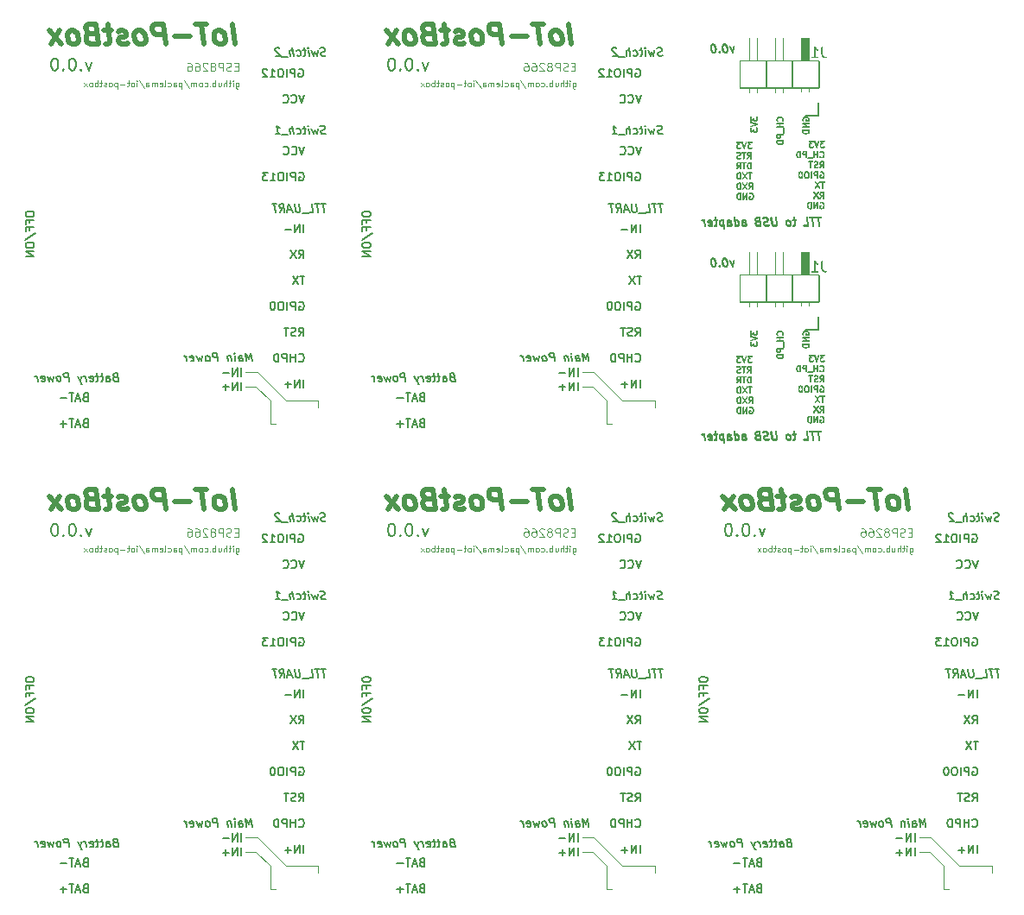
<source format=gbo>
%MOIN*%
%OFA0B0*%
%FSLAX46Y46*%
%IPPOS*%
%LPD*%
%ADD10C,0.0039370078740157488*%
%ADD11C,0.0078740157480314977*%
%ADD12C,0.005905511811023622*%
%ADD13C,0.01968503937007874*%
%ADD14C,0.0047244094488188976*%
%ADD25C,0.0039370078740157488*%
%ADD26C,0.0078740157480314977*%
%ADD27C,0.005905511811023622*%
%ADD28C,0.01968503937007874*%
%ADD29C,0.0047244094488188976*%
%ADD30C,0.0039370078740157488*%
%ADD31C,0.0078740157480314977*%
%ADD32C,0.005905511811023622*%
%ADD33C,0.01968503937007874*%
%ADD34C,0.0047244094488188976*%
%ADD35C,0.0039370078740157488*%
%ADD36C,0.0078740157480314977*%
%ADD37C,0.005905511811023622*%
%ADD38C,0.01968503937007874*%
%ADD39C,0.0047244094488188976*%
%ADD40C,0.0039370078740157488*%
%ADD41C,0.0078740157480314977*%
%ADD42C,0.005905511811023622*%
%ADD43C,0.01968503937007874*%
%ADD44C,0.0047244094488188976*%
G01*
D10*
X0000822892Y0001401361D02*
X0000822892Y0001382239D01*
X0000824017Y0001379989D01*
X0000825142Y0001378864D01*
X0000827392Y0001377739D01*
X0000830766Y0001377739D01*
X0000833016Y0001378864D01*
X0000822892Y0001386738D02*
X0000825142Y0001385613D01*
X0000829642Y0001385613D01*
X0000831891Y0001386738D01*
X0000833016Y0001387863D01*
X0000834141Y0001390113D01*
X0000834141Y0001396862D01*
X0000833016Y0001399112D01*
X0000831891Y0001400237D01*
X0000829642Y0001401361D01*
X0000825142Y0001401361D01*
X0000822892Y0001400237D01*
X0000811644Y0001385613D02*
X0000811644Y0001401361D01*
X0000811644Y0001409235D02*
X0000812769Y0001408111D01*
X0000811644Y0001406986D01*
X0000810519Y0001408111D01*
X0000811644Y0001409235D01*
X0000811644Y0001406986D01*
X0000803770Y0001401361D02*
X0000794771Y0001401361D01*
X0000800395Y0001409235D02*
X0000800395Y0001388988D01*
X0000799270Y0001386738D01*
X0000797021Y0001385613D01*
X0000794771Y0001385613D01*
X0000786897Y0001385613D02*
X0000786897Y0001409235D01*
X0000776773Y0001385613D02*
X0000776773Y0001397987D01*
X0000777898Y0001400237D01*
X0000780148Y0001401361D01*
X0000783522Y0001401361D01*
X0000785772Y0001400237D01*
X0000786897Y0001399112D01*
X0000755401Y0001401361D02*
X0000755401Y0001385613D01*
X0000765525Y0001401361D02*
X0000765525Y0001388988D01*
X0000764400Y0001386738D01*
X0000762150Y0001385613D01*
X0000758775Y0001385613D01*
X0000756526Y0001386738D01*
X0000755401Y0001387863D01*
X0000744152Y0001385613D02*
X0000744152Y0001409235D01*
X0000744152Y0001400237D02*
X0000741902Y0001401361D01*
X0000737403Y0001401361D01*
X0000735153Y0001400237D01*
X0000734029Y0001399112D01*
X0000732904Y0001396862D01*
X0000732904Y0001390113D01*
X0000734029Y0001387863D01*
X0000735153Y0001386738D01*
X0000737403Y0001385613D01*
X0000741902Y0001385613D01*
X0000744152Y0001386738D01*
X0000722780Y0001387863D02*
X0000721655Y0001386738D01*
X0000722780Y0001385613D01*
X0000723905Y0001386738D01*
X0000722780Y0001387863D01*
X0000722780Y0001385613D01*
X0000701408Y0001386738D02*
X0000703657Y0001385613D01*
X0000708157Y0001385613D01*
X0000710406Y0001386738D01*
X0000711531Y0001387863D01*
X0000712656Y0001390113D01*
X0000712656Y0001396862D01*
X0000711531Y0001399112D01*
X0000710406Y0001400237D01*
X0000708157Y0001401361D01*
X0000703657Y0001401361D01*
X0000701408Y0001400237D01*
X0000687909Y0001385613D02*
X0000690159Y0001386738D01*
X0000691284Y0001387863D01*
X0000692409Y0001390113D01*
X0000692409Y0001396862D01*
X0000691284Y0001399112D01*
X0000690159Y0001400237D01*
X0000687909Y0001401361D01*
X0000684535Y0001401361D01*
X0000682285Y0001400237D01*
X0000681160Y0001399112D01*
X0000680035Y0001396862D01*
X0000680035Y0001390113D01*
X0000681160Y0001387863D01*
X0000682285Y0001386738D01*
X0000684535Y0001385613D01*
X0000687909Y0001385613D01*
X0000669912Y0001385613D02*
X0000669912Y0001401361D01*
X0000669912Y0001399112D02*
X0000668787Y0001400237D01*
X0000666537Y0001401361D01*
X0000663162Y0001401361D01*
X0000660913Y0001400237D01*
X0000659788Y0001397987D01*
X0000659788Y0001385613D01*
X0000659788Y0001397987D02*
X0000658663Y0001400237D01*
X0000656413Y0001401361D01*
X0000653039Y0001401361D01*
X0000650789Y0001400237D01*
X0000649664Y0001397987D01*
X0000649664Y0001385613D01*
X0000621543Y0001410360D02*
X0000641790Y0001379989D01*
X0000613669Y0001401361D02*
X0000613669Y0001377739D01*
X0000613669Y0001400237D02*
X0000611419Y0001401361D01*
X0000606919Y0001401361D01*
X0000604670Y0001400237D01*
X0000603545Y0001399112D01*
X0000602420Y0001396862D01*
X0000602420Y0001390113D01*
X0000603545Y0001387863D01*
X0000604670Y0001386738D01*
X0000606919Y0001385613D01*
X0000611419Y0001385613D01*
X0000613669Y0001386738D01*
X0000582172Y0001385613D02*
X0000582172Y0001397987D01*
X0000583297Y0001400237D01*
X0000585547Y0001401361D01*
X0000590047Y0001401361D01*
X0000592296Y0001400237D01*
X0000582172Y0001386738D02*
X0000584422Y0001385613D01*
X0000590047Y0001385613D01*
X0000592296Y0001386738D01*
X0000593421Y0001388988D01*
X0000593421Y0001391238D01*
X0000592296Y0001393487D01*
X0000590047Y0001394612D01*
X0000584422Y0001394612D01*
X0000582172Y0001395737D01*
X0000560800Y0001386738D02*
X0000563050Y0001385613D01*
X0000567549Y0001385613D01*
X0000569799Y0001386738D01*
X0000570924Y0001387863D01*
X0000572049Y0001390113D01*
X0000572049Y0001396862D01*
X0000570924Y0001399112D01*
X0000569799Y0001400237D01*
X0000567549Y0001401361D01*
X0000563050Y0001401361D01*
X0000560800Y0001400237D01*
X0000547302Y0001385613D02*
X0000549552Y0001386738D01*
X0000550676Y0001388988D01*
X0000550676Y0001409235D01*
X0000529304Y0001386738D02*
X0000531554Y0001385613D01*
X0000536053Y0001385613D01*
X0000538303Y0001386738D01*
X0000539428Y0001388988D01*
X0000539428Y0001397987D01*
X0000538303Y0001400237D01*
X0000536053Y0001401361D01*
X0000531554Y0001401361D01*
X0000529304Y0001400237D01*
X0000528179Y0001397987D01*
X0000528179Y0001395737D01*
X0000539428Y0001393487D01*
X0000518055Y0001385613D02*
X0000518055Y0001401361D01*
X0000518055Y0001399112D02*
X0000516931Y0001400237D01*
X0000514681Y0001401361D01*
X0000511306Y0001401361D01*
X0000509057Y0001400237D01*
X0000507932Y0001397987D01*
X0000507932Y0001385613D01*
X0000507932Y0001397987D02*
X0000506807Y0001400237D01*
X0000504557Y0001401361D01*
X0000501183Y0001401361D01*
X0000498933Y0001400237D01*
X0000497808Y0001397987D01*
X0000497808Y0001385613D01*
X0000476436Y0001385613D02*
X0000476436Y0001397987D01*
X0000477561Y0001400237D01*
X0000479810Y0001401361D01*
X0000484310Y0001401361D01*
X0000486559Y0001400237D01*
X0000476436Y0001386738D02*
X0000478685Y0001385613D01*
X0000484310Y0001385613D01*
X0000486559Y0001386738D01*
X0000487684Y0001388988D01*
X0000487684Y0001391238D01*
X0000486559Y0001393487D01*
X0000484310Y0001394612D01*
X0000478685Y0001394612D01*
X0000476436Y0001395737D01*
X0000448314Y0001410360D02*
X0000468562Y0001379989D01*
X0000440440Y0001385613D02*
X0000440440Y0001401361D01*
X0000440440Y0001409235D02*
X0000441565Y0001408111D01*
X0000440440Y0001406986D01*
X0000439315Y0001408111D01*
X0000440440Y0001409235D01*
X0000440440Y0001406986D01*
X0000425817Y0001385613D02*
X0000428067Y0001386738D01*
X0000429192Y0001387863D01*
X0000430316Y0001390113D01*
X0000430316Y0001396862D01*
X0000429192Y0001399112D01*
X0000428067Y0001400237D01*
X0000425817Y0001401361D01*
X0000422442Y0001401361D01*
X0000420193Y0001400237D01*
X0000419068Y0001399112D01*
X0000417943Y0001396862D01*
X0000417943Y0001390113D01*
X0000419068Y0001387863D01*
X0000420193Y0001386738D01*
X0000422442Y0001385613D01*
X0000425817Y0001385613D01*
X0000411194Y0001401361D02*
X0000402195Y0001401361D01*
X0000407819Y0001409235D02*
X0000407819Y0001388988D01*
X0000406694Y0001386738D01*
X0000404445Y0001385613D01*
X0000402195Y0001385613D01*
X0000394321Y0001394612D02*
X0000376323Y0001394612D01*
X0000365075Y0001401361D02*
X0000365075Y0001377739D01*
X0000365075Y0001400237D02*
X0000362825Y0001401361D01*
X0000358325Y0001401361D01*
X0000356076Y0001400237D01*
X0000354951Y0001399112D01*
X0000353826Y0001396862D01*
X0000353826Y0001390113D01*
X0000354951Y0001387863D01*
X0000356076Y0001386738D01*
X0000358325Y0001385613D01*
X0000362825Y0001385613D01*
X0000365075Y0001386738D01*
X0000340328Y0001385613D02*
X0000342577Y0001386738D01*
X0000343702Y0001387863D01*
X0000344827Y0001390113D01*
X0000344827Y0001396862D01*
X0000343702Y0001399112D01*
X0000342577Y0001400237D01*
X0000340328Y0001401361D01*
X0000336953Y0001401361D01*
X0000334703Y0001400237D01*
X0000333579Y0001399112D01*
X0000332454Y0001396862D01*
X0000332454Y0001390113D01*
X0000333579Y0001387863D01*
X0000334703Y0001386738D01*
X0000336953Y0001385613D01*
X0000340328Y0001385613D01*
X0000323455Y0001386738D02*
X0000321205Y0001385613D01*
X0000316706Y0001385613D01*
X0000314456Y0001386738D01*
X0000313331Y0001388988D01*
X0000313331Y0001390113D01*
X0000314456Y0001392362D01*
X0000316706Y0001393487D01*
X0000320080Y0001393487D01*
X0000322330Y0001394612D01*
X0000323455Y0001396862D01*
X0000323455Y0001397987D01*
X0000322330Y0001400237D01*
X0000320080Y0001401361D01*
X0000316706Y0001401361D01*
X0000314456Y0001400237D01*
X0000306582Y0001401361D02*
X0000297583Y0001401361D01*
X0000303207Y0001409235D02*
X0000303207Y0001388988D01*
X0000302082Y0001386738D01*
X0000299833Y0001385613D01*
X0000297583Y0001385613D01*
X0000289709Y0001385613D02*
X0000289709Y0001409235D01*
X0000289709Y0001400237D02*
X0000287459Y0001401361D01*
X0000282960Y0001401361D01*
X0000280710Y0001400237D01*
X0000279585Y0001399112D01*
X0000278460Y0001396862D01*
X0000278460Y0001390113D01*
X0000279585Y0001387863D01*
X0000280710Y0001386738D01*
X0000282960Y0001385613D01*
X0000287459Y0001385613D01*
X0000289709Y0001386738D01*
X0000264962Y0001385613D02*
X0000267212Y0001386738D01*
X0000268337Y0001387863D01*
X0000269462Y0001390113D01*
X0000269462Y0001396862D01*
X0000268337Y0001399112D01*
X0000267212Y0001400237D01*
X0000264962Y0001401361D01*
X0000261588Y0001401361D01*
X0000259338Y0001400237D01*
X0000258213Y0001399112D01*
X0000257088Y0001396862D01*
X0000257088Y0001390113D01*
X0000258213Y0001387863D01*
X0000259338Y0001386738D01*
X0000261588Y0001385613D01*
X0000264962Y0001385613D01*
X0000249214Y0001385613D02*
X0000236841Y0001401361D01*
X0000249214Y0001401361D02*
X0000236841Y0001385613D01*
D11*
X0000265732Y0001478723D02*
X0000254484Y0001447227D01*
X0000243235Y0001478723D01*
X0000225237Y0001451727D02*
X0000222988Y0001449477D01*
X0000225237Y0001447227D01*
X0000227487Y0001449477D01*
X0000225237Y0001451727D01*
X0000225237Y0001447227D01*
X0000193741Y0001494471D02*
X0000189242Y0001494471D01*
X0000184742Y0001492222D01*
X0000182493Y0001489972D01*
X0000180243Y0001485472D01*
X0000177993Y0001476474D01*
X0000177993Y0001465225D01*
X0000180243Y0001456226D01*
X0000182493Y0001451727D01*
X0000184742Y0001449477D01*
X0000189242Y0001447227D01*
X0000193741Y0001447227D01*
X0000198241Y0001449477D01*
X0000200490Y0001451727D01*
X0000202740Y0001456226D01*
X0000204990Y0001465225D01*
X0000204990Y0001476474D01*
X0000202740Y0001485472D01*
X0000200490Y0001489972D01*
X0000198241Y0001492222D01*
X0000193741Y0001494471D01*
X0000157746Y0001451727D02*
X0000155496Y0001449477D01*
X0000157746Y0001447227D01*
X0000159995Y0001449477D01*
X0000157746Y0001451727D01*
X0000157746Y0001447227D01*
X0000126250Y0001494471D02*
X0000121750Y0001494471D01*
X0000117251Y0001492222D01*
X0000115001Y0001489972D01*
X0000112751Y0001485472D01*
X0000110502Y0001476474D01*
X0000110502Y0001465225D01*
X0000112751Y0001456226D01*
X0000115001Y0001451727D01*
X0000117251Y0001449477D01*
X0000121750Y0001447227D01*
X0000126250Y0001447227D01*
X0000130749Y0001449477D01*
X0000132999Y0001451727D01*
X0000135249Y0001456226D01*
X0000137498Y0001465225D01*
X0000137498Y0001476474D01*
X0000135249Y0001485472D01*
X0000132999Y0001489972D01*
X0000130749Y0001492222D01*
X0000126250Y0001494471D01*
D10*
X0000831141Y0001461849D02*
X0000820643Y0001461849D01*
X0000816143Y0001445351D02*
X0000831141Y0001445351D01*
X0000831141Y0001476847D01*
X0000816143Y0001476847D01*
X0000804145Y0001446851D02*
X0000799645Y0001445351D01*
X0000792146Y0001445351D01*
X0000789147Y0001446851D01*
X0000787647Y0001448351D01*
X0000786147Y0001451351D01*
X0000786147Y0001454350D01*
X0000787647Y0001457350D01*
X0000789147Y0001458850D01*
X0000792146Y0001460349D01*
X0000798145Y0001461849D01*
X0000801145Y0001463349D01*
X0000802645Y0001464849D01*
X0000804145Y0001467848D01*
X0000804145Y0001470848D01*
X0000802645Y0001473848D01*
X0000801145Y0001475348D01*
X0000798145Y0001476847D01*
X0000790646Y0001476847D01*
X0000786147Y0001475348D01*
X0000772649Y0001445351D02*
X0000772649Y0001476847D01*
X0000760650Y0001476847D01*
X0000757651Y0001475348D01*
X0000756151Y0001473848D01*
X0000754651Y0001470848D01*
X0000754651Y0001466349D01*
X0000756151Y0001463349D01*
X0000757651Y0001461849D01*
X0000760650Y0001460349D01*
X0000772649Y0001460349D01*
X0000736653Y0001463349D02*
X0000739653Y0001464849D01*
X0000741153Y0001466349D01*
X0000742652Y0001469348D01*
X0000742652Y0001470848D01*
X0000741153Y0001473848D01*
X0000739653Y0001475348D01*
X0000736653Y0001476847D01*
X0000730654Y0001476847D01*
X0000727654Y0001475348D01*
X0000726155Y0001473848D01*
X0000724655Y0001470848D01*
X0000724655Y0001469348D01*
X0000726155Y0001466349D01*
X0000727654Y0001464849D01*
X0000730654Y0001463349D01*
X0000736653Y0001463349D01*
X0000739653Y0001461849D01*
X0000741153Y0001460349D01*
X0000742652Y0001457350D01*
X0000742652Y0001451351D01*
X0000741153Y0001448351D01*
X0000739653Y0001446851D01*
X0000736653Y0001445351D01*
X0000730654Y0001445351D01*
X0000727654Y0001446851D01*
X0000726155Y0001448351D01*
X0000724655Y0001451351D01*
X0000724655Y0001457350D01*
X0000726155Y0001460349D01*
X0000727654Y0001461849D01*
X0000730654Y0001463349D01*
X0000712656Y0001473848D02*
X0000711156Y0001475348D01*
X0000708157Y0001476847D01*
X0000700658Y0001476847D01*
X0000697658Y0001475348D01*
X0000696158Y0001473848D01*
X0000694658Y0001470848D01*
X0000694658Y0001467848D01*
X0000696158Y0001463349D01*
X0000714156Y0001445351D01*
X0000694658Y0001445351D01*
X0000667662Y0001476847D02*
X0000673661Y0001476847D01*
X0000676661Y0001475348D01*
X0000678160Y0001473848D01*
X0000681160Y0001469348D01*
X0000682660Y0001463349D01*
X0000682660Y0001451351D01*
X0000681160Y0001448351D01*
X0000679660Y0001446851D01*
X0000676661Y0001445351D01*
X0000670661Y0001445351D01*
X0000667662Y0001446851D01*
X0000666162Y0001448351D01*
X0000664662Y0001451351D01*
X0000664662Y0001458850D01*
X0000666162Y0001461849D01*
X0000667662Y0001463349D01*
X0000670661Y0001464849D01*
X0000676661Y0001464849D01*
X0000679660Y0001463349D01*
X0000681160Y0001461849D01*
X0000682660Y0001458850D01*
X0000637666Y0001476847D02*
X0000643665Y0001476847D01*
X0000646664Y0001475348D01*
X0000648164Y0001473848D01*
X0000651164Y0001469348D01*
X0000652664Y0001463349D01*
X0000652664Y0001451351D01*
X0000651164Y0001448351D01*
X0000649664Y0001446851D01*
X0000646664Y0001445351D01*
X0000640665Y0001445351D01*
X0000637666Y0001446851D01*
X0000636166Y0001448351D01*
X0000634666Y0001451351D01*
X0000634666Y0001458850D01*
X0000636166Y0001461849D01*
X0000637666Y0001463349D01*
X0000640665Y0001464849D01*
X0000646664Y0001464849D01*
X0000649664Y0001463349D01*
X0000651164Y0001461849D01*
X0000652664Y0001458850D01*
D12*
X0000011352Y0000896064D02*
X0000011352Y0000890065D01*
X0000012851Y0000887066D01*
X0000015851Y0000884066D01*
X0000021850Y0000882566D01*
X0000032349Y0000882566D01*
X0000038348Y0000884066D01*
X0000041348Y0000887066D01*
X0000042848Y0000890065D01*
X0000042848Y0000896064D01*
X0000041348Y0000899064D01*
X0000038348Y0000902064D01*
X0000032349Y0000903563D01*
X0000021850Y0000903563D01*
X0000015851Y0000902064D01*
X0000012851Y0000899064D01*
X0000011352Y0000896064D01*
X0000026350Y0000858569D02*
X0000026350Y0000869068D01*
X0000042848Y0000869068D02*
X0000011352Y0000869068D01*
X0000011352Y0000854070D01*
X0000026350Y0000831572D02*
X0000026350Y0000842071D01*
X0000042848Y0000842071D02*
X0000011352Y0000842071D01*
X0000011352Y0000827073D01*
X0000009852Y0000792577D02*
X0000050347Y0000819574D01*
X0000011352Y0000776079D02*
X0000011352Y0000770080D01*
X0000012851Y0000767080D01*
X0000015851Y0000764081D01*
X0000021850Y0000762581D01*
X0000032349Y0000762581D01*
X0000038348Y0000764081D01*
X0000041348Y0000767080D01*
X0000042848Y0000770080D01*
X0000042848Y0000776079D01*
X0000041348Y0000779079D01*
X0000038348Y0000782079D01*
X0000032349Y0000783578D01*
X0000021850Y0000783578D01*
X0000015851Y0000782079D01*
X0000012851Y0000779079D01*
X0000011352Y0000776079D01*
X0000042848Y0000749083D02*
X0000011352Y0000749083D01*
X0000042848Y0000731085D01*
X0000011352Y0000731085D01*
D13*
X0000817788Y0001549179D02*
X0000807945Y0001627919D01*
X0000769044Y0001549179D02*
X0000776074Y0001552929D01*
X0000779355Y0001556678D01*
X0000782167Y0001564177D01*
X0000779355Y0001586674D01*
X0000774668Y0001594173D01*
X0000770450Y0001597923D01*
X0000762482Y0001601672D01*
X0000751234Y0001601672D01*
X0000744203Y0001597923D01*
X0000740922Y0001594173D01*
X0000738110Y0001586674D01*
X0000740922Y0001564177D01*
X0000745609Y0001556678D01*
X0000749828Y0001552929D01*
X0000757795Y0001549179D01*
X0000769044Y0001549179D01*
X0000710458Y0001627919D02*
X0000665463Y0001627919D01*
X0000697803Y0001549179D02*
X0000687960Y0001627919D01*
X0000645309Y0001579175D02*
X0000585317Y0001579175D01*
X0000551571Y0001549179D02*
X0000541729Y0001627919D01*
X0000511732Y0001627919D01*
X0000504702Y0001624170D01*
X0000501421Y0001620420D01*
X0000498609Y0001612921D01*
X0000500015Y0001601672D01*
X0000504702Y0001594173D01*
X0000508920Y0001590424D01*
X0000516888Y0001586674D01*
X0000546884Y0001586674D01*
X0000461582Y0001549179D02*
X0000468613Y0001552929D01*
X0000471894Y0001556678D01*
X0000474706Y0001564177D01*
X0000471894Y0001586674D01*
X0000467207Y0001594173D01*
X0000462988Y0001597923D01*
X0000455021Y0001601672D01*
X0000443772Y0001601672D01*
X0000436742Y0001597923D01*
X0000433461Y0001594173D01*
X0000430649Y0001586674D01*
X0000433461Y0001564177D01*
X0000438148Y0001556678D01*
X0000442366Y0001552929D01*
X0000450334Y0001549179D01*
X0000461582Y0001549179D01*
X0000404871Y0001552929D02*
X0000397840Y0001549179D01*
X0000382842Y0001549179D01*
X0000374874Y0001552929D01*
X0000370188Y0001560428D01*
X0000369719Y0001564177D01*
X0000372531Y0001571676D01*
X0000379561Y0001575426D01*
X0000390810Y0001575426D01*
X0000397840Y0001579175D01*
X0000400652Y0001586674D01*
X0000400184Y0001590424D01*
X0000395497Y0001597923D01*
X0000387529Y0001601672D01*
X0000376281Y0001601672D01*
X0000369250Y0001597923D01*
X0000342535Y0001601672D02*
X0000312538Y0001601672D01*
X0000328005Y0001627919D02*
X0000336442Y0001560428D01*
X0000333630Y0001552929D01*
X0000326599Y0001549179D01*
X0000319100Y0001549179D01*
X0000261451Y0001590424D02*
X0000250671Y0001586674D01*
X0000247390Y0001582925D01*
X0000244578Y0001575426D01*
X0000245984Y0001564177D01*
X0000250671Y0001556678D01*
X0000254889Y0001552929D01*
X0000262857Y0001549179D01*
X0000292853Y0001549179D01*
X0000283011Y0001627919D01*
X0000256764Y0001627919D01*
X0000249734Y0001624170D01*
X0000246453Y0001620420D01*
X0000243641Y0001612921D01*
X0000244578Y0001605422D01*
X0000249265Y0001597923D01*
X0000253483Y0001594173D01*
X0000261451Y0001590424D01*
X0000287698Y0001590424D01*
X0000202865Y0001549179D02*
X0000209895Y0001552929D01*
X0000213176Y0001556678D01*
X0000215988Y0001564177D01*
X0000213176Y0001586674D01*
X0000208489Y0001594173D01*
X0000204271Y0001597923D01*
X0000196303Y0001601672D01*
X0000185054Y0001601672D01*
X0000178024Y0001597923D01*
X0000174743Y0001594173D01*
X0000171931Y0001586674D01*
X0000174743Y0001564177D01*
X0000179430Y0001556678D01*
X0000183648Y0001552929D01*
X0000191616Y0001549179D01*
X0000202865Y0001549179D01*
X0000150371Y0001549179D02*
X0000102565Y0001601672D01*
X0000143810Y0001601672D02*
X0000109126Y0001549179D01*
D12*
X0001168545Y0000932747D02*
X0001150547Y0000932747D01*
X0001163483Y0000901251D02*
X0001159546Y0000932747D01*
X0001144548Y0000932747D02*
X0001126550Y0000932747D01*
X0001139486Y0000901251D02*
X0001135549Y0000932747D01*
X0001104991Y0000901251D02*
X0001119989Y0000901251D01*
X0001116052Y0000932747D01*
X0001102366Y0000898252D02*
X0001078369Y0000898252D01*
X0001066558Y0000932747D02*
X0001069745Y0000907251D01*
X0001068620Y0000904251D01*
X0001067308Y0000902751D01*
X0001064496Y0000901251D01*
X0001058496Y0000901251D01*
X0001055309Y0000902751D01*
X0001053622Y0000904251D01*
X0001051747Y0000907251D01*
X0001048560Y0000932747D01*
X0001037874Y0000910250D02*
X0001022876Y0000910250D01*
X0001041998Y0000901251D02*
X0001027563Y0000932747D01*
X0001021001Y0000901251D01*
X0000992505Y0000901251D02*
X0001001129Y0000916249D01*
X0001010502Y0000901251D02*
X0001006565Y0000932747D01*
X0000994567Y0000932747D01*
X0000991755Y0000931248D01*
X0000990442Y0000929748D01*
X0000989318Y0000926748D01*
X0000989880Y0000922249D01*
X0000991755Y0000919249D01*
X0000993442Y0000917749D01*
X0000996629Y0000916249D01*
X0001008628Y0000916249D01*
X0000979569Y0000932747D02*
X0000961571Y0000932747D01*
X0000974507Y0000901251D02*
X0000970570Y0000932747D01*
X0001169295Y0001505751D02*
X0001164983Y0001504251D01*
X0001157484Y0001504251D01*
X0001154297Y0001505751D01*
X0001152610Y0001507251D01*
X0001150735Y0001510251D01*
X0001150360Y0001513250D01*
X0001151485Y0001516250D01*
X0001152797Y0001517750D01*
X0001155609Y0001519249D01*
X0001161421Y0001520749D01*
X0001164233Y0001522249D01*
X0001165545Y0001523749D01*
X0001166670Y0001526748D01*
X0001166295Y0001529748D01*
X0001164421Y0001532748D01*
X0001162733Y0001534248D01*
X0001159546Y0001535747D01*
X0001152047Y0001535747D01*
X0001147735Y0001534248D01*
X0001138361Y0001525249D02*
X0001134987Y0001504251D01*
X0001127113Y0001519249D01*
X0001122988Y0001504251D01*
X0001114364Y0001525249D01*
X0001104991Y0001504251D02*
X0001102366Y0001525249D01*
X0001101054Y0001535747D02*
X0001102741Y0001534248D01*
X0001101429Y0001532748D01*
X0001099741Y0001534248D01*
X0001101054Y0001535747D01*
X0001101429Y0001532748D01*
X0001091867Y0001525249D02*
X0001079869Y0001525249D01*
X0001086055Y0001535747D02*
X0001089430Y0001508751D01*
X0001088305Y0001505751D01*
X0001085493Y0001504251D01*
X0001082493Y0001504251D01*
X0001058309Y0001505751D02*
X0001061496Y0001504251D01*
X0001067495Y0001504251D01*
X0001070307Y0001505751D01*
X0001071620Y0001507251D01*
X0001072745Y0001510251D01*
X0001071620Y0001519249D01*
X0001069745Y0001522249D01*
X0001068058Y0001523749D01*
X0001064871Y0001525249D01*
X0001058871Y0001525249D01*
X0001056059Y0001523749D01*
X0001044998Y0001504251D02*
X0001041061Y0001535747D01*
X0001031500Y0001504251D02*
X0001029437Y0001520749D01*
X0001030562Y0001523749D01*
X0001033374Y0001525249D01*
X0001037874Y0001525249D01*
X0001041061Y0001523749D01*
X0001042748Y0001522249D01*
X0001024376Y0001501252D02*
X0001000379Y0001501252D01*
X0000990442Y0001532748D02*
X0000988755Y0001534248D01*
X0000985568Y0001535747D01*
X0000978069Y0001535747D01*
X0000975257Y0001534248D01*
X0000973944Y0001532748D01*
X0000972820Y0001529748D01*
X0000973195Y0001526748D01*
X0000975257Y0001522249D01*
X0000995504Y0001504251D01*
X0000976007Y0001504251D01*
X0001169295Y0001204751D02*
X0001164983Y0001203251D01*
X0001157484Y0001203251D01*
X0001154297Y0001204751D01*
X0001152610Y0001206251D01*
X0001150735Y0001209251D01*
X0001150360Y0001212250D01*
X0001151485Y0001215250D01*
X0001152797Y0001216750D01*
X0001155609Y0001218249D01*
X0001161421Y0001219749D01*
X0001164233Y0001221249D01*
X0001165545Y0001222749D01*
X0001166670Y0001225748D01*
X0001166295Y0001228748D01*
X0001164421Y0001231748D01*
X0001162733Y0001233248D01*
X0001159546Y0001234747D01*
X0001152047Y0001234747D01*
X0001147735Y0001233248D01*
X0001138361Y0001224249D02*
X0001134987Y0001203251D01*
X0001127113Y0001218249D01*
X0001122988Y0001203251D01*
X0001114364Y0001224249D01*
X0001104991Y0001203251D02*
X0001102366Y0001224249D01*
X0001101054Y0001234747D02*
X0001102741Y0001233248D01*
X0001101429Y0001231748D01*
X0001099741Y0001233248D01*
X0001101054Y0001234747D01*
X0001101429Y0001231748D01*
X0001091867Y0001224249D02*
X0001079869Y0001224249D01*
X0001086055Y0001234747D02*
X0001089430Y0001207751D01*
X0001088305Y0001204751D01*
X0001085493Y0001203251D01*
X0001082493Y0001203251D01*
X0001058309Y0001204751D02*
X0001061496Y0001203251D01*
X0001067495Y0001203251D01*
X0001070307Y0001204751D01*
X0001071620Y0001206251D01*
X0001072745Y0001209251D01*
X0001071620Y0001218249D01*
X0001069745Y0001221249D01*
X0001068058Y0001222749D01*
X0001064871Y0001224249D01*
X0001058871Y0001224249D01*
X0001056059Y0001222749D01*
X0001044998Y0001203251D02*
X0001041061Y0001234747D01*
X0001031500Y0001203251D02*
X0001029437Y0001219749D01*
X0001030562Y0001222749D01*
X0001033374Y0001224249D01*
X0001037874Y0001224249D01*
X0001041061Y0001222749D01*
X0001042748Y0001221249D01*
X0001024376Y0001200252D02*
X0001000379Y0001200252D01*
X0000976007Y0001203251D02*
X0000994004Y0001203251D01*
X0000985006Y0001203251D02*
X0000981069Y0001234747D01*
X0000984631Y0001230248D01*
X0000988005Y0001227248D01*
X0000991192Y0001225748D01*
X0001086661Y0001353747D02*
X0001076163Y0001322251D01*
X0001065664Y0001353747D01*
X0001037167Y0001325251D02*
X0001038667Y0001323751D01*
X0001043167Y0001322251D01*
X0001046166Y0001322251D01*
X0001050666Y0001323751D01*
X0001053665Y0001326751D01*
X0001055165Y0001329750D01*
X0001056665Y0001335750D01*
X0001056665Y0001340249D01*
X0001055165Y0001346248D01*
X0001053665Y0001349248D01*
X0001050666Y0001352248D01*
X0001046166Y0001353747D01*
X0001043167Y0001353747D01*
X0001038667Y0001352248D01*
X0001037167Y0001350748D01*
X0001005671Y0001325251D02*
X0001007171Y0001323751D01*
X0001011671Y0001322251D01*
X0001014670Y0001322251D01*
X0001019170Y0001323751D01*
X0001022169Y0001326751D01*
X0001023669Y0001329750D01*
X0001025169Y0001335750D01*
X0001025169Y0001340249D01*
X0001023669Y0001346248D01*
X0001022169Y0001349248D01*
X0001019170Y0001352248D01*
X0001014670Y0001353747D01*
X0001011671Y0001353747D01*
X0001007171Y0001352248D01*
X0001005671Y0001350748D01*
X0001065664Y0001452248D02*
X0001068663Y0001453747D01*
X0001073163Y0001453747D01*
X0001077662Y0001452248D01*
X0001080662Y0001449248D01*
X0001082162Y0001446248D01*
X0001083662Y0001440249D01*
X0001083662Y0001435750D01*
X0001082162Y0001429750D01*
X0001080662Y0001426751D01*
X0001077662Y0001423751D01*
X0001073163Y0001422251D01*
X0001070163Y0001422251D01*
X0001065664Y0001423751D01*
X0001064164Y0001425251D01*
X0001064164Y0001435750D01*
X0001070163Y0001435750D01*
X0001050666Y0001422251D02*
X0001050666Y0001453747D01*
X0001038667Y0001453747D01*
X0001035668Y0001452248D01*
X0001034168Y0001450748D01*
X0001032668Y0001447748D01*
X0001032668Y0001443249D01*
X0001034168Y0001440249D01*
X0001035668Y0001438749D01*
X0001038667Y0001437249D01*
X0001050666Y0001437249D01*
X0001019170Y0001422251D02*
X0001019170Y0001453747D01*
X0000998172Y0001453747D02*
X0000992173Y0001453747D01*
X0000989173Y0001452248D01*
X0000986174Y0001449248D01*
X0000984674Y0001443249D01*
X0000984674Y0001432750D01*
X0000986174Y0001426751D01*
X0000989173Y0001423751D01*
X0000992173Y0001422251D01*
X0000998172Y0001422251D01*
X0001001172Y0001423751D01*
X0001004172Y0001426751D01*
X0001005671Y0001432750D01*
X0001005671Y0001443249D01*
X0001004172Y0001449248D01*
X0001001172Y0001452248D01*
X0000998172Y0001453747D01*
X0000954678Y0001422251D02*
X0000972676Y0001422251D01*
X0000963677Y0001422251D02*
X0000963677Y0001453747D01*
X0000966676Y0001449248D01*
X0000969676Y0001446248D01*
X0000972676Y0001444748D01*
X0000942679Y0001450748D02*
X0000941179Y0001452248D01*
X0000938180Y0001453747D01*
X0000930681Y0001453747D01*
X0000927681Y0001452248D01*
X0000926181Y0001450748D01*
X0000924682Y0001447748D01*
X0000924682Y0001444748D01*
X0000926181Y0001440249D01*
X0000944179Y0001422251D01*
X0000924682Y0001422251D01*
X0001066664Y0001053248D02*
X0001069664Y0001054747D01*
X0001074163Y0001054747D01*
X0001078662Y0001053248D01*
X0001081662Y0001050248D01*
X0001083162Y0001047248D01*
X0001084662Y0001041249D01*
X0001084662Y0001036750D01*
X0001083162Y0001030750D01*
X0001081662Y0001027751D01*
X0001078662Y0001024751D01*
X0001074163Y0001023251D01*
X0001071163Y0001023251D01*
X0001066664Y0001024751D01*
X0001065164Y0001026251D01*
X0001065164Y0001036750D01*
X0001071163Y0001036750D01*
X0001051666Y0001023251D02*
X0001051666Y0001054747D01*
X0001039667Y0001054747D01*
X0001036668Y0001053248D01*
X0001035168Y0001051748D01*
X0001033668Y0001048748D01*
X0001033668Y0001044249D01*
X0001035168Y0001041249D01*
X0001036668Y0001039749D01*
X0001039667Y0001038249D01*
X0001051666Y0001038249D01*
X0001020170Y0001023251D02*
X0001020170Y0001054747D01*
X0000999172Y0001054747D02*
X0000993173Y0001054747D01*
X0000990173Y0001053248D01*
X0000987174Y0001050248D01*
X0000985674Y0001044249D01*
X0000985674Y0001033750D01*
X0000987174Y0001027751D01*
X0000990173Y0001024751D01*
X0000993173Y0001023251D01*
X0000999172Y0001023251D01*
X0001002172Y0001024751D01*
X0001005172Y0001027751D01*
X0001006671Y0001033750D01*
X0001006671Y0001044249D01*
X0001005172Y0001050248D01*
X0001002172Y0001053248D01*
X0000999172Y0001054747D01*
X0000955678Y0001023251D02*
X0000973675Y0001023251D01*
X0000964677Y0001023251D02*
X0000964677Y0001054747D01*
X0000967676Y0001050248D01*
X0000970676Y0001047248D01*
X0000973675Y0001045748D01*
X0000945179Y0001054747D02*
X0000925681Y0001054747D01*
X0000936180Y0001042749D01*
X0000931681Y0001042749D01*
X0000928681Y0001041249D01*
X0000927181Y0001039749D01*
X0000925681Y0001036750D01*
X0000925681Y0001029251D01*
X0000927181Y0001026251D01*
X0000928681Y0001024751D01*
X0000931681Y0001023251D01*
X0000940680Y0001023251D01*
X0000943679Y0001024751D01*
X0000945179Y0001026251D01*
X0001087661Y0001154747D02*
X0001077163Y0001123251D01*
X0001066664Y0001154747D01*
X0001038167Y0001126251D02*
X0001039667Y0001124751D01*
X0001044167Y0001123251D01*
X0001047166Y0001123251D01*
X0001051666Y0001124751D01*
X0001054665Y0001127751D01*
X0001056165Y0001130750D01*
X0001057665Y0001136750D01*
X0001057665Y0001141249D01*
X0001056165Y0001147248D01*
X0001054665Y0001150248D01*
X0001051666Y0001153248D01*
X0001047166Y0001154747D01*
X0001044167Y0001154747D01*
X0001039667Y0001153248D01*
X0001038167Y0001151748D01*
X0001006671Y0001126251D02*
X0001008171Y0001124751D01*
X0001012671Y0001123251D01*
X0001015670Y0001123251D01*
X0001020170Y0001124751D01*
X0001023169Y0001127751D01*
X0001024669Y0001130750D01*
X0001026169Y0001136750D01*
X0001026169Y0001141249D01*
X0001024669Y0001147248D01*
X0001023169Y0001150248D01*
X0001020170Y0001153248D01*
X0001015670Y0001154747D01*
X0001012671Y0001154747D01*
X0001008171Y0001153248D01*
X0001006671Y0001151748D01*
X0000356413Y0000263749D02*
X0000352101Y0000262249D01*
X0000350789Y0000260750D01*
X0000349664Y0000257750D01*
X0000350227Y0000253251D01*
X0000352101Y0000250251D01*
X0000353789Y0000248751D01*
X0000356976Y0000247251D01*
X0000368974Y0000247251D01*
X0000365037Y0000278747D01*
X0000354539Y0000278747D01*
X0000351727Y0000277248D01*
X0000350414Y0000275748D01*
X0000349289Y0000272748D01*
X0000349664Y0000269748D01*
X0000351539Y0000266749D01*
X0000353226Y0000265249D01*
X0000356413Y0000263749D01*
X0000366912Y0000263749D01*
X0000323980Y0000247251D02*
X0000321918Y0000263749D01*
X0000323043Y0000266749D01*
X0000325855Y0000268249D01*
X0000331854Y0000268249D01*
X0000335041Y0000266749D01*
X0000323792Y0000248751D02*
X0000326980Y0000247251D01*
X0000334479Y0000247251D01*
X0000337291Y0000248751D01*
X0000338416Y0000251751D01*
X0000338041Y0000254750D01*
X0000336166Y0000257750D01*
X0000332979Y0000259250D01*
X0000325480Y0000259250D01*
X0000322293Y0000260750D01*
X0000310857Y0000268249D02*
X0000298858Y0000268249D01*
X0000305045Y0000278747D02*
X0000308419Y0000251751D01*
X0000307295Y0000248751D01*
X0000304482Y0000247251D01*
X0000301483Y0000247251D01*
X0000292859Y0000268249D02*
X0000280860Y0000268249D01*
X0000287047Y0000278747D02*
X0000290422Y0000251751D01*
X0000289297Y0000248751D01*
X0000286485Y0000247251D01*
X0000283485Y0000247251D01*
X0000260800Y0000248751D02*
X0000263987Y0000247251D01*
X0000269987Y0000247251D01*
X0000272799Y0000248751D01*
X0000273924Y0000251751D01*
X0000272424Y0000263749D01*
X0000270549Y0000266749D01*
X0000267362Y0000268249D01*
X0000261363Y0000268249D01*
X0000258551Y0000266749D01*
X0000257426Y0000263749D01*
X0000257801Y0000260750D01*
X0000273174Y0000257750D01*
X0000245990Y0000247251D02*
X0000243365Y0000268249D01*
X0000244115Y0000262249D02*
X0000242240Y0000265249D01*
X0000240553Y0000266749D01*
X0000237366Y0000268249D01*
X0000234366Y0000268249D01*
X0000226867Y0000268249D02*
X0000221993Y0000247251D01*
X0000211869Y0000268249D02*
X0000221993Y0000247251D01*
X0000225930Y0000239752D01*
X0000227617Y0000238252D01*
X0000230804Y0000236753D01*
X0000178498Y0000247251D02*
X0000174561Y0000278747D01*
X0000162563Y0000278747D01*
X0000159751Y0000277248D01*
X0000158438Y0000275748D01*
X0000157313Y0000272748D01*
X0000157876Y0000268249D01*
X0000159751Y0000265249D01*
X0000161438Y0000263749D01*
X0000164625Y0000262249D01*
X0000176623Y0000262249D01*
X0000142503Y0000247251D02*
X0000145315Y0000248751D01*
X0000146627Y0000250251D01*
X0000147752Y0000253251D01*
X0000146627Y0000262249D01*
X0000144752Y0000265249D01*
X0000143065Y0000266749D01*
X0000139878Y0000268249D01*
X0000135379Y0000268249D01*
X0000132566Y0000266749D01*
X0000131254Y0000265249D01*
X0000130129Y0000262249D01*
X0000131254Y0000253251D01*
X0000133129Y0000250251D01*
X0000134816Y0000248751D01*
X0000138003Y0000247251D01*
X0000142503Y0000247251D01*
X0000118881Y0000268249D02*
X0000115506Y0000247251D01*
X0000107632Y0000262249D01*
X0000103507Y0000247251D01*
X0000094884Y0000268249D01*
X0000073324Y0000248751D02*
X0000076511Y0000247251D01*
X0000082510Y0000247251D01*
X0000085322Y0000248751D01*
X0000086447Y0000251751D01*
X0000084947Y0000263749D01*
X0000083073Y0000266749D01*
X0000079885Y0000268249D01*
X0000073886Y0000268249D01*
X0000071074Y0000266749D01*
X0000069949Y0000263749D01*
X0000070324Y0000260750D01*
X0000085697Y0000257750D01*
X0000058513Y0000247251D02*
X0000055888Y0000268249D01*
X0000056638Y0000262249D02*
X0000054764Y0000265249D01*
X0000053076Y0000266749D01*
X0000049889Y0000268249D01*
X0000046890Y0000268249D01*
X0000240825Y0000087485D02*
X0000236326Y0000085986D01*
X0000234826Y0000084486D01*
X0000233326Y0000081486D01*
X0000233326Y0000076987D01*
X0000234826Y0000073987D01*
X0000236326Y0000072487D01*
X0000239325Y0000070988D01*
X0000251324Y0000070988D01*
X0000251324Y0000102484D01*
X0000240825Y0000102484D01*
X0000237825Y0000100984D01*
X0000236326Y0000099484D01*
X0000234826Y0000096484D01*
X0000234826Y0000093485D01*
X0000236326Y0000090485D01*
X0000237825Y0000088985D01*
X0000240825Y0000087485D01*
X0000251324Y0000087485D01*
X0000221328Y0000079986D02*
X0000206329Y0000079986D01*
X0000224327Y0000070988D02*
X0000213829Y0000102484D01*
X0000203330Y0000070988D01*
X0000197331Y0000102484D02*
X0000179333Y0000102484D01*
X0000188332Y0000070988D02*
X0000188332Y0000102484D01*
X0000168834Y0000082986D02*
X0000144837Y0000082986D01*
X0000156836Y0000070988D02*
X0000156836Y0000094985D01*
X0000240825Y0000187485D02*
X0000236326Y0000185986D01*
X0000234826Y0000184486D01*
X0000233326Y0000181486D01*
X0000233326Y0000176987D01*
X0000234826Y0000173987D01*
X0000236326Y0000172487D01*
X0000239325Y0000170988D01*
X0000251324Y0000170988D01*
X0000251324Y0000202484D01*
X0000240825Y0000202484D01*
X0000237825Y0000200984D01*
X0000236326Y0000199484D01*
X0000234826Y0000196484D01*
X0000234826Y0000193485D01*
X0000236326Y0000190485D01*
X0000237825Y0000188985D01*
X0000240825Y0000187485D01*
X0000251324Y0000187485D01*
X0000221328Y0000179986D02*
X0000206329Y0000179986D01*
X0000224327Y0000170988D02*
X0000213829Y0000202484D01*
X0000203330Y0000170988D01*
X0000197331Y0000202484D02*
X0000179333Y0000202484D01*
X0000188332Y0000170988D02*
X0000188332Y0000202484D01*
X0000168834Y0000182986D02*
X0000144837Y0000182986D01*
X0001083162Y0000822251D02*
X0001083162Y0000853747D01*
X0001068164Y0000822251D02*
X0001068164Y0000853747D01*
X0001050166Y0000822251D01*
X0001050166Y0000853747D01*
X0001035168Y0000834250D02*
X0001011171Y0000834250D01*
X0000884974Y0000325251D02*
X0000881037Y0000356747D01*
X0000873351Y0000334250D01*
X0000860040Y0000356747D01*
X0000863977Y0000325251D01*
X0000835481Y0000325251D02*
X0000833418Y0000341749D01*
X0000834543Y0000344749D01*
X0000837355Y0000346249D01*
X0000843355Y0000346249D01*
X0000846542Y0000344749D01*
X0000835293Y0000326751D02*
X0000838480Y0000325251D01*
X0000845979Y0000325251D01*
X0000848791Y0000326751D01*
X0000849916Y0000329751D01*
X0000849541Y0000332750D01*
X0000847667Y0000335750D01*
X0000844479Y0000337250D01*
X0000836980Y0000337250D01*
X0000833793Y0000338750D01*
X0000820482Y0000325251D02*
X0000817858Y0000346249D01*
X0000816545Y0000356747D02*
X0000818233Y0000355248D01*
X0000816920Y0000353748D01*
X0000815233Y0000355248D01*
X0000816545Y0000356747D01*
X0000816920Y0000353748D01*
X0000802860Y0000346249D02*
X0000805484Y0000325251D01*
X0000803235Y0000343249D02*
X0000801547Y0000344749D01*
X0000798360Y0000346249D01*
X0000793861Y0000346249D01*
X0000791049Y0000344749D01*
X0000789924Y0000341749D01*
X0000791986Y0000325251D01*
X0000752991Y0000325251D02*
X0000749054Y0000356747D01*
X0000737055Y0000356747D01*
X0000734243Y0000355248D01*
X0000732931Y0000353748D01*
X0000731806Y0000350748D01*
X0000732368Y0000346249D01*
X0000734243Y0000343249D01*
X0000735930Y0000341749D01*
X0000739118Y0000340249D01*
X0000751116Y0000340249D01*
X0000716995Y0000325251D02*
X0000719807Y0000326751D01*
X0000721120Y0000328251D01*
X0000722245Y0000331251D01*
X0000721120Y0000340249D01*
X0000719245Y0000343249D01*
X0000717558Y0000344749D01*
X0000714371Y0000346249D01*
X0000709871Y0000346249D01*
X0000707059Y0000344749D01*
X0000705747Y0000343249D01*
X0000704622Y0000340249D01*
X0000705747Y0000331251D01*
X0000707622Y0000328251D01*
X0000709309Y0000326751D01*
X0000712496Y0000325251D01*
X0000716995Y0000325251D01*
X0000693373Y0000346249D02*
X0000689999Y0000325251D01*
X0000682125Y0000340249D01*
X0000678000Y0000325251D01*
X0000669376Y0000346249D01*
X0000647817Y0000326751D02*
X0000651004Y0000325251D01*
X0000657003Y0000325251D01*
X0000659815Y0000326751D01*
X0000660940Y0000329751D01*
X0000659440Y0000341749D01*
X0000657565Y0000344749D01*
X0000654378Y0000346249D01*
X0000648379Y0000346249D01*
X0000645567Y0000344749D01*
X0000644442Y0000341749D01*
X0000644817Y0000338750D01*
X0000660190Y0000335750D01*
X0000633006Y0000325251D02*
X0000630381Y0000346249D01*
X0000631131Y0000340249D02*
X0000629256Y0000343249D01*
X0000627569Y0000344749D01*
X0000624382Y0000346249D01*
X0000621382Y0000346249D01*
D14*
X0001139499Y0000172500D02*
X0001139499Y0000147499D01*
X0001014499Y0000172500D02*
X0001139499Y0000172500D01*
X0000904500Y0000282500D02*
X0001014499Y0000172500D01*
X0000859500Y0000282500D02*
X0000904500Y0000282500D01*
X0000954499Y0000082500D02*
X0000974500Y0000082500D01*
X0000954499Y0000172500D02*
X0000954499Y0000082500D01*
X0000899500Y0000227500D02*
X0000954499Y0000172500D01*
X0000859500Y0000227500D02*
X0000899500Y0000227500D01*
D12*
X0000843162Y0000213251D02*
X0000843162Y0000244747D01*
X0000828164Y0000213251D02*
X0000828164Y0000244747D01*
X0000810166Y0000213251D01*
X0000810166Y0000244747D01*
X0000795168Y0000225250D02*
X0000771171Y0000225250D01*
X0000783169Y0000213251D02*
X0000783169Y0000237248D01*
X0000843162Y0000268251D02*
X0000843162Y0000299747D01*
X0000828164Y0000268251D02*
X0000828164Y0000299747D01*
X0000810166Y0000268251D01*
X0000810166Y0000299747D01*
X0000795168Y0000280250D02*
X0000771171Y0000280250D01*
X0001083162Y0000223251D02*
X0001083162Y0000254747D01*
X0001068164Y0000223251D02*
X0001068164Y0000254747D01*
X0001050166Y0000223251D01*
X0001050166Y0000254747D01*
X0001035168Y0000235250D02*
X0001011171Y0000235250D01*
X0001023169Y0000223251D02*
X0001023169Y0000247248D01*
X0001065164Y0000326251D02*
X0001066664Y0000324751D01*
X0001071163Y0000323251D01*
X0001074163Y0000323251D01*
X0001078662Y0000324751D01*
X0001081662Y0000327751D01*
X0001083162Y0000330750D01*
X0001084662Y0000336750D01*
X0001084662Y0000341249D01*
X0001083162Y0000347248D01*
X0001081662Y0000350248D01*
X0001078662Y0000353247D01*
X0001074163Y0000354747D01*
X0001071163Y0000354747D01*
X0001066664Y0000353247D01*
X0001065164Y0000351748D01*
X0001051666Y0000323251D02*
X0001051666Y0000354747D01*
X0001051666Y0000339749D02*
X0001033668Y0000339749D01*
X0001033668Y0000323251D02*
X0001033668Y0000354747D01*
X0001018670Y0000323251D02*
X0001018670Y0000354747D01*
X0001006671Y0000354747D01*
X0001003672Y0000353247D01*
X0001002172Y0000351748D01*
X0001000672Y0000348748D01*
X0001000672Y0000344249D01*
X0001002172Y0000341249D01*
X0001003672Y0000339749D01*
X0001006671Y0000338249D01*
X0001018670Y0000338249D01*
X0000987174Y0000323251D02*
X0000987174Y0000354747D01*
X0000979675Y0000354747D01*
X0000975175Y0000353247D01*
X0000972176Y0000350248D01*
X0000970676Y0000347248D01*
X0000969176Y0000341249D01*
X0000969176Y0000336750D01*
X0000970676Y0000330750D01*
X0000972176Y0000327751D01*
X0000975175Y0000324751D01*
X0000979675Y0000323251D01*
X0000987174Y0000323251D01*
X0001065164Y0000423251D02*
X0001075663Y0000438249D01*
X0001083162Y0000423251D02*
X0001083162Y0000454747D01*
X0001071163Y0000454747D01*
X0001068164Y0000453248D01*
X0001066664Y0000451748D01*
X0001065164Y0000448748D01*
X0001065164Y0000444249D01*
X0001066664Y0000441249D01*
X0001068164Y0000439749D01*
X0001071163Y0000438249D01*
X0001083162Y0000438249D01*
X0001053166Y0000424751D02*
X0001048666Y0000423251D01*
X0001041167Y0000423251D01*
X0001038167Y0000424751D01*
X0001036668Y0000426251D01*
X0001035168Y0000429251D01*
X0001035168Y0000432250D01*
X0001036668Y0000435250D01*
X0001038167Y0000436750D01*
X0001041167Y0000438249D01*
X0001047166Y0000439749D01*
X0001050166Y0000441249D01*
X0001051666Y0000442749D01*
X0001053166Y0000445748D01*
X0001053166Y0000448748D01*
X0001051666Y0000451748D01*
X0001050166Y0000453248D01*
X0001047166Y0000454747D01*
X0001039667Y0000454747D01*
X0001035168Y0000453248D01*
X0001026169Y0000454747D02*
X0001008171Y0000454747D01*
X0001017170Y0000423251D02*
X0001017170Y0000454747D01*
X0001066664Y0000553248D02*
X0001069664Y0000554747D01*
X0001074163Y0000554747D01*
X0001078662Y0000553248D01*
X0001081662Y0000550248D01*
X0001083162Y0000547248D01*
X0001084662Y0000541249D01*
X0001084662Y0000536750D01*
X0001083162Y0000530750D01*
X0001081662Y0000527751D01*
X0001078662Y0000524751D01*
X0001074163Y0000523251D01*
X0001071163Y0000523251D01*
X0001066664Y0000524751D01*
X0001065164Y0000526251D01*
X0001065164Y0000536750D01*
X0001071163Y0000536750D01*
X0001051666Y0000523251D02*
X0001051666Y0000554747D01*
X0001039667Y0000554747D01*
X0001036668Y0000553248D01*
X0001035168Y0000551748D01*
X0001033668Y0000548748D01*
X0001033668Y0000544249D01*
X0001035168Y0000541249D01*
X0001036668Y0000539749D01*
X0001039667Y0000538249D01*
X0001051666Y0000538249D01*
X0001020170Y0000523251D02*
X0001020170Y0000554747D01*
X0000999172Y0000554747D02*
X0000993173Y0000554747D01*
X0000990173Y0000553248D01*
X0000987174Y0000550248D01*
X0000985674Y0000544249D01*
X0000985674Y0000533750D01*
X0000987174Y0000527751D01*
X0000990173Y0000524751D01*
X0000993173Y0000523251D01*
X0000999172Y0000523251D01*
X0001002172Y0000524751D01*
X0001005172Y0000527751D01*
X0001006671Y0000533750D01*
X0001006671Y0000544249D01*
X0001005172Y0000550248D01*
X0001002172Y0000553248D01*
X0000999172Y0000554747D01*
X0000966176Y0000554747D02*
X0000963177Y0000554747D01*
X0000960177Y0000553248D01*
X0000958677Y0000551748D01*
X0000957178Y0000548748D01*
X0000955678Y0000542749D01*
X0000955678Y0000535250D01*
X0000957178Y0000529251D01*
X0000958677Y0000526251D01*
X0000960177Y0000524751D01*
X0000963177Y0000523251D01*
X0000966176Y0000523251D01*
X0000969176Y0000524751D01*
X0000970676Y0000526251D01*
X0000972176Y0000529251D01*
X0000973675Y0000535250D01*
X0000973675Y0000542749D01*
X0000972176Y0000548748D01*
X0000970676Y0000551748D01*
X0000969176Y0000553248D01*
X0000966176Y0000554747D01*
X0001087661Y0000654747D02*
X0001069664Y0000654747D01*
X0001078662Y0000623251D02*
X0001078662Y0000654747D01*
X0001062164Y0000654747D02*
X0001041167Y0000623251D01*
X0001041167Y0000654747D02*
X0001062164Y0000623251D01*
X0001065164Y0000723251D02*
X0001075663Y0000738249D01*
X0001083162Y0000723251D02*
X0001083162Y0000754747D01*
X0001071163Y0000754747D01*
X0001068164Y0000753248D01*
X0001066664Y0000751748D01*
X0001065164Y0000748748D01*
X0001065164Y0000744249D01*
X0001066664Y0000741249D01*
X0001068164Y0000739749D01*
X0001071163Y0000738249D01*
X0001083162Y0000738249D01*
X0001054665Y0000754747D02*
X0001033668Y0000723251D01*
X0001033668Y0000754747D02*
X0001054665Y0000723251D01*
G04 next file*
G36*
X0002738655Y0002483780D02*
G01*
X0002739872Y0002483973D01*
X0002740970Y0002484532D01*
X0002741841Y0002485402D01*
X0002742398Y0002486500D01*
X0002747274Y0002507497D01*
X0002747467Y0002508714D01*
X0002747274Y0002509931D01*
X0002746715Y0002511028D01*
X0002745844Y0002511900D01*
X0002744745Y0002512459D01*
X0002743530Y0002512652D01*
X0002742314Y0002512459D01*
X0002741216Y0002511900D01*
X0002740344Y0002511028D01*
X0002739785Y0002509931D01*
X0002734911Y0002488933D01*
X0002734718Y0002487717D01*
X0002734911Y0002486500D01*
X0002735470Y0002485402D01*
X0002736341Y0002484532D01*
X0002737439Y0002483973D01*
X0002738655Y0002483780D01*
G37*
G36*
X0002738655Y0002483780D02*
G01*
X0002739872Y0002483973D01*
X0002740970Y0002484532D01*
X0002741841Y0002485402D01*
X0002742398Y0002486500D01*
X0002742593Y0002487717D01*
X0002742398Y0002488933D01*
X0002732276Y0002509931D01*
X0002731717Y0002511028D01*
X0002730846Y0002511900D01*
X0002729748Y0002512459D01*
X0002728531Y0002512652D01*
X0002727315Y0002512459D01*
X0002726218Y0002511900D01*
X0002725347Y0002511028D01*
X0002724788Y0002509931D01*
X0002724595Y0002508714D01*
X0002724788Y0002507497D01*
X0002734911Y0002486500D01*
X0002735470Y0002485402D01*
X0002736341Y0002484532D01*
X0002737439Y0002483973D01*
X0002738655Y0002483780D01*
G37*
G36*
X0002709222Y0002515276D02*
G01*
X0002710438Y0002515468D01*
X0002711534Y0002516028D01*
X0002712407Y0002516898D01*
X0002712966Y0002517996D01*
X0002713159Y0002519213D01*
X0002712966Y0002520430D01*
X0002712407Y0002521527D01*
X0002711534Y0002522398D01*
X0002710438Y0002522958D01*
X0002709222Y0002523150D01*
X0002706222Y0002523150D01*
X0002705006Y0002522958D01*
X0002703908Y0002522398D01*
X0002703037Y0002521527D01*
X0002702478Y0002520430D01*
X0002702283Y0002519213D01*
X0002702478Y0002517996D01*
X0002703037Y0002516898D01*
X0002703908Y0002516028D01*
X0002705006Y0002515468D01*
X0002706222Y0002515276D01*
X0002709222Y0002515276D01*
G37*
G36*
X0002703410Y0002513776D02*
G01*
X0002704627Y0002513969D01*
X0002705724Y0002514528D01*
X0002708536Y0002516028D01*
X0002709407Y0002516898D01*
X0002709966Y0002517996D01*
X0002710159Y0002519213D01*
X0002709966Y0002520430D01*
X0002709407Y0002521527D01*
X0002708536Y0002522398D01*
X0002707439Y0002522958D01*
X0002706222Y0002523150D01*
X0002705006Y0002522958D01*
X0002703908Y0002522398D01*
X0002701096Y0002520899D01*
X0002700225Y0002520027D01*
X0002699665Y0002518930D01*
X0002699473Y0002517713D01*
X0002699665Y0002516496D01*
X0002700225Y0002515399D01*
X0002701096Y0002514528D01*
X0002702193Y0002513969D01*
X0002703410Y0002513776D01*
G37*
G36*
X0002702098Y0002512276D02*
G01*
X0002703314Y0002512469D01*
X0002704412Y0002513028D01*
X0002705282Y0002513900D01*
X0002706595Y0002515399D01*
X0002707155Y0002516496D01*
X0002707346Y0002517713D01*
X0002707155Y0002518930D01*
X0002706595Y0002520027D01*
X0002705724Y0002520899D01*
X0002704627Y0002521458D01*
X0002703410Y0002521650D01*
X0002702193Y0002521458D01*
X0002701096Y0002520899D01*
X0002700225Y0002520027D01*
X0002698912Y0002518527D01*
X0002698353Y0002517430D01*
X0002698161Y0002516213D01*
X0002698353Y0002514997D01*
X0002698912Y0002513900D01*
X0002699784Y0002513028D01*
X0002700881Y0002512469D01*
X0002702098Y0002512276D01*
G37*
G36*
X0002700973Y0002509276D02*
G01*
X0002702190Y0002509469D01*
X0002703286Y0002510029D01*
X0002704157Y0002510899D01*
X0002704717Y0002511998D01*
X0002705842Y0002514997D01*
X0002706035Y0002516213D01*
X0002705842Y0002517430D01*
X0002705282Y0002518527D01*
X0002704412Y0002519398D01*
X0002703314Y0002519957D01*
X0002702098Y0002520150D01*
X0002700881Y0002519957D01*
X0002699784Y0002519398D01*
X0002698912Y0002518527D01*
X0002698353Y0002517430D01*
X0002697229Y0002514430D01*
X0002697036Y0002513214D01*
X0002697229Y0002511998D01*
X0002697788Y0002510899D01*
X0002698659Y0002510029D01*
X0002699756Y0002509469D01*
X0002700973Y0002509276D01*
G37*
G36*
X0002700223Y0002503278D02*
G01*
X0002701439Y0002503470D01*
X0002702537Y0002504029D01*
X0002703408Y0002504901D01*
X0002703968Y0002505998D01*
X0002704160Y0002507215D01*
X0002704910Y0002513214D01*
X0002704717Y0002514430D01*
X0002704157Y0002515528D01*
X0002703286Y0002516398D01*
X0002702190Y0002516958D01*
X0002700973Y0002517151D01*
X0002699756Y0002516958D01*
X0002698659Y0002516398D01*
X0002697788Y0002515528D01*
X0002697229Y0002514430D01*
X0002697036Y0002513214D01*
X0002696286Y0002507215D01*
X0002696478Y0002505998D01*
X0002697038Y0002504901D01*
X0002697908Y0002504029D01*
X0002699005Y0002503470D01*
X0002700223Y0002503278D01*
G37*
G36*
X0002701160Y0002495778D02*
G01*
X0002702377Y0002495971D01*
X0002703474Y0002496531D01*
X0002704346Y0002497401D01*
X0002704905Y0002498498D01*
X0002705097Y0002499715D01*
X0002704160Y0002507215D01*
X0002703968Y0002508431D01*
X0002703408Y0002509528D01*
X0002702537Y0002510400D01*
X0002701439Y0002510959D01*
X0002700223Y0002511151D01*
X0002699005Y0002510959D01*
X0002697908Y0002510400D01*
X0002697038Y0002509528D01*
X0002696478Y0002508431D01*
X0002696286Y0002507215D01*
X0002697223Y0002499715D01*
X0002697416Y0002498498D01*
X0002697975Y0002497401D01*
X0002698846Y0002496531D01*
X0002699944Y0002495971D01*
X0002701160Y0002495778D01*
G37*
G36*
X0002703410Y0002489779D02*
G01*
X0002704627Y0002489972D01*
X0002705724Y0002490531D01*
X0002706595Y0002491402D01*
X0002707155Y0002492499D01*
X0002707346Y0002493717D01*
X0002707155Y0002494933D01*
X0002704905Y0002500931D01*
X0002704346Y0002502030D01*
X0002703474Y0002502900D01*
X0002702377Y0002503460D01*
X0002701160Y0002503653D01*
X0002699944Y0002503460D01*
X0002698846Y0002502900D01*
X0002697975Y0002502030D01*
X0002697416Y0002500931D01*
X0002697223Y0002499715D01*
X0002697416Y0002498498D01*
X0002699665Y0002492499D01*
X0002700225Y0002491402D01*
X0002701096Y0002490531D01*
X0002702193Y0002489972D01*
X0002703410Y0002489779D01*
G37*
G36*
X0002705285Y0002486779D02*
G01*
X0002706501Y0002486972D01*
X0002707599Y0002487531D01*
X0002708469Y0002488402D01*
X0002709029Y0002489500D01*
X0002709222Y0002490716D01*
X0002709029Y0002491933D01*
X0002708469Y0002493031D01*
X0002706595Y0002496030D01*
X0002705724Y0002496901D01*
X0002704627Y0002497461D01*
X0002703410Y0002497653D01*
X0002702193Y0002497461D01*
X0002701096Y0002496901D01*
X0002700225Y0002496030D01*
X0002699665Y0002494933D01*
X0002699473Y0002493717D01*
X0002699665Y0002492499D01*
X0002700225Y0002491402D01*
X0002702099Y0002488402D01*
X0002702970Y0002487531D01*
X0002704068Y0002486972D01*
X0002705285Y0002486779D01*
G37*
G36*
X0002706972Y0002485279D02*
G01*
X0002708189Y0002485472D01*
X0002709286Y0002486032D01*
X0002710156Y0002486902D01*
X0002710715Y0002488000D01*
X0002710909Y0002489217D01*
X0002710715Y0002490434D01*
X0002710156Y0002491531D01*
X0002709286Y0002492402D01*
X0002707599Y0002493902D01*
X0002706501Y0002494461D01*
X0002705285Y0002494653D01*
X0002704068Y0002494461D01*
X0002702970Y0002493902D01*
X0002702099Y0002493031D01*
X0002701541Y0002491933D01*
X0002701347Y0002490716D01*
X0002701541Y0002489500D01*
X0002702099Y0002488402D01*
X0002702970Y0002487531D01*
X0002704657Y0002486032D01*
X0002705755Y0002485472D01*
X0002706972Y0002485279D01*
G37*
G36*
X0002710159Y0002483780D02*
G01*
X0002711375Y0002483973D01*
X0002712474Y0002484532D01*
X0002713344Y0002485402D01*
X0002713903Y0002486500D01*
X0002714096Y0002487717D01*
X0002713903Y0002488933D01*
X0002713344Y0002490031D01*
X0002712474Y0002490902D01*
X0002711375Y0002491461D01*
X0002708189Y0002492961D01*
X0002706972Y0002493154D01*
X0002705755Y0002492961D01*
X0002704657Y0002492402D01*
X0002703787Y0002491531D01*
X0002703227Y0002490434D01*
X0002703035Y0002489217D01*
X0002703227Y0002488000D01*
X0002703787Y0002486902D01*
X0002704657Y0002486032D01*
X0002705755Y0002485472D01*
X0002708942Y0002483973D01*
X0002710159Y0002483780D01*
G37*
G36*
X0002713159Y0002483780D02*
G01*
X0002714376Y0002483973D01*
X0002715473Y0002484532D01*
X0002716344Y0002485402D01*
X0002716903Y0002486500D01*
X0002717095Y0002487717D01*
X0002716903Y0002488933D01*
X0002716344Y0002490031D01*
X0002715473Y0002490902D01*
X0002714376Y0002491461D01*
X0002713159Y0002491654D01*
X0002710159Y0002491654D01*
X0002708942Y0002491461D01*
X0002707844Y0002490902D01*
X0002706974Y0002490031D01*
X0002706415Y0002488933D01*
X0002706222Y0002487717D01*
X0002706415Y0002486500D01*
X0002706974Y0002485402D01*
X0002707844Y0002484532D01*
X0002708942Y0002483973D01*
X0002710159Y0002483780D01*
X0002713159Y0002483780D01*
G37*
G36*
X0002713159Y0002483780D02*
G01*
X0002714376Y0002483973D01*
X0002715473Y0002484532D01*
X0002718285Y0002486032D01*
X0002719156Y0002486902D01*
X0002719716Y0002488000D01*
X0002719908Y0002489217D01*
X0002719716Y0002490434D01*
X0002719156Y0002491531D01*
X0002718285Y0002492402D01*
X0002717188Y0002492961D01*
X0002715970Y0002493154D01*
X0002714755Y0002492961D01*
X0002713656Y0002492402D01*
X0002710844Y0002490902D01*
X0002709974Y0002490031D01*
X0002709414Y0002488933D01*
X0002709222Y0002487717D01*
X0002709414Y0002486500D01*
X0002709974Y0002485402D01*
X0002710844Y0002484532D01*
X0002711941Y0002483973D01*
X0002713159Y0002483780D01*
G37*
G36*
X0002715970Y0002485279D02*
G01*
X0002717188Y0002485472D01*
X0002718285Y0002486032D01*
X0002719156Y0002486902D01*
X0002720469Y0002488402D01*
X0002721028Y0002489500D01*
X0002721220Y0002490716D01*
X0002721028Y0002491933D01*
X0002720469Y0002493031D01*
X0002719596Y0002493902D01*
X0002718499Y0002494461D01*
X0002717283Y0002494653D01*
X0002716066Y0002494461D01*
X0002714970Y0002493902D01*
X0002714098Y0002493031D01*
X0002712786Y0002491531D01*
X0002712227Y0002490434D01*
X0002712034Y0002489217D01*
X0002712227Y0002488000D01*
X0002712786Y0002486902D01*
X0002713656Y0002486032D01*
X0002714755Y0002485472D01*
X0002715970Y0002485279D01*
G37*
G36*
X0002717283Y0002486779D02*
G01*
X0002718499Y0002486972D01*
X0002719596Y0002487531D01*
X0002720469Y0002488402D01*
X0002721028Y0002489500D01*
X0002722153Y0002492499D01*
X0002722343Y0002493717D01*
X0002722153Y0002494933D01*
X0002721593Y0002496030D01*
X0002720722Y0002496901D01*
X0002719625Y0002497461D01*
X0002718408Y0002497653D01*
X0002717191Y0002497461D01*
X0002716094Y0002496901D01*
X0002715223Y0002496030D01*
X0002714664Y0002494933D01*
X0002713539Y0002491933D01*
X0002713346Y0002490716D01*
X0002713539Y0002489500D01*
X0002714098Y0002488402D01*
X0002714970Y0002487531D01*
X0002716066Y0002486972D01*
X0002717283Y0002486779D01*
G37*
G36*
X0002718408Y0002489779D02*
G01*
X0002719625Y0002489972D01*
X0002720722Y0002490531D01*
X0002721593Y0002491402D01*
X0002722153Y0002492499D01*
X0002722343Y0002493717D01*
X0002723095Y0002499715D01*
X0002722902Y0002500931D01*
X0002722343Y0002502030D01*
X0002721471Y0002502900D01*
X0002720375Y0002503460D01*
X0002719158Y0002503653D01*
X0002717942Y0002503460D01*
X0002716844Y0002502900D01*
X0002715972Y0002502030D01*
X0002715413Y0002500931D01*
X0002715221Y0002499715D01*
X0002714472Y0002493717D01*
X0002714664Y0002492499D01*
X0002715223Y0002491402D01*
X0002716094Y0002490531D01*
X0002717191Y0002489972D01*
X0002718408Y0002489779D01*
G37*
G36*
X0002719158Y0002495778D02*
G01*
X0002720375Y0002495971D01*
X0002721471Y0002496531D01*
X0002722343Y0002497401D01*
X0002722902Y0002498498D01*
X0002723095Y0002499715D01*
X0002722156Y0002507215D01*
X0002721964Y0002508431D01*
X0002721405Y0002509528D01*
X0002720535Y0002510400D01*
X0002719437Y0002510959D01*
X0002718221Y0002511151D01*
X0002717004Y0002510959D01*
X0002715906Y0002510400D01*
X0002715036Y0002509528D01*
X0002714476Y0002508431D01*
X0002714283Y0002507215D01*
X0002715221Y0002499715D01*
X0002715413Y0002498498D01*
X0002715972Y0002497401D01*
X0002716844Y0002496531D01*
X0002717942Y0002495971D01*
X0002719158Y0002495778D01*
G37*
G36*
X0002718221Y0002503278D02*
G01*
X0002719437Y0002503470D01*
X0002720535Y0002504029D01*
X0002721405Y0002504901D01*
X0002721964Y0002505998D01*
X0002722156Y0002507215D01*
X0002721964Y0002508431D01*
X0002719716Y0002514430D01*
X0002719156Y0002515528D01*
X0002718285Y0002516398D01*
X0002717188Y0002516958D01*
X0002715970Y0002517151D01*
X0002714755Y0002516958D01*
X0002713656Y0002516398D01*
X0002712786Y0002515528D01*
X0002712227Y0002514430D01*
X0002712034Y0002513214D01*
X0002712227Y0002511998D01*
X0002714476Y0002505998D01*
X0002715036Y0002504901D01*
X0002715906Y0002504029D01*
X0002717004Y0002503470D01*
X0002718221Y0002503278D01*
G37*
G36*
X0002715970Y0002509276D02*
G01*
X0002717188Y0002509469D01*
X0002718285Y0002510029D01*
X0002719156Y0002510899D01*
X0002719716Y0002511998D01*
X0002719908Y0002513214D01*
X0002719716Y0002514430D01*
X0002719156Y0002515528D01*
X0002717281Y0002518527D01*
X0002716410Y0002519398D01*
X0002715312Y0002519957D01*
X0002714096Y0002520150D01*
X0002712880Y0002519957D01*
X0002711782Y0002519398D01*
X0002710910Y0002518527D01*
X0002710352Y0002517430D01*
X0002710159Y0002516213D01*
X0002710352Y0002514997D01*
X0002710910Y0002513900D01*
X0002712786Y0002510899D01*
X0002713656Y0002510029D01*
X0002714755Y0002509469D01*
X0002715970Y0002509276D01*
G37*
G36*
X0002714096Y0002512276D02*
G01*
X0002715312Y0002512469D01*
X0002716410Y0002513028D01*
X0002717281Y0002513900D01*
X0002717839Y0002514997D01*
X0002718033Y0002516213D01*
X0002717839Y0002517430D01*
X0002717281Y0002518527D01*
X0002716410Y0002519398D01*
X0002714723Y0002520899D01*
X0002713626Y0002521458D01*
X0002712408Y0002521650D01*
X0002711192Y0002521458D01*
X0002710095Y0002520899D01*
X0002709224Y0002520027D01*
X0002708665Y0002518930D01*
X0002708471Y0002517713D01*
X0002708665Y0002516496D01*
X0002709224Y0002515399D01*
X0002710095Y0002514528D01*
X0002711782Y0002513028D01*
X0002712880Y0002512469D01*
X0002714096Y0002512276D01*
G37*
G36*
X0002712408Y0002513776D02*
G01*
X0002713626Y0002513969D01*
X0002714723Y0002514528D01*
X0002715593Y0002515399D01*
X0002716152Y0002516496D01*
X0002716346Y0002517713D01*
X0002716152Y0002518930D01*
X0002715593Y0002520027D01*
X0002714723Y0002520899D01*
X0002713626Y0002521458D01*
X0002710438Y0002522958D01*
X0002709222Y0002523150D01*
X0002708005Y0002522958D01*
X0002706908Y0002522398D01*
X0002706036Y0002521527D01*
X0002705477Y0002520430D01*
X0002705285Y0002519213D01*
X0002705477Y0002517996D01*
X0002706036Y0002516898D01*
X0002706908Y0002516028D01*
X0002708005Y0002515468D01*
X0002711192Y0002513969D01*
X0002712408Y0002513776D01*
G37*
G36*
X0002687473Y0002485279D02*
G01*
X0002688691Y0002485472D01*
X0002689787Y0002486032D01*
X0002690659Y0002486902D01*
X0002691972Y0002488402D01*
X0002692531Y0002489500D01*
X0002692723Y0002490716D01*
X0002692531Y0002491933D01*
X0002691972Y0002493031D01*
X0002691101Y0002493902D01*
X0002690004Y0002494461D01*
X0002688786Y0002494653D01*
X0002687569Y0002494461D01*
X0002686473Y0002493902D01*
X0002685602Y0002493031D01*
X0002684289Y0002491531D01*
X0002683731Y0002490434D01*
X0002683538Y0002489217D01*
X0002683731Y0002488000D01*
X0002684289Y0002486902D01*
X0002685160Y0002486032D01*
X0002686257Y0002485472D01*
X0002687473Y0002485279D01*
G37*
G36*
X0002689161Y0002483780D02*
G01*
X0002690378Y0002483973D01*
X0002691476Y0002484532D01*
X0002692347Y0002485402D01*
X0002692906Y0002486500D01*
X0002693099Y0002487717D01*
X0002692906Y0002488933D01*
X0002692347Y0002490031D01*
X0002691476Y0002490902D01*
X0002689787Y0002492402D01*
X0002688691Y0002492961D01*
X0002687473Y0002493154D01*
X0002686257Y0002492961D01*
X0002685160Y0002492402D01*
X0002684289Y0002491531D01*
X0002683731Y0002490434D01*
X0002683538Y0002489217D01*
X0002683731Y0002488000D01*
X0002684289Y0002486902D01*
X0002685160Y0002486032D01*
X0002686848Y0002484532D01*
X0002687945Y0002483973D01*
X0002689161Y0002483780D01*
G37*
G36*
X0002689161Y0002483780D02*
G01*
X0002690378Y0002483973D01*
X0002691476Y0002484532D01*
X0002692347Y0002485402D01*
X0002693659Y0002486902D01*
X0002694218Y0002488000D01*
X0002694411Y0002489217D01*
X0002694218Y0002490434D01*
X0002693659Y0002491531D01*
X0002692789Y0002492402D01*
X0002691689Y0002492961D01*
X0002690474Y0002493154D01*
X0002689256Y0002492961D01*
X0002688159Y0002492402D01*
X0002687288Y0002491531D01*
X0002685977Y0002490031D01*
X0002685417Y0002488933D01*
X0002685225Y0002487717D01*
X0002685417Y0002486500D01*
X0002685977Y0002485402D01*
X0002686848Y0002484532D01*
X0002687945Y0002483973D01*
X0002689161Y0002483780D01*
G37*
G36*
X0002690474Y0002485279D02*
G01*
X0002691689Y0002485472D01*
X0002692789Y0002486032D01*
X0002693659Y0002486902D01*
X0002694218Y0002488000D01*
X0002694411Y0002489217D01*
X0002694218Y0002490434D01*
X0002693659Y0002491531D01*
X0002692789Y0002492402D01*
X0002691101Y0002493902D01*
X0002690004Y0002494461D01*
X0002688786Y0002494653D01*
X0002687569Y0002494461D01*
X0002686473Y0002493902D01*
X0002685602Y0002493031D01*
X0002685042Y0002491933D01*
X0002684850Y0002490716D01*
X0002685042Y0002489500D01*
X0002685602Y0002488402D01*
X0002686473Y0002487531D01*
X0002688159Y0002486032D01*
X0002689256Y0002485472D01*
X0002690474Y0002485279D01*
G37*
G36*
X0002689161Y0002483780D02*
G01*
X0002690378Y0002483973D01*
X0002691476Y0002484532D01*
X0002692347Y0002485402D01*
X0002692906Y0002486500D01*
X0002693099Y0002487717D01*
X0002692723Y0002490716D01*
X0002692531Y0002491933D01*
X0002691972Y0002493031D01*
X0002691101Y0002493902D01*
X0002690004Y0002494461D01*
X0002688786Y0002494653D01*
X0002687569Y0002494461D01*
X0002686473Y0002493902D01*
X0002685602Y0002493031D01*
X0002685042Y0002491933D01*
X0002684850Y0002490716D01*
X0002685225Y0002487717D01*
X0002685417Y0002486500D01*
X0002685977Y0002485402D01*
X0002686848Y0002484532D01*
X0002687945Y0002483973D01*
X0002689161Y0002483780D01*
G37*
G36*
X0002664227Y0002515276D02*
G01*
X0002665443Y0002515468D01*
X0002666542Y0002516028D01*
X0002667413Y0002516898D01*
X0002667972Y0002517996D01*
X0002668164Y0002519213D01*
X0002667972Y0002520430D01*
X0002667413Y0002521527D01*
X0002666542Y0002522398D01*
X0002665443Y0002522958D01*
X0002664227Y0002523150D01*
X0002661227Y0002523150D01*
X0002660011Y0002522958D01*
X0002658914Y0002522398D01*
X0002658042Y0002521527D01*
X0002657484Y0002520430D01*
X0002657291Y0002519213D01*
X0002657484Y0002517996D01*
X0002658042Y0002516898D01*
X0002658914Y0002516028D01*
X0002660011Y0002515468D01*
X0002661227Y0002515276D01*
X0002664227Y0002515276D01*
G37*
G36*
X0002658416Y0002513776D02*
G01*
X0002659633Y0002513969D01*
X0002660729Y0002514528D01*
X0002663541Y0002516028D01*
X0002664413Y0002516898D01*
X0002664972Y0002517996D01*
X0002665165Y0002519213D01*
X0002664972Y0002520430D01*
X0002664413Y0002521527D01*
X0002663541Y0002522398D01*
X0002662445Y0002522958D01*
X0002661227Y0002523150D01*
X0002660011Y0002522958D01*
X0002658914Y0002522398D01*
X0002656101Y0002520899D01*
X0002655230Y0002520027D01*
X0002654672Y0002518930D01*
X0002654478Y0002517713D01*
X0002654672Y0002516496D01*
X0002655230Y0002515399D01*
X0002656101Y0002514528D01*
X0002657198Y0002513969D01*
X0002658416Y0002513776D01*
G37*
G36*
X0002657103Y0002512276D02*
G01*
X0002658320Y0002512469D01*
X0002659416Y0002513028D01*
X0002660289Y0002513900D01*
X0002661601Y0002515399D01*
X0002662160Y0002516496D01*
X0002662353Y0002517713D01*
X0002662160Y0002518930D01*
X0002661601Y0002520027D01*
X0002660729Y0002520899D01*
X0002659633Y0002521458D01*
X0002658416Y0002521650D01*
X0002657198Y0002521458D01*
X0002656101Y0002520899D01*
X0002655230Y0002520027D01*
X0002653918Y0002518527D01*
X0002653359Y0002517430D01*
X0002653166Y0002516213D01*
X0002653359Y0002514997D01*
X0002653918Y0002513900D01*
X0002654789Y0002513028D01*
X0002655887Y0002512469D01*
X0002657103Y0002512276D01*
G37*
G36*
X0002655977Y0002509276D02*
G01*
X0002657195Y0002509469D01*
X0002658293Y0002510029D01*
X0002659163Y0002510899D01*
X0002659723Y0002511998D01*
X0002660848Y0002514997D01*
X0002661040Y0002516213D01*
X0002660848Y0002517430D01*
X0002660289Y0002518527D01*
X0002659416Y0002519398D01*
X0002658320Y0002519957D01*
X0002657103Y0002520150D01*
X0002655887Y0002519957D01*
X0002654789Y0002519398D01*
X0002653918Y0002518527D01*
X0002653359Y0002517430D01*
X0002652234Y0002514430D01*
X0002652042Y0002513214D01*
X0002652234Y0002511998D01*
X0002652793Y0002510899D01*
X0002653663Y0002510029D01*
X0002654762Y0002509469D01*
X0002655977Y0002509276D01*
G37*
G36*
X0002655228Y0002503278D02*
G01*
X0002656445Y0002503470D01*
X0002657542Y0002504029D01*
X0002658414Y0002504901D01*
X0002658972Y0002505998D01*
X0002659166Y0002507215D01*
X0002659915Y0002513214D01*
X0002659723Y0002514430D01*
X0002659163Y0002515528D01*
X0002658293Y0002516398D01*
X0002657195Y0002516958D01*
X0002655977Y0002517151D01*
X0002654762Y0002516958D01*
X0002653663Y0002516398D01*
X0002652793Y0002515528D01*
X0002652234Y0002514430D01*
X0002652042Y0002513214D01*
X0002651291Y0002507215D01*
X0002651484Y0002505998D01*
X0002652043Y0002504901D01*
X0002652914Y0002504029D01*
X0002654012Y0002503470D01*
X0002655228Y0002503278D01*
G37*
G36*
X0002656166Y0002495778D02*
G01*
X0002657382Y0002495971D01*
X0002658480Y0002496531D01*
X0002659351Y0002497401D01*
X0002659910Y0002498498D01*
X0002660103Y0002499715D01*
X0002659166Y0002507215D01*
X0002658972Y0002508431D01*
X0002658414Y0002509528D01*
X0002657542Y0002510400D01*
X0002656445Y0002510959D01*
X0002655228Y0002511151D01*
X0002654012Y0002510959D01*
X0002652914Y0002510400D01*
X0002652043Y0002509528D01*
X0002651484Y0002508431D01*
X0002651291Y0002507215D01*
X0002652229Y0002499715D01*
X0002652422Y0002498498D01*
X0002652980Y0002497401D01*
X0002653851Y0002496531D01*
X0002654949Y0002495971D01*
X0002656166Y0002495778D01*
G37*
G36*
X0002658416Y0002489779D02*
G01*
X0002659633Y0002489972D01*
X0002660729Y0002490531D01*
X0002661601Y0002491402D01*
X0002662160Y0002492499D01*
X0002662353Y0002493717D01*
X0002662160Y0002494933D01*
X0002659910Y0002500931D01*
X0002659351Y0002502030D01*
X0002658480Y0002502900D01*
X0002657382Y0002503460D01*
X0002656166Y0002503653D01*
X0002654949Y0002503460D01*
X0002653851Y0002502900D01*
X0002652980Y0002502030D01*
X0002652422Y0002500931D01*
X0002652229Y0002499715D01*
X0002652422Y0002498498D01*
X0002654672Y0002492499D01*
X0002655230Y0002491402D01*
X0002656101Y0002490531D01*
X0002657198Y0002489972D01*
X0002658416Y0002489779D01*
G37*
G36*
X0002660291Y0002486779D02*
G01*
X0002661507Y0002486972D01*
X0002662604Y0002487531D01*
X0002663475Y0002488402D01*
X0002664035Y0002489500D01*
X0002664227Y0002490716D01*
X0002664035Y0002491933D01*
X0002663475Y0002493031D01*
X0002661601Y0002496030D01*
X0002660729Y0002496901D01*
X0002659633Y0002497461D01*
X0002658416Y0002497653D01*
X0002657198Y0002497461D01*
X0002656101Y0002496901D01*
X0002655230Y0002496030D01*
X0002654672Y0002494933D01*
X0002654478Y0002493717D01*
X0002654672Y0002492499D01*
X0002655230Y0002491402D01*
X0002657105Y0002488402D01*
X0002657975Y0002487531D01*
X0002659074Y0002486972D01*
X0002660291Y0002486779D01*
G37*
G36*
X0002661978Y0002485279D02*
G01*
X0002663194Y0002485472D01*
X0002664292Y0002486032D01*
X0002665163Y0002486902D01*
X0002665722Y0002488000D01*
X0002665914Y0002489217D01*
X0002665722Y0002490434D01*
X0002665163Y0002491531D01*
X0002664292Y0002492402D01*
X0002662604Y0002493902D01*
X0002661507Y0002494461D01*
X0002660291Y0002494653D01*
X0002659074Y0002494461D01*
X0002657975Y0002493902D01*
X0002657105Y0002493031D01*
X0002656546Y0002491933D01*
X0002656354Y0002490716D01*
X0002656546Y0002489500D01*
X0002657105Y0002488402D01*
X0002657975Y0002487531D01*
X0002659664Y0002486032D01*
X0002660761Y0002485472D01*
X0002661978Y0002485279D01*
G37*
G36*
X0002665165Y0002483780D02*
G01*
X0002666382Y0002483973D01*
X0002667478Y0002484532D01*
X0002668350Y0002485402D01*
X0002668909Y0002486500D01*
X0002669101Y0002487717D01*
X0002668909Y0002488933D01*
X0002668350Y0002490031D01*
X0002667478Y0002490902D01*
X0002666382Y0002491461D01*
X0002663194Y0002492961D01*
X0002661978Y0002493154D01*
X0002660761Y0002492961D01*
X0002659664Y0002492402D01*
X0002658793Y0002491531D01*
X0002658233Y0002490434D01*
X0002658040Y0002489217D01*
X0002658233Y0002488000D01*
X0002658793Y0002486902D01*
X0002659664Y0002486032D01*
X0002660761Y0002485472D01*
X0002663948Y0002483973D01*
X0002665165Y0002483780D01*
G37*
G36*
X0002668165Y0002483780D02*
G01*
X0002669381Y0002483973D01*
X0002670478Y0002484532D01*
X0002671350Y0002485402D01*
X0002671909Y0002486500D01*
X0002672101Y0002487717D01*
X0002671909Y0002488933D01*
X0002671350Y0002490031D01*
X0002670478Y0002490902D01*
X0002669381Y0002491461D01*
X0002668165Y0002491654D01*
X0002665165Y0002491654D01*
X0002663948Y0002491461D01*
X0002662851Y0002490902D01*
X0002661979Y0002490031D01*
X0002661419Y0002488933D01*
X0002661227Y0002487717D01*
X0002661419Y0002486500D01*
X0002661979Y0002485402D01*
X0002662851Y0002484532D01*
X0002663948Y0002483973D01*
X0002665165Y0002483780D01*
X0002668165Y0002483780D01*
G37*
G36*
X0002668165Y0002483780D02*
G01*
X0002669381Y0002483973D01*
X0002670478Y0002484532D01*
X0002673290Y0002486032D01*
X0002674161Y0002486902D01*
X0002674721Y0002488000D01*
X0002674914Y0002489217D01*
X0002674721Y0002490434D01*
X0002674161Y0002491531D01*
X0002673290Y0002492402D01*
X0002672193Y0002492961D01*
X0002670976Y0002493154D01*
X0002669760Y0002492961D01*
X0002668662Y0002492402D01*
X0002665851Y0002490902D01*
X0002664979Y0002490031D01*
X0002664420Y0002488933D01*
X0002664227Y0002487717D01*
X0002664420Y0002486500D01*
X0002664979Y0002485402D01*
X0002665851Y0002484532D01*
X0002666947Y0002483973D01*
X0002668165Y0002483780D01*
G37*
G36*
X0002670976Y0002485279D02*
G01*
X0002672193Y0002485472D01*
X0002673290Y0002486032D01*
X0002674161Y0002486902D01*
X0002675473Y0002488402D01*
X0002676033Y0002489500D01*
X0002676226Y0002490716D01*
X0002676033Y0002491933D01*
X0002675473Y0002493031D01*
X0002674603Y0002493902D01*
X0002673505Y0002494461D01*
X0002672289Y0002494653D01*
X0002671072Y0002494461D01*
X0002669974Y0002493902D01*
X0002669104Y0002493031D01*
X0002667791Y0002491531D01*
X0002667232Y0002490434D01*
X0002667040Y0002489217D01*
X0002667232Y0002488000D01*
X0002667791Y0002486902D01*
X0002668662Y0002486032D01*
X0002669760Y0002485472D01*
X0002670976Y0002485279D01*
G37*
G36*
X0002672289Y0002486779D02*
G01*
X0002673505Y0002486972D01*
X0002674603Y0002487531D01*
X0002675473Y0002488402D01*
X0002676033Y0002489500D01*
X0002677157Y0002492499D01*
X0002677351Y0002493717D01*
X0002677157Y0002494933D01*
X0002676599Y0002496030D01*
X0002675728Y0002496901D01*
X0002674631Y0002497461D01*
X0002673414Y0002497653D01*
X0002672198Y0002497461D01*
X0002671099Y0002496901D01*
X0002670229Y0002496030D01*
X0002669670Y0002494933D01*
X0002668543Y0002491933D01*
X0002668352Y0002490716D01*
X0002668543Y0002489500D01*
X0002669104Y0002488402D01*
X0002669974Y0002487531D01*
X0002671072Y0002486972D01*
X0002672289Y0002486779D01*
G37*
G36*
X0002673414Y0002489779D02*
G01*
X0002674631Y0002489972D01*
X0002675728Y0002490531D01*
X0002676599Y0002491402D01*
X0002677157Y0002492499D01*
X0002677351Y0002493717D01*
X0002678101Y0002499715D01*
X0002677908Y0002500931D01*
X0002677349Y0002502030D01*
X0002676478Y0002502900D01*
X0002675380Y0002503460D01*
X0002674163Y0002503653D01*
X0002672947Y0002503460D01*
X0002671849Y0002502900D01*
X0002670979Y0002502030D01*
X0002670419Y0002500931D01*
X0002670227Y0002499715D01*
X0002669476Y0002493717D01*
X0002669670Y0002492499D01*
X0002670229Y0002491402D01*
X0002671099Y0002490531D01*
X0002672198Y0002489972D01*
X0002673414Y0002489779D01*
G37*
G36*
X0002674163Y0002495778D02*
G01*
X0002675380Y0002495971D01*
X0002676478Y0002496531D01*
X0002677349Y0002497401D01*
X0002677908Y0002498498D01*
X0002678101Y0002499715D01*
X0002677163Y0002507215D01*
X0002676970Y0002508431D01*
X0002676412Y0002509528D01*
X0002675540Y0002510400D01*
X0002674443Y0002510959D01*
X0002673227Y0002511151D01*
X0002672010Y0002510959D01*
X0002670912Y0002510400D01*
X0002670041Y0002509528D01*
X0002669482Y0002508431D01*
X0002669289Y0002507215D01*
X0002670227Y0002499715D01*
X0002670419Y0002498498D01*
X0002670979Y0002497401D01*
X0002671849Y0002496531D01*
X0002672947Y0002495971D01*
X0002674163Y0002495778D01*
G37*
G36*
X0002673227Y0002503278D02*
G01*
X0002674443Y0002503470D01*
X0002675540Y0002504029D01*
X0002676412Y0002504901D01*
X0002676970Y0002505998D01*
X0002677163Y0002507215D01*
X0002676970Y0002508431D01*
X0002674721Y0002514430D01*
X0002674161Y0002515528D01*
X0002673290Y0002516398D01*
X0002672193Y0002516958D01*
X0002670976Y0002517151D01*
X0002669760Y0002516958D01*
X0002668662Y0002516398D01*
X0002667791Y0002515528D01*
X0002667232Y0002514430D01*
X0002667040Y0002513214D01*
X0002667232Y0002511998D01*
X0002669482Y0002505998D01*
X0002670041Y0002504901D01*
X0002670912Y0002504029D01*
X0002672010Y0002503470D01*
X0002673227Y0002503278D01*
G37*
G36*
X0002670976Y0002509276D02*
G01*
X0002672193Y0002509469D01*
X0002673290Y0002510029D01*
X0002674161Y0002510899D01*
X0002674721Y0002511998D01*
X0002674914Y0002513214D01*
X0002674721Y0002514430D01*
X0002674161Y0002515528D01*
X0002672287Y0002518527D01*
X0002671416Y0002519398D01*
X0002670318Y0002519957D01*
X0002669101Y0002520150D01*
X0002667885Y0002519957D01*
X0002666788Y0002519398D01*
X0002665917Y0002518527D01*
X0002665357Y0002517430D01*
X0002665165Y0002516213D01*
X0002665357Y0002514997D01*
X0002665917Y0002513900D01*
X0002667791Y0002510899D01*
X0002668662Y0002510029D01*
X0002669760Y0002509469D01*
X0002670976Y0002509276D01*
G37*
G36*
X0002669101Y0002512276D02*
G01*
X0002670318Y0002512469D01*
X0002671416Y0002513028D01*
X0002672287Y0002513900D01*
X0002672846Y0002514997D01*
X0002673038Y0002516213D01*
X0002672846Y0002517430D01*
X0002672287Y0002518527D01*
X0002671416Y0002519398D01*
X0002669729Y0002520899D01*
X0002668631Y0002521458D01*
X0002667415Y0002521650D01*
X0002666198Y0002521458D01*
X0002665099Y0002520899D01*
X0002664229Y0002520027D01*
X0002663669Y0002518930D01*
X0002663478Y0002517713D01*
X0002663669Y0002516496D01*
X0002664229Y0002515399D01*
X0002665099Y0002514528D01*
X0002666788Y0002513028D01*
X0002667885Y0002512469D01*
X0002669101Y0002512276D01*
G37*
G36*
X0002667415Y0002513776D02*
G01*
X0002668631Y0002513969D01*
X0002669729Y0002514528D01*
X0002670599Y0002515399D01*
X0002671159Y0002516496D01*
X0002671352Y0002517713D01*
X0002671159Y0002518930D01*
X0002670599Y0002520027D01*
X0002669729Y0002520899D01*
X0002668631Y0002521458D01*
X0002665443Y0002522958D01*
X0002664227Y0002523150D01*
X0002663010Y0002522958D01*
X0002661914Y0002522398D01*
X0002661042Y0002521527D01*
X0002660483Y0002520430D01*
X0002660291Y0002519213D01*
X0002660483Y0002517996D01*
X0002661042Y0002516898D01*
X0002661914Y0002516028D01*
X0002663010Y0002515468D01*
X0002666198Y0002513969D01*
X0002667415Y0002513776D01*
G37*
G36*
X0003078363Y0001845984D02*
G01*
X0003079580Y0001846177D01*
X0003080677Y0001846737D01*
X0003081547Y0001847607D01*
X0003082106Y0001848705D01*
X0003082300Y0001849921D01*
X0003082106Y0001851139D01*
X0003081547Y0001852236D01*
X0003080677Y0001853106D01*
X0003079580Y0001853666D01*
X0003078363Y0001853859D01*
X0003060366Y0001853859D01*
X0003059149Y0001853666D01*
X0003058052Y0001853106D01*
X0003057180Y0001852236D01*
X0003056621Y0001851139D01*
X0003056428Y0001849921D01*
X0003056621Y0001848705D01*
X0003057180Y0001847607D01*
X0003058052Y0001846737D01*
X0003059149Y0001846177D01*
X0003060366Y0001845984D01*
X0003078363Y0001845984D01*
G37*
G36*
X0003073301Y0001814489D02*
G01*
X0003074517Y0001814682D01*
X0003075615Y0001815240D01*
X0003076486Y0001816111D01*
X0003077045Y0001817209D01*
X0003077239Y0001818426D01*
X0003073301Y0001849921D01*
X0003073108Y0001851139D01*
X0003072549Y0001852236D01*
X0003071679Y0001853106D01*
X0003070581Y0001853666D01*
X0003069364Y0001853859D01*
X0003068148Y0001853666D01*
X0003067050Y0001853106D01*
X0003066179Y0001852236D01*
X0003065620Y0001851139D01*
X0003065427Y0001849921D01*
X0003069364Y0001818426D01*
X0003069557Y0001817209D01*
X0003070116Y0001816111D01*
X0003070987Y0001815240D01*
X0003072085Y0001814682D01*
X0003073301Y0001814489D01*
G37*
G36*
X0003054366Y0001845984D02*
G01*
X0003055582Y0001846177D01*
X0003056681Y0001846737D01*
X0003057551Y0001847607D01*
X0003058110Y0001848705D01*
X0003058303Y0001849921D01*
X0003058110Y0001851139D01*
X0003057551Y0001852236D01*
X0003056681Y0001853106D01*
X0003055582Y0001853666D01*
X0003054366Y0001853859D01*
X0003036368Y0001853859D01*
X0003035152Y0001853666D01*
X0003034054Y0001853106D01*
X0003033182Y0001852236D01*
X0003032623Y0001851139D01*
X0003032431Y0001849921D01*
X0003032623Y0001848705D01*
X0003033182Y0001847607D01*
X0003034054Y0001846737D01*
X0003035152Y0001846177D01*
X0003036368Y0001845984D01*
X0003054366Y0001845984D01*
G37*
G36*
X0003049304Y0001814489D02*
G01*
X0003050521Y0001814682D01*
X0003051619Y0001815240D01*
X0003052489Y0001816111D01*
X0003053049Y0001817209D01*
X0003053241Y0001818426D01*
X0003049304Y0001849921D01*
X0003049110Y0001851139D01*
X0003048553Y0001852236D01*
X0003047681Y0001853106D01*
X0003046584Y0001853666D01*
X0003045368Y0001853859D01*
X0003044150Y0001853666D01*
X0003043053Y0001853106D01*
X0003042182Y0001852236D01*
X0003041623Y0001851139D01*
X0003041430Y0001849921D01*
X0003045368Y0001818426D01*
X0003045560Y0001817209D01*
X0003046120Y0001816111D01*
X0003046990Y0001815240D01*
X0003048088Y0001814682D01*
X0003049304Y0001814489D01*
G37*
G36*
X0003029807Y0001814489D02*
G01*
X0003031023Y0001814682D01*
X0003032121Y0001815240D01*
X0003032992Y0001816111D01*
X0003033551Y0001817209D01*
X0003033743Y0001818426D01*
X0003033551Y0001819642D01*
X0003032992Y0001820739D01*
X0003032121Y0001821611D01*
X0003031023Y0001822170D01*
X0003029807Y0001822362D01*
X0003014808Y0001822362D01*
X0003013592Y0001822170D01*
X0003012494Y0001821611D01*
X0003011623Y0001820739D01*
X0003011064Y0001819642D01*
X0003010872Y0001818426D01*
X0003011064Y0001817209D01*
X0003011623Y0001816111D01*
X0003012494Y0001815240D01*
X0003013592Y0001814682D01*
X0003014808Y0001814489D01*
X0003029807Y0001814489D01*
G37*
G36*
X0003029807Y0001814489D02*
G01*
X0003031023Y0001814682D01*
X0003032121Y0001815240D01*
X0003032992Y0001816111D01*
X0003033551Y0001817209D01*
X0003033743Y0001818426D01*
X0003029807Y0001849921D01*
X0003029614Y0001851139D01*
X0003029055Y0001852236D01*
X0003028182Y0001853106D01*
X0003027085Y0001853666D01*
X0003025870Y0001853859D01*
X0003024653Y0001853666D01*
X0003023556Y0001853106D01*
X0003022684Y0001852236D01*
X0003022125Y0001851139D01*
X0003021933Y0001849921D01*
X0003025870Y0001818426D01*
X0003026062Y0001817209D01*
X0003026622Y0001816111D01*
X0003027492Y0001815240D01*
X0003028589Y0001814682D01*
X0003029807Y0001814489D01*
G37*
G36*
X0002982187Y0001835485D02*
G01*
X0002983404Y0001835679D01*
X0002984502Y0001836237D01*
X0002985373Y0001837109D01*
X0002985932Y0001838206D01*
X0002986125Y0001839421D01*
X0002985932Y0001840639D01*
X0002985373Y0001841737D01*
X0002984502Y0001842609D01*
X0002983404Y0001843167D01*
X0002982187Y0001843360D01*
X0002970189Y0001843360D01*
X0002968973Y0001843167D01*
X0002967875Y0001842609D01*
X0002967003Y0001841737D01*
X0002966445Y0001840639D01*
X0002966252Y0001839421D01*
X0002966445Y0001838206D01*
X0002967003Y0001837109D01*
X0002967875Y0001836237D01*
X0002968973Y0001835679D01*
X0002970189Y0001835485D01*
X0002982187Y0001835485D01*
G37*
G36*
X0002979751Y0001818988D02*
G01*
X0002980966Y0001819181D01*
X0002982065Y0001819739D01*
X0002982936Y0001820611D01*
X0002983494Y0001821709D01*
X0002983688Y0001822925D01*
X0002980313Y0001849921D01*
X0002980119Y0001851139D01*
X0002979561Y0001852236D01*
X0002978690Y0001853106D01*
X0002977593Y0001853666D01*
X0002976376Y0001853859D01*
X0002975159Y0001853666D01*
X0002974062Y0001853106D01*
X0002973190Y0001852236D01*
X0002972632Y0001851139D01*
X0002972438Y0001849921D01*
X0002975813Y0001822925D01*
X0002976006Y0001821709D01*
X0002976565Y0001820611D01*
X0002977436Y0001819739D01*
X0002978534Y0001819181D01*
X0002979751Y0001818988D01*
G37*
G36*
X0002978626Y0001815988D02*
G01*
X0002979842Y0001816181D01*
X0002980940Y0001816741D01*
X0002981810Y0001817610D01*
X0002982369Y0001818708D01*
X0002983494Y0001821709D01*
X0002983688Y0001822925D01*
X0002983494Y0001824141D01*
X0002982936Y0001825239D01*
X0002982065Y0001826110D01*
X0002980966Y0001826669D01*
X0002979751Y0001826862D01*
X0002978534Y0001826669D01*
X0002977436Y0001826110D01*
X0002976565Y0001825239D01*
X0002976006Y0001824141D01*
X0002974881Y0001821142D01*
X0002974688Y0001819926D01*
X0002974881Y0001818708D01*
X0002975441Y0001817610D01*
X0002976310Y0001816741D01*
X0002977409Y0001816181D01*
X0002978626Y0001815988D01*
G37*
G36*
X0002975813Y0001814489D02*
G01*
X0002977030Y0001814682D01*
X0002978128Y0001815240D01*
X0002980940Y0001816741D01*
X0002981810Y0001817610D01*
X0002982369Y0001818708D01*
X0002982563Y0001819926D01*
X0002982369Y0001821142D01*
X0002981810Y0001822239D01*
X0002980940Y0001823110D01*
X0002979842Y0001823670D01*
X0002978626Y0001823863D01*
X0002977409Y0001823670D01*
X0002976310Y0001823110D01*
X0002973499Y0001821611D01*
X0002972629Y0001820739D01*
X0002972069Y0001819642D01*
X0002971877Y0001818426D01*
X0002972069Y0001817209D01*
X0002972629Y0001816111D01*
X0002973499Y0001815240D01*
X0002974597Y0001814682D01*
X0002975813Y0001814489D01*
G37*
G36*
X0002975813Y0001814489D02*
G01*
X0002977030Y0001814682D01*
X0002978128Y0001815240D01*
X0002978998Y0001816111D01*
X0002979558Y0001817209D01*
X0002979751Y0001818426D01*
X0002979558Y0001819642D01*
X0002978998Y0001820739D01*
X0002978128Y0001821611D01*
X0002977030Y0001822170D01*
X0002975813Y0001822362D01*
X0002972814Y0001822362D01*
X0002971597Y0001822170D01*
X0002970500Y0001821611D01*
X0002969628Y0001820739D01*
X0002969069Y0001819642D01*
X0002968877Y0001818426D01*
X0002969069Y0001817209D01*
X0002969628Y0001816111D01*
X0002970500Y0001815240D01*
X0002971597Y0001814682D01*
X0002972814Y0001814489D01*
X0002975813Y0001814489D01*
G37*
G36*
X0002957815Y0001814489D02*
G01*
X0002959032Y0001814682D01*
X0002960129Y0001815240D01*
X0002962941Y0001816741D01*
X0002963813Y0001817610D01*
X0002964371Y0001818708D01*
X0002964563Y0001819926D01*
X0002964371Y0001821142D01*
X0002963813Y0001822239D01*
X0002962941Y0001823110D01*
X0002961844Y0001823670D01*
X0002960628Y0001823863D01*
X0002959411Y0001823670D01*
X0002958314Y0001823110D01*
X0002955501Y0001821611D01*
X0002954631Y0001820739D01*
X0002954071Y0001819642D01*
X0002953879Y0001818426D01*
X0002954071Y0001817209D01*
X0002954631Y0001816111D01*
X0002955501Y0001815240D01*
X0002956599Y0001814682D01*
X0002957815Y0001814489D01*
G37*
G36*
X0002960628Y0001815988D02*
G01*
X0002961844Y0001816181D01*
X0002962941Y0001816741D01*
X0002963813Y0001817610D01*
X0002965125Y0001819111D01*
X0002965684Y0001820207D01*
X0002965877Y0001821425D01*
X0002965684Y0001822641D01*
X0002965125Y0001823740D01*
X0002964254Y0001824609D01*
X0002963157Y0001825169D01*
X0002961940Y0001825362D01*
X0002960724Y0001825169D01*
X0002959626Y0001824609D01*
X0002958755Y0001823740D01*
X0002957443Y0001822239D01*
X0002956883Y0001821142D01*
X0002956691Y0001819926D01*
X0002956883Y0001818708D01*
X0002957443Y0001817610D01*
X0002958314Y0001816741D01*
X0002959411Y0001816181D01*
X0002960628Y0001815988D01*
G37*
G36*
X0002961940Y0001817488D02*
G01*
X0002963157Y0001817681D01*
X0002964254Y0001818240D01*
X0002965125Y0001819111D01*
X0002965684Y0001820207D01*
X0002966809Y0001823208D01*
X0002967002Y0001824425D01*
X0002966809Y0001825641D01*
X0002966249Y0001826739D01*
X0002965379Y0001827609D01*
X0002964280Y0001828169D01*
X0002963065Y0001828362D01*
X0002961848Y0001828169D01*
X0002960751Y0001827609D01*
X0002959879Y0001826739D01*
X0002959321Y0001825641D01*
X0002958196Y0001822641D01*
X0002958003Y0001821425D01*
X0002958196Y0001820207D01*
X0002958755Y0001819111D01*
X0002959626Y0001818240D01*
X0002960724Y0001817681D01*
X0002961940Y0001817488D01*
G37*
G36*
X0002963065Y0001820487D02*
G01*
X0002964280Y0001820681D01*
X0002965379Y0001821240D01*
X0002966249Y0001822109D01*
X0002966809Y0001823208D01*
X0002967002Y0001824425D01*
X0002965877Y0001833424D01*
X0002965684Y0001834639D01*
X0002965125Y0001835737D01*
X0002964254Y0001836608D01*
X0002963157Y0001837168D01*
X0002961940Y0001837360D01*
X0002960724Y0001837168D01*
X0002959626Y0001836608D01*
X0002958755Y0001835737D01*
X0002958196Y0001834639D01*
X0002958003Y0001833424D01*
X0002959128Y0001824425D01*
X0002959321Y0001823208D01*
X0002959879Y0001822109D01*
X0002960751Y0001821240D01*
X0002961848Y0001820681D01*
X0002963065Y0001820487D01*
G37*
G36*
X0002961940Y0001829486D02*
G01*
X0002963157Y0001829680D01*
X0002964254Y0001830238D01*
X0002965125Y0001831109D01*
X0002965684Y0001832207D01*
X0002965877Y0001833424D01*
X0002965684Y0001834639D01*
X0002965125Y0001835737D01*
X0002963251Y0001838738D01*
X0002962380Y0001839608D01*
X0002961281Y0001840167D01*
X0002960065Y0001840360D01*
X0002958849Y0001840167D01*
X0002957751Y0001839608D01*
X0002956880Y0001838738D01*
X0002956321Y0001837641D01*
X0002956128Y0001836423D01*
X0002956321Y0001835207D01*
X0002956880Y0001834109D01*
X0002958755Y0001831109D01*
X0002959626Y0001830238D01*
X0002960724Y0001829680D01*
X0002961940Y0001829486D01*
G37*
G36*
X0002960065Y0001832486D02*
G01*
X0002961281Y0001832679D01*
X0002962380Y0001833238D01*
X0002963251Y0001834109D01*
X0002963809Y0001835207D01*
X0002964003Y0001836423D01*
X0002963809Y0001837641D01*
X0002963251Y0001838738D01*
X0002962380Y0001839608D01*
X0002960692Y0001841109D01*
X0002959594Y0001841666D01*
X0002958377Y0001841860D01*
X0002957161Y0001841666D01*
X0002956063Y0001841109D01*
X0002955193Y0001840237D01*
X0002954634Y0001839139D01*
X0002954441Y0001837923D01*
X0002954634Y0001836707D01*
X0002955193Y0001835609D01*
X0002956063Y0001834738D01*
X0002957751Y0001833238D01*
X0002958849Y0001832679D01*
X0002960065Y0001832486D01*
G37*
G36*
X0002958377Y0001833986D02*
G01*
X0002959594Y0001834178D01*
X0002960692Y0001834738D01*
X0002961563Y0001835609D01*
X0002962122Y0001836707D01*
X0002962315Y0001837923D01*
X0002962122Y0001839139D01*
X0002961563Y0001840237D01*
X0002960692Y0001841109D01*
X0002959594Y0001841666D01*
X0002956407Y0001843167D01*
X0002955191Y0001843360D01*
X0002953975Y0001843167D01*
X0002952877Y0001842609D01*
X0002952005Y0001841737D01*
X0002951447Y0001840639D01*
X0002951254Y0001839421D01*
X0002951447Y0001838206D01*
X0002952005Y0001837109D01*
X0002952877Y0001836237D01*
X0002953975Y0001835679D01*
X0002957161Y0001834178D01*
X0002958377Y0001833986D01*
G37*
G36*
X0002955191Y0001835485D02*
G01*
X0002956407Y0001835679D01*
X0002957504Y0001836237D01*
X0002958376Y0001837109D01*
X0002958935Y0001838206D01*
X0002959128Y0001839421D01*
X0002958935Y0001840639D01*
X0002958376Y0001841737D01*
X0002957504Y0001842609D01*
X0002956407Y0001843167D01*
X0002955191Y0001843360D01*
X0002950692Y0001843360D01*
X0002949475Y0001843167D01*
X0002948377Y0001842609D01*
X0002947506Y0001841737D01*
X0002946947Y0001840639D01*
X0002946755Y0001839421D01*
X0002946947Y0001838206D01*
X0002947506Y0001837109D01*
X0002948377Y0001836237D01*
X0002949475Y0001835679D01*
X0002950692Y0001835485D01*
X0002955191Y0001835485D01*
G37*
G36*
X0002947879Y0001833986D02*
G01*
X0002949096Y0001834178D01*
X0002950193Y0001834738D01*
X0002953005Y0001836237D01*
X0002953877Y0001837109D01*
X0002954436Y0001838206D01*
X0002954628Y0001839421D01*
X0002954436Y0001840639D01*
X0002953877Y0001841737D01*
X0002953005Y0001842609D01*
X0002951909Y0001843167D01*
X0002950692Y0001843360D01*
X0002949475Y0001843167D01*
X0002948377Y0001842609D01*
X0002945565Y0001841109D01*
X0002944694Y0001840237D01*
X0002944134Y0001839139D01*
X0002943943Y0001837923D01*
X0002944134Y0001836707D01*
X0002944694Y0001835609D01*
X0002945565Y0001834738D01*
X0002946663Y0001834178D01*
X0002947879Y0001833986D01*
G37*
G36*
X0002946567Y0001832486D02*
G01*
X0002947783Y0001832679D01*
X0002948881Y0001833238D01*
X0002949752Y0001834109D01*
X0002951064Y0001835609D01*
X0002951624Y0001836707D01*
X0002951817Y0001837923D01*
X0002951624Y0001839139D01*
X0002951064Y0001840237D01*
X0002950193Y0001841109D01*
X0002949096Y0001841666D01*
X0002947879Y0001841860D01*
X0002946663Y0001841666D01*
X0002945565Y0001841109D01*
X0002944694Y0001840237D01*
X0002943382Y0001838738D01*
X0002942823Y0001837641D01*
X0002942630Y0001836423D01*
X0002942823Y0001835207D01*
X0002943382Y0001834109D01*
X0002944252Y0001833238D01*
X0002945350Y0001832679D01*
X0002946567Y0001832486D01*
G37*
G36*
X0002945442Y0001829486D02*
G01*
X0002946659Y0001829680D01*
X0002947755Y0001830238D01*
X0002948627Y0001831109D01*
X0002949186Y0001832207D01*
X0002950310Y0001835207D01*
X0002950504Y0001836423D01*
X0002950310Y0001837641D01*
X0002949752Y0001838738D01*
X0002948881Y0001839608D01*
X0002947783Y0001840167D01*
X0002946567Y0001840360D01*
X0002945350Y0001840167D01*
X0002944252Y0001839608D01*
X0002943382Y0001838738D01*
X0002942823Y0001837641D01*
X0002941698Y0001834639D01*
X0002941505Y0001833424D01*
X0002941698Y0001832207D01*
X0002942257Y0001831109D01*
X0002943128Y0001830238D01*
X0002944226Y0001829680D01*
X0002945442Y0001829486D01*
G37*
G36*
X0002946567Y0001820487D02*
G01*
X0002947783Y0001820681D01*
X0002948881Y0001821240D01*
X0002949752Y0001822109D01*
X0002950310Y0001823208D01*
X0002950504Y0001824425D01*
X0002949380Y0001833424D01*
X0002949186Y0001834639D01*
X0002948627Y0001835737D01*
X0002947755Y0001836608D01*
X0002946659Y0001837168D01*
X0002945442Y0001837360D01*
X0002944226Y0001837168D01*
X0002943128Y0001836608D01*
X0002942257Y0001835737D01*
X0002941698Y0001834639D01*
X0002941505Y0001833424D01*
X0002942630Y0001824425D01*
X0002942823Y0001823208D01*
X0002943382Y0001822109D01*
X0002944252Y0001821240D01*
X0002945350Y0001820681D01*
X0002946567Y0001820487D01*
G37*
G36*
X0002948441Y0001817488D02*
G01*
X0002949657Y0001817681D01*
X0002950756Y0001818240D01*
X0002951627Y0001819111D01*
X0002952186Y0001820207D01*
X0002952378Y0001821425D01*
X0002952186Y0001822641D01*
X0002951627Y0001823740D01*
X0002949752Y0001826739D01*
X0002948881Y0001827609D01*
X0002947783Y0001828169D01*
X0002946567Y0001828362D01*
X0002945350Y0001828169D01*
X0002944252Y0001827609D01*
X0002943382Y0001826739D01*
X0002942823Y0001825641D01*
X0002942630Y0001824425D01*
X0002942823Y0001823208D01*
X0002943382Y0001822109D01*
X0002945256Y0001819111D01*
X0002946128Y0001818240D01*
X0002947225Y0001817681D01*
X0002948441Y0001817488D01*
G37*
G36*
X0002950129Y0001815988D02*
G01*
X0002951345Y0001816181D01*
X0002952443Y0001816741D01*
X0002953314Y0001817610D01*
X0002953873Y0001818708D01*
X0002954065Y0001819926D01*
X0002953873Y0001821142D01*
X0002953314Y0001822239D01*
X0002952443Y0001823110D01*
X0002950756Y0001824609D01*
X0002949657Y0001825169D01*
X0002948441Y0001825362D01*
X0002947225Y0001825169D01*
X0002946128Y0001824609D01*
X0002945256Y0001823740D01*
X0002944698Y0001822641D01*
X0002944505Y0001821425D01*
X0002944698Y0001820207D01*
X0002945256Y0001819111D01*
X0002946128Y0001818240D01*
X0002947815Y0001816741D01*
X0002948913Y0001816181D01*
X0002950129Y0001815988D01*
G37*
G36*
X0002953316Y0001814489D02*
G01*
X0002954533Y0001814682D01*
X0002955630Y0001815240D01*
X0002956501Y0001816111D01*
X0002957061Y0001817209D01*
X0002957253Y0001818426D01*
X0002957061Y0001819642D01*
X0002956501Y0001820739D01*
X0002955630Y0001821611D01*
X0002954533Y0001822170D01*
X0002951345Y0001823670D01*
X0002950129Y0001823863D01*
X0002948913Y0001823670D01*
X0002947815Y0001823110D01*
X0002946944Y0001822239D01*
X0002946385Y0001821142D01*
X0002946192Y0001819926D01*
X0002946385Y0001818708D01*
X0002946944Y0001817610D01*
X0002947815Y0001816741D01*
X0002948913Y0001816181D01*
X0002952099Y0001814682D01*
X0002953316Y0001814489D01*
G37*
G36*
X0002957815Y0001814489D02*
G01*
X0002959032Y0001814682D01*
X0002960129Y0001815240D01*
X0002961000Y0001816111D01*
X0002961560Y0001817209D01*
X0002961753Y0001818426D01*
X0002961560Y0001819642D01*
X0002961000Y0001820739D01*
X0002960129Y0001821611D01*
X0002959032Y0001822170D01*
X0002957815Y0001822362D01*
X0002953316Y0001822362D01*
X0002952099Y0001822170D01*
X0002951002Y0001821611D01*
X0002950131Y0001820739D01*
X0002949572Y0001819642D01*
X0002949380Y0001818426D01*
X0002949572Y0001817209D01*
X0002950131Y0001816111D01*
X0002951002Y0001815240D01*
X0002952099Y0001814682D01*
X0002953316Y0001814489D01*
X0002957815Y0001814489D01*
G37*
G36*
X0002909071Y0001820487D02*
G01*
X0002910288Y0001820681D01*
X0002911385Y0001821240D01*
X0002912257Y0001822109D01*
X0002912816Y0001823208D01*
X0002913009Y0001824425D01*
X0002909822Y0001849921D01*
X0002909628Y0001851139D01*
X0002909070Y0001852236D01*
X0002908199Y0001853106D01*
X0002907101Y0001853666D01*
X0002905885Y0001853859D01*
X0002904668Y0001853666D01*
X0002903571Y0001853106D01*
X0002902699Y0001852236D01*
X0002902140Y0001851139D01*
X0002901948Y0001849921D01*
X0002905135Y0001824425D01*
X0002905328Y0001823208D01*
X0002905887Y0001822109D01*
X0002906758Y0001821240D01*
X0002907855Y0001820681D01*
X0002909071Y0001820487D01*
G37*
G36*
X0002907946Y0001817488D02*
G01*
X0002909164Y0001817681D01*
X0002910261Y0001818240D01*
X0002911132Y0001819111D01*
X0002911692Y0001820207D01*
X0002912816Y0001823208D01*
X0002913009Y0001824425D01*
X0002912816Y0001825641D01*
X0002912257Y0001826739D01*
X0002911385Y0001827609D01*
X0002910288Y0001828169D01*
X0002909071Y0001828362D01*
X0002907855Y0001828169D01*
X0002906758Y0001827609D01*
X0002905887Y0001826739D01*
X0002905328Y0001825641D01*
X0002904203Y0001822641D01*
X0002904010Y0001821425D01*
X0002904203Y0001820207D01*
X0002904762Y0001819111D01*
X0002905632Y0001818240D01*
X0002906731Y0001817681D01*
X0002907946Y0001817488D01*
G37*
G36*
X0002906634Y0001815988D02*
G01*
X0002907852Y0001816181D01*
X0002908949Y0001816741D01*
X0002909820Y0001817610D01*
X0002911132Y0001819111D01*
X0002911692Y0001820207D01*
X0002911884Y0001821425D01*
X0002911692Y0001822641D01*
X0002911132Y0001823740D01*
X0002910261Y0001824609D01*
X0002909164Y0001825169D01*
X0002907946Y0001825362D01*
X0002906731Y0001825169D01*
X0002905632Y0001824609D01*
X0002904762Y0001823740D01*
X0002903449Y0001822239D01*
X0002902890Y0001821142D01*
X0002902698Y0001819926D01*
X0002902890Y0001818708D01*
X0002903449Y0001817610D01*
X0002904320Y0001816741D01*
X0002905417Y0001816181D01*
X0002906634Y0001815988D01*
G37*
G36*
X0002903822Y0001814489D02*
G01*
X0002905039Y0001814682D01*
X0002906136Y0001815240D01*
X0002908949Y0001816741D01*
X0002909820Y0001817610D01*
X0002910379Y0001818708D01*
X0002910571Y0001819926D01*
X0002910379Y0001821142D01*
X0002909820Y0001822239D01*
X0002908949Y0001823110D01*
X0002907852Y0001823670D01*
X0002906634Y0001823863D01*
X0002905417Y0001823670D01*
X0002904320Y0001823110D01*
X0002901508Y0001821611D01*
X0002900637Y0001820739D01*
X0002900077Y0001819642D01*
X0002899886Y0001818426D01*
X0002900077Y0001817209D01*
X0002900637Y0001816111D01*
X0002901508Y0001815240D01*
X0002902605Y0001814682D01*
X0002903822Y0001814489D01*
G37*
G36*
X0002903822Y0001814489D02*
G01*
X0002905039Y0001814682D01*
X0002906136Y0001815240D01*
X0002907007Y0001816111D01*
X0002907567Y0001817209D01*
X0002907759Y0001818426D01*
X0002907567Y0001819642D01*
X0002907007Y0001820739D01*
X0002906136Y0001821611D01*
X0002905039Y0001822170D01*
X0002903822Y0001822362D01*
X0002897823Y0001822362D01*
X0002896607Y0001822170D01*
X0002895509Y0001821611D01*
X0002894638Y0001820739D01*
X0002894079Y0001819642D01*
X0002893885Y0001818426D01*
X0002894079Y0001817209D01*
X0002894638Y0001816111D01*
X0002895509Y0001815240D01*
X0002896607Y0001814682D01*
X0002897823Y0001814489D01*
X0002903822Y0001814489D01*
G37*
G36*
X0002897823Y0001814489D02*
G01*
X0002899040Y0001814682D01*
X0002900137Y0001815240D01*
X0002901009Y0001816111D01*
X0002901567Y0001817209D01*
X0002901760Y0001818426D01*
X0002901567Y0001819642D01*
X0002901009Y0001820739D01*
X0002900137Y0001821611D01*
X0002899040Y0001822170D01*
X0002895853Y0001823670D01*
X0002894637Y0001823863D01*
X0002893419Y0001823670D01*
X0002892322Y0001823110D01*
X0002891451Y0001822239D01*
X0002890892Y0001821142D01*
X0002890699Y0001819926D01*
X0002890892Y0001818708D01*
X0002891451Y0001817610D01*
X0002892322Y0001816741D01*
X0002893419Y0001816181D01*
X0002896607Y0001814682D01*
X0002897823Y0001814489D01*
G37*
G36*
X0002894637Y0001815988D02*
G01*
X0002895853Y0001816181D01*
X0002896950Y0001816741D01*
X0002897822Y0001817610D01*
X0002898380Y0001818708D01*
X0002898573Y0001819926D01*
X0002898380Y0001821142D01*
X0002897822Y0001822239D01*
X0002896950Y0001823110D01*
X0002895262Y0001824609D01*
X0002894166Y0001825169D01*
X0002892949Y0001825362D01*
X0002891733Y0001825169D01*
X0002890635Y0001824609D01*
X0002889764Y0001823740D01*
X0002889205Y0001822641D01*
X0002889012Y0001821425D01*
X0002889205Y0001820207D01*
X0002889764Y0001819111D01*
X0002890635Y0001818240D01*
X0002892322Y0001816741D01*
X0002893419Y0001816181D01*
X0002894637Y0001815988D01*
G37*
G36*
X0002892949Y0001817488D02*
G01*
X0002894166Y0001817681D01*
X0002895262Y0001818240D01*
X0002896134Y0001819111D01*
X0002896693Y0001820207D01*
X0002896886Y0001821425D01*
X0002896693Y0001822641D01*
X0002896134Y0001823740D01*
X0002894259Y0001826739D01*
X0002893388Y0001827609D01*
X0002892290Y0001828169D01*
X0002891074Y0001828362D01*
X0002889858Y0001828169D01*
X0002888760Y0001827609D01*
X0002887888Y0001826739D01*
X0002887330Y0001825641D01*
X0002887137Y0001824425D01*
X0002887330Y0001823208D01*
X0002887888Y0001822109D01*
X0002889764Y0001819111D01*
X0002890635Y0001818240D01*
X0002891733Y0001817681D01*
X0002892949Y0001817488D01*
G37*
G36*
X0002891074Y0001820487D02*
G01*
X0002892290Y0001820681D01*
X0002893388Y0001821240D01*
X0002894259Y0001822109D01*
X0002894818Y0001823208D01*
X0002895010Y0001824425D01*
X0002891824Y0001849921D01*
X0002891631Y0001851139D01*
X0002891072Y0001852236D01*
X0002890201Y0001853106D01*
X0002889104Y0001853666D01*
X0002887886Y0001853859D01*
X0002886671Y0001853666D01*
X0002885572Y0001853106D01*
X0002884702Y0001852236D01*
X0002884143Y0001851139D01*
X0002883950Y0001849921D01*
X0002887137Y0001824425D01*
X0002887330Y0001823208D01*
X0002887888Y0001822109D01*
X0002888760Y0001821240D01*
X0002889858Y0001820681D01*
X0002891074Y0001820487D01*
G37*
G36*
X0002873826Y0001814489D02*
G01*
X0002875043Y0001814682D01*
X0002879355Y0001816181D01*
X0002880452Y0001816741D01*
X0002881324Y0001817610D01*
X0002881882Y0001818708D01*
X0002882075Y0001819926D01*
X0002881882Y0001821142D01*
X0002881324Y0001822239D01*
X0002880452Y0001823110D01*
X0002879355Y0001823670D01*
X0002878138Y0001823863D01*
X0002876922Y0001823670D01*
X0002872610Y0001822170D01*
X0002871511Y0001821611D01*
X0002870641Y0001820739D01*
X0002870082Y0001819642D01*
X0002869888Y0001818426D01*
X0002870082Y0001817209D01*
X0002870641Y0001816111D01*
X0002871511Y0001815240D01*
X0002872610Y0001814682D01*
X0002873826Y0001814489D01*
G37*
G36*
X0002873826Y0001814489D02*
G01*
X0002875043Y0001814682D01*
X0002876140Y0001815240D01*
X0002877011Y0001816111D01*
X0002877571Y0001817209D01*
X0002877763Y0001818426D01*
X0002877571Y0001819642D01*
X0002877011Y0001820739D01*
X0002876140Y0001821611D01*
X0002875043Y0001822170D01*
X0002873826Y0001822362D01*
X0002866327Y0001822362D01*
X0002865110Y0001822170D01*
X0002864013Y0001821611D01*
X0002863142Y0001820739D01*
X0002862583Y0001819642D01*
X0002862390Y0001818426D01*
X0002862583Y0001817209D01*
X0002863142Y0001816111D01*
X0002864013Y0001815240D01*
X0002865110Y0001814682D01*
X0002866327Y0001814489D01*
X0002873826Y0001814489D01*
G37*
G36*
X0002866327Y0001814489D02*
G01*
X0002867543Y0001814682D01*
X0002868641Y0001815240D01*
X0002869512Y0001816111D01*
X0002870072Y0001817209D01*
X0002870264Y0001818426D01*
X0002870072Y0001819642D01*
X0002869512Y0001820739D01*
X0002868641Y0001821611D01*
X0002867543Y0001822170D01*
X0002864357Y0001823670D01*
X0002863140Y0001823863D01*
X0002861923Y0001823670D01*
X0002860826Y0001823110D01*
X0002859955Y0001822239D01*
X0002859396Y0001821142D01*
X0002859202Y0001819926D01*
X0002859396Y0001818708D01*
X0002859955Y0001817610D01*
X0002860826Y0001816741D01*
X0002861923Y0001816181D01*
X0002865110Y0001814682D01*
X0002866327Y0001814489D01*
G37*
G36*
X0002863140Y0001815988D02*
G01*
X0002864357Y0001816181D01*
X0002865454Y0001816741D01*
X0002866325Y0001817610D01*
X0002866884Y0001818708D01*
X0002867077Y0001819926D01*
X0002866884Y0001821142D01*
X0002866325Y0001822239D01*
X0002865454Y0001823110D01*
X0002863767Y0001824609D01*
X0002862669Y0001825169D01*
X0002861452Y0001825362D01*
X0002860236Y0001825169D01*
X0002859139Y0001824609D01*
X0002858268Y0001823740D01*
X0002857708Y0001822641D01*
X0002857516Y0001821425D01*
X0002857708Y0001820207D01*
X0002858268Y0001819111D01*
X0002859139Y0001818240D01*
X0002860826Y0001816741D01*
X0002861923Y0001816181D01*
X0002863140Y0001815988D01*
G37*
G36*
X0002861452Y0001817488D02*
G01*
X0002862669Y0001817681D01*
X0002863767Y0001818240D01*
X0002864638Y0001819111D01*
X0002865197Y0001820207D01*
X0002865390Y0001821425D01*
X0002865197Y0001822641D01*
X0002864638Y0001823740D01*
X0002862762Y0001826739D01*
X0002861892Y0001827609D01*
X0002860793Y0001828169D01*
X0002859578Y0001828362D01*
X0002858361Y0001828169D01*
X0002857264Y0001827609D01*
X0002856393Y0001826739D01*
X0002855833Y0001825641D01*
X0002855641Y0001824425D01*
X0002855833Y0001823208D01*
X0002856393Y0001822109D01*
X0002858268Y0001819111D01*
X0002859139Y0001818240D01*
X0002860236Y0001817681D01*
X0002861452Y0001817488D01*
G37*
G36*
X0002859578Y0001820487D02*
G01*
X0002860793Y0001820681D01*
X0002861892Y0001821240D01*
X0002862762Y0001822109D01*
X0002863322Y0001823208D01*
X0002863514Y0001824425D01*
X0002863140Y0001827424D01*
X0002862947Y0001828641D01*
X0002862388Y0001829738D01*
X0002861516Y0001830609D01*
X0002860420Y0001831169D01*
X0002859202Y0001831360D01*
X0002857987Y0001831169D01*
X0002856888Y0001830609D01*
X0002856018Y0001829738D01*
X0002855459Y0001828641D01*
X0002855266Y0001827424D01*
X0002855641Y0001824425D01*
X0002855833Y0001823208D01*
X0002856393Y0001822109D01*
X0002857264Y0001821240D01*
X0002858361Y0001820681D01*
X0002859578Y0001820487D01*
G37*
G36*
X0002859202Y0001823486D02*
G01*
X0002860420Y0001823680D01*
X0002861516Y0001824238D01*
X0002862388Y0001825111D01*
X0002862947Y0001826207D01*
X0002864071Y0001829207D01*
X0002864265Y0001830423D01*
X0002864071Y0001831640D01*
X0002863512Y0001832738D01*
X0002862642Y0001833609D01*
X0002861544Y0001834169D01*
X0002860328Y0001834361D01*
X0002859111Y0001834169D01*
X0002858014Y0001833609D01*
X0002857143Y0001832738D01*
X0002856584Y0001831640D01*
X0002855459Y0001828641D01*
X0002855266Y0001827424D01*
X0002855459Y0001826207D01*
X0002856018Y0001825111D01*
X0002856888Y0001824238D01*
X0002857987Y0001823680D01*
X0002859202Y0001823486D01*
G37*
G36*
X0002860328Y0001826487D02*
G01*
X0002861544Y0001826679D01*
X0002862642Y0001827239D01*
X0002863512Y0001828110D01*
X0002864825Y0001829610D01*
X0002865384Y0001830707D01*
X0002865578Y0001831924D01*
X0002865384Y0001833140D01*
X0002864825Y0001834239D01*
X0002863954Y0001835109D01*
X0002862856Y0001835668D01*
X0002861640Y0001835861D01*
X0002860424Y0001835668D01*
X0002859326Y0001835109D01*
X0002858455Y0001834239D01*
X0002857143Y0001832738D01*
X0002856584Y0001831640D01*
X0002856390Y0001830423D01*
X0002856584Y0001829207D01*
X0002857143Y0001828110D01*
X0002858014Y0001827239D01*
X0002859111Y0001826679D01*
X0002860328Y0001826487D01*
G37*
G36*
X0002861640Y0001827987D02*
G01*
X0002862856Y0001828180D01*
X0002863954Y0001828739D01*
X0002866766Y0001830238D01*
X0002867637Y0001831109D01*
X0002868197Y0001832207D01*
X0002868390Y0001833424D01*
X0002868197Y0001834639D01*
X0002867637Y0001835737D01*
X0002866766Y0001836608D01*
X0002865669Y0001837168D01*
X0002864452Y0001837360D01*
X0002863235Y0001837168D01*
X0002862138Y0001836608D01*
X0002859326Y0001835109D01*
X0002858455Y0001834239D01*
X0002857896Y0001833140D01*
X0002857703Y0001831924D01*
X0002857896Y0001830707D01*
X0002858455Y0001829610D01*
X0002859326Y0001828739D01*
X0002860424Y0001828180D01*
X0002861640Y0001827987D01*
G37*
G36*
X0002864452Y0001829486D02*
G01*
X0002865669Y0001829680D01*
X0002871481Y0001831179D01*
X0002872579Y0001831739D01*
X0002873448Y0001832609D01*
X0002874008Y0001833707D01*
X0002874201Y0001834924D01*
X0002874008Y0001836140D01*
X0002873448Y0001837237D01*
X0002872579Y0001838108D01*
X0002871481Y0001838668D01*
X0002870264Y0001838861D01*
X0002869047Y0001838668D01*
X0002863235Y0001837168D01*
X0002862138Y0001836608D01*
X0002861267Y0001835737D01*
X0002860707Y0001834639D01*
X0002860516Y0001833424D01*
X0002860707Y0001832207D01*
X0002861267Y0001831109D01*
X0002862138Y0001830238D01*
X0002863235Y0001829680D01*
X0002864452Y0001829486D01*
G37*
G36*
X0002870264Y0001830986D02*
G01*
X0002871481Y0001831179D01*
X0002872579Y0001831739D01*
X0002875390Y0001833238D01*
X0002876262Y0001834109D01*
X0002876820Y0001835207D01*
X0002877013Y0001836423D01*
X0002876820Y0001837641D01*
X0002876262Y0001838738D01*
X0002875390Y0001839608D01*
X0002874293Y0001840167D01*
X0002873076Y0001840360D01*
X0002871859Y0001840167D01*
X0002870763Y0001839608D01*
X0002867950Y0001838108D01*
X0002867079Y0001837237D01*
X0002866520Y0001836140D01*
X0002866327Y0001834924D01*
X0002866520Y0001833707D01*
X0002867079Y0001832609D01*
X0002867950Y0001831739D01*
X0002869047Y0001831179D01*
X0002870264Y0001830986D01*
G37*
G36*
X0002873076Y0001832486D02*
G01*
X0002874293Y0001832679D01*
X0002875390Y0001833238D01*
X0002876262Y0001834109D01*
X0002877573Y0001835609D01*
X0002878133Y0001836707D01*
X0002878326Y0001837923D01*
X0002878133Y0001839139D01*
X0002877573Y0001840237D01*
X0002876703Y0001841109D01*
X0002875605Y0001841666D01*
X0002874389Y0001841860D01*
X0002873171Y0001841666D01*
X0002872075Y0001841109D01*
X0002871202Y0001840237D01*
X0002869891Y0001838738D01*
X0002869332Y0001837641D01*
X0002869139Y0001836423D01*
X0002869332Y0001835207D01*
X0002869891Y0001834109D01*
X0002870763Y0001833238D01*
X0002871859Y0001832679D01*
X0002873076Y0001832486D01*
G37*
G36*
X0002874389Y0001833986D02*
G01*
X0002875605Y0001834178D01*
X0002876703Y0001834738D01*
X0002877573Y0001835609D01*
X0002878133Y0001836707D01*
X0002879258Y0001839706D01*
X0002879450Y0001840922D01*
X0002879258Y0001842139D01*
X0002878698Y0001843236D01*
X0002877828Y0001844108D01*
X0002876730Y0001844667D01*
X0002875514Y0001844860D01*
X0002874297Y0001844667D01*
X0002873199Y0001844108D01*
X0002872329Y0001843236D01*
X0002871769Y0001842139D01*
X0002870643Y0001839139D01*
X0002870452Y0001837923D01*
X0002870643Y0001836707D01*
X0002871202Y0001835609D01*
X0002872075Y0001834738D01*
X0002873171Y0001834178D01*
X0002874389Y0001833986D01*
G37*
G36*
X0002875514Y0001836985D02*
G01*
X0002876730Y0001837178D01*
X0002877828Y0001837738D01*
X0002878698Y0001838609D01*
X0002879258Y0001839706D01*
X0002879450Y0001840922D01*
X0002879075Y0001843923D01*
X0002878882Y0001845139D01*
X0002878324Y0001846236D01*
X0002877453Y0001847107D01*
X0002876355Y0001847666D01*
X0002875139Y0001847859D01*
X0002873922Y0001847666D01*
X0002872824Y0001847107D01*
X0002871954Y0001846236D01*
X0002871394Y0001845139D01*
X0002871201Y0001843923D01*
X0002871577Y0001840922D01*
X0002871769Y0001839706D01*
X0002872329Y0001838609D01*
X0002873199Y0001837738D01*
X0002874297Y0001837178D01*
X0002875514Y0001836985D01*
G37*
G36*
X0002875139Y0001839985D02*
G01*
X0002876355Y0001840177D01*
X0002877453Y0001840737D01*
X0002878324Y0001841608D01*
X0002878882Y0001842706D01*
X0002879075Y0001843923D01*
X0002878882Y0001845139D01*
X0002878324Y0001846236D01*
X0002876449Y0001849236D01*
X0002875577Y0001850107D01*
X0002874480Y0001850666D01*
X0002873263Y0001850859D01*
X0002872047Y0001850666D01*
X0002870950Y0001850107D01*
X0002870079Y0001849236D01*
X0002869520Y0001848138D01*
X0002869326Y0001846922D01*
X0002869520Y0001845706D01*
X0002870079Y0001844607D01*
X0002871954Y0001841608D01*
X0002872824Y0001840737D01*
X0002873922Y0001840177D01*
X0002875139Y0001839985D01*
G37*
G36*
X0002873263Y0001842985D02*
G01*
X0002874480Y0001843178D01*
X0002875577Y0001843737D01*
X0002876449Y0001844607D01*
X0002877008Y0001845706D01*
X0002877201Y0001846922D01*
X0002877008Y0001848138D01*
X0002876449Y0001849236D01*
X0002875577Y0001850107D01*
X0002873891Y0001851606D01*
X0002872792Y0001852166D01*
X0002871577Y0001852359D01*
X0002870360Y0001852166D01*
X0002869262Y0001851606D01*
X0002868391Y0001850736D01*
X0002867832Y0001849637D01*
X0002867639Y0001848422D01*
X0002867832Y0001847204D01*
X0002868391Y0001846107D01*
X0002869262Y0001845237D01*
X0002870950Y0001843737D01*
X0002872047Y0001843178D01*
X0002873263Y0001842985D01*
G37*
G36*
X0002871577Y0001844483D02*
G01*
X0002872792Y0001844678D01*
X0002873891Y0001845237D01*
X0002874762Y0001846107D01*
X0002875320Y0001847204D01*
X0002875514Y0001848422D01*
X0002875320Y0001849637D01*
X0002874762Y0001850736D01*
X0002873891Y0001851606D01*
X0002872792Y0001852166D01*
X0002869606Y0001853666D01*
X0002868390Y0001853859D01*
X0002867173Y0001853666D01*
X0002866076Y0001853106D01*
X0002865204Y0001852236D01*
X0002864644Y0001851139D01*
X0002864452Y0001849921D01*
X0002864644Y0001848705D01*
X0002865204Y0001847607D01*
X0002866076Y0001846737D01*
X0002867173Y0001846177D01*
X0002870360Y0001844678D01*
X0002871577Y0001844483D01*
G37*
G36*
X0002868390Y0001845984D02*
G01*
X0002869606Y0001846177D01*
X0002870703Y0001846737D01*
X0002871574Y0001847607D01*
X0002872133Y0001848705D01*
X0002872326Y0001849921D01*
X0002872133Y0001851139D01*
X0002871574Y0001852236D01*
X0002870703Y0001853106D01*
X0002869606Y0001853666D01*
X0002868390Y0001853859D01*
X0002860891Y0001853859D01*
X0002859673Y0001853666D01*
X0002858576Y0001853106D01*
X0002857705Y0001852236D01*
X0002857146Y0001851139D01*
X0002856953Y0001849921D01*
X0002857146Y0001848705D01*
X0002857705Y0001847607D01*
X0002858576Y0001846737D01*
X0002859673Y0001846177D01*
X0002860891Y0001845984D01*
X0002868390Y0001845984D01*
G37*
G36*
X0002856578Y0001844483D02*
G01*
X0002857794Y0001844678D01*
X0002862107Y0001846177D01*
X0002863205Y0001846737D01*
X0002864075Y0001847607D01*
X0002864635Y0001848705D01*
X0002864827Y0001849921D01*
X0002864635Y0001851139D01*
X0002864075Y0001852236D01*
X0002863205Y0001853106D01*
X0002862107Y0001853666D01*
X0002860891Y0001853859D01*
X0002859673Y0001853666D01*
X0002855362Y0001852166D01*
X0002854264Y0001851606D01*
X0002853393Y0001850736D01*
X0002852834Y0001849637D01*
X0002852641Y0001848422D01*
X0002852834Y0001847204D01*
X0002853393Y0001846107D01*
X0002854264Y0001845237D01*
X0002855362Y0001844678D01*
X0002856578Y0001844483D01*
G37*
G36*
X0002829957Y0001829486D02*
G01*
X0002831173Y0001829680D01*
X0002835485Y0001831179D01*
X0002836583Y0001831739D01*
X0002837453Y0001832609D01*
X0002838013Y0001833707D01*
X0002838205Y0001834924D01*
X0002838013Y0001836140D01*
X0002837453Y0001837237D01*
X0002836583Y0001838108D01*
X0002835485Y0001838668D01*
X0002834269Y0001838861D01*
X0002833052Y0001838668D01*
X0002828740Y0001837168D01*
X0002827642Y0001836608D01*
X0002826772Y0001835737D01*
X0002826211Y0001834639D01*
X0002826020Y0001833424D01*
X0002826211Y0001832207D01*
X0002826772Y0001831109D01*
X0002827642Y0001830238D01*
X0002828740Y0001829680D01*
X0002829957Y0001829486D01*
G37*
G36*
X0002828644Y0001827987D02*
G01*
X0002829861Y0001828180D01*
X0002830958Y0001828739D01*
X0002831830Y0001829610D01*
X0002833141Y0001831109D01*
X0002833701Y0001832207D01*
X0002833894Y0001833424D01*
X0002833701Y0001834639D01*
X0002833141Y0001835737D01*
X0002832271Y0001836608D01*
X0002831173Y0001837168D01*
X0002829957Y0001837360D01*
X0002828740Y0001837168D01*
X0002827642Y0001836608D01*
X0002826772Y0001835737D01*
X0002825459Y0001834239D01*
X0002824900Y0001833140D01*
X0002824707Y0001831924D01*
X0002824900Y0001830707D01*
X0002825459Y0001829610D01*
X0002826331Y0001828739D01*
X0002827428Y0001828180D01*
X0002828644Y0001827987D01*
G37*
G36*
X0002827519Y0001824988D02*
G01*
X0002828737Y0001825180D01*
X0002829833Y0001825739D01*
X0002830705Y0001826610D01*
X0002831262Y0001827708D01*
X0002832388Y0001830707D01*
X0002832582Y0001831924D01*
X0002832388Y0001833140D01*
X0002831830Y0001834239D01*
X0002830958Y0001835109D01*
X0002829861Y0001835668D01*
X0002828644Y0001835861D01*
X0002827428Y0001835668D01*
X0002826331Y0001835109D01*
X0002825459Y0001834239D01*
X0002824900Y0001833140D01*
X0002823775Y0001830141D01*
X0002823582Y0001828924D01*
X0002823775Y0001827708D01*
X0002824334Y0001826610D01*
X0002825205Y0001825739D01*
X0002826302Y0001825180D01*
X0002827519Y0001824988D01*
G37*
G36*
X0002828082Y0001820487D02*
G01*
X0002829297Y0001820681D01*
X0002830396Y0001821240D01*
X0002831267Y0001822109D01*
X0002831826Y0001823208D01*
X0002832019Y0001824425D01*
X0002831456Y0001828924D01*
X0002831262Y0001830141D01*
X0002830705Y0001831237D01*
X0002829833Y0001832110D01*
X0002828737Y0001832669D01*
X0002827519Y0001832861D01*
X0002826302Y0001832669D01*
X0002825205Y0001832110D01*
X0002824334Y0001831237D01*
X0002823775Y0001830141D01*
X0002823582Y0001828924D01*
X0002824145Y0001824425D01*
X0002824337Y0001823208D01*
X0002824896Y0001822109D01*
X0002825768Y0001821240D01*
X0002826864Y0001820681D01*
X0002828082Y0001820487D01*
G37*
G36*
X0002829957Y0001817488D02*
G01*
X0002831173Y0001817681D01*
X0002832271Y0001818240D01*
X0002833141Y0001819111D01*
X0002833701Y0001820207D01*
X0002833894Y0001821425D01*
X0002833701Y0001822641D01*
X0002833141Y0001823740D01*
X0002831267Y0001826739D01*
X0002830396Y0001827609D01*
X0002829297Y0001828169D01*
X0002828082Y0001828362D01*
X0002826864Y0001828169D01*
X0002825768Y0001827609D01*
X0002824896Y0001826739D01*
X0002824337Y0001825641D01*
X0002824145Y0001824425D01*
X0002824337Y0001823208D01*
X0002824896Y0001822109D01*
X0002826772Y0001819111D01*
X0002827642Y0001818240D01*
X0002828740Y0001817681D01*
X0002829957Y0001817488D01*
G37*
G36*
X0002831644Y0001815988D02*
G01*
X0002832860Y0001816181D01*
X0002833958Y0001816741D01*
X0002834829Y0001817610D01*
X0002835389Y0001818708D01*
X0002835581Y0001819926D01*
X0002835389Y0001821142D01*
X0002834829Y0001822239D01*
X0002833958Y0001823110D01*
X0002832271Y0001824609D01*
X0002831173Y0001825169D01*
X0002829957Y0001825362D01*
X0002828740Y0001825169D01*
X0002827642Y0001824609D01*
X0002826772Y0001823740D01*
X0002826211Y0001822641D01*
X0002826020Y0001821425D01*
X0002826211Y0001820207D01*
X0002826772Y0001819111D01*
X0002827642Y0001818240D01*
X0002829330Y0001816741D01*
X0002830427Y0001816181D01*
X0002831644Y0001815988D01*
G37*
G36*
X0002834830Y0001814489D02*
G01*
X0002836048Y0001814682D01*
X0002837144Y0001815240D01*
X0002838016Y0001816111D01*
X0002838575Y0001817209D01*
X0002838768Y0001818426D01*
X0002838575Y0001819642D01*
X0002838016Y0001820739D01*
X0002837144Y0001821611D01*
X0002836048Y0001822170D01*
X0002832860Y0001823670D01*
X0002831644Y0001823863D01*
X0002830427Y0001823670D01*
X0002829330Y0001823110D01*
X0002828459Y0001822239D01*
X0002827900Y0001821142D01*
X0002827707Y0001819926D01*
X0002827900Y0001818708D01*
X0002828459Y0001817610D01*
X0002829330Y0001816741D01*
X0002830427Y0001816181D01*
X0002833615Y0001814682D01*
X0002834830Y0001814489D01*
G37*
G36*
X0002846830Y0001814489D02*
G01*
X0002848046Y0001814682D01*
X0002849144Y0001815240D01*
X0002850015Y0001816111D01*
X0002850573Y0001817209D01*
X0002850767Y0001818426D01*
X0002850573Y0001819642D01*
X0002850015Y0001820739D01*
X0002849144Y0001821611D01*
X0002848046Y0001822170D01*
X0002846830Y0001822362D01*
X0002834830Y0001822362D01*
X0002833615Y0001822170D01*
X0002832516Y0001821611D01*
X0002831646Y0001820739D01*
X0002831086Y0001819642D01*
X0002830894Y0001818426D01*
X0002831086Y0001817209D01*
X0002831646Y0001816111D01*
X0002832516Y0001815240D01*
X0002833615Y0001814682D01*
X0002834830Y0001814489D01*
X0002846830Y0001814489D01*
G37*
G36*
X0002846830Y0001814489D02*
G01*
X0002848046Y0001814682D01*
X0002849144Y0001815240D01*
X0002850015Y0001816111D01*
X0002850573Y0001817209D01*
X0002850767Y0001818426D01*
X0002846830Y0001849921D01*
X0002846637Y0001851139D01*
X0002846078Y0001852236D01*
X0002845207Y0001853106D01*
X0002844109Y0001853666D01*
X0002842892Y0001853859D01*
X0002841676Y0001853666D01*
X0002840578Y0001853106D01*
X0002839708Y0001852236D01*
X0002839148Y0001851139D01*
X0002838955Y0001849921D01*
X0002842892Y0001818426D01*
X0002843085Y0001817209D01*
X0002843644Y0001816111D01*
X0002844516Y0001815240D01*
X0002845613Y0001814682D01*
X0002846830Y0001814489D01*
G37*
G36*
X0002842892Y0001845984D02*
G01*
X0002844109Y0001846177D01*
X0002845207Y0001846737D01*
X0002846078Y0001847607D01*
X0002846637Y0001848705D01*
X0002846830Y0001849921D01*
X0002846637Y0001851139D01*
X0002846078Y0001852236D01*
X0002845207Y0001853106D01*
X0002844109Y0001853666D01*
X0002842892Y0001853859D01*
X0002832394Y0001853859D01*
X0002831177Y0001853666D01*
X0002830080Y0001853106D01*
X0002829208Y0001852236D01*
X0002828649Y0001851139D01*
X0002828457Y0001849921D01*
X0002828649Y0001848705D01*
X0002829208Y0001847607D01*
X0002830080Y0001846737D01*
X0002831177Y0001846177D01*
X0002832394Y0001845984D01*
X0002842892Y0001845984D01*
G37*
G36*
X0002829582Y0001844483D02*
G01*
X0002830798Y0001844678D01*
X0002831896Y0001845237D01*
X0002834706Y0001846737D01*
X0002835579Y0001847607D01*
X0002836138Y0001848705D01*
X0002836331Y0001849921D01*
X0002836138Y0001851139D01*
X0002835579Y0001852236D01*
X0002834706Y0001853106D01*
X0002833609Y0001853666D01*
X0002832394Y0001853859D01*
X0002831177Y0001853666D01*
X0002830080Y0001853106D01*
X0002827266Y0001851606D01*
X0002826397Y0001850736D01*
X0002825837Y0001849637D01*
X0002825645Y0001848422D01*
X0002825837Y0001847204D01*
X0002826397Y0001846107D01*
X0002827266Y0001845237D01*
X0002828365Y0001844678D01*
X0002829582Y0001844483D01*
G37*
G36*
X0002828269Y0001842985D02*
G01*
X0002829486Y0001843178D01*
X0002830584Y0001843737D01*
X0002831454Y0001844607D01*
X0002832767Y0001846107D01*
X0002833326Y0001847204D01*
X0002833519Y0001848422D01*
X0002833326Y0001849637D01*
X0002832767Y0001850736D01*
X0002831896Y0001851606D01*
X0002830798Y0001852166D01*
X0002829582Y0001852359D01*
X0002828365Y0001852166D01*
X0002827266Y0001851606D01*
X0002826397Y0001850736D01*
X0002825084Y0001849236D01*
X0002824524Y0001848138D01*
X0002824333Y0001846922D01*
X0002824524Y0001845706D01*
X0002825084Y0001844607D01*
X0002825955Y0001843737D01*
X0002827053Y0001843178D01*
X0002828269Y0001842985D01*
G37*
G36*
X0002827145Y0001839985D02*
G01*
X0002828360Y0001840177D01*
X0002829459Y0001840737D01*
X0002830330Y0001841608D01*
X0002830888Y0001842706D01*
X0002832014Y0001845706D01*
X0002832206Y0001846922D01*
X0002832014Y0001848138D01*
X0002831454Y0001849236D01*
X0002830584Y0001850107D01*
X0002829486Y0001850666D01*
X0002828269Y0001850859D01*
X0002827053Y0001850666D01*
X0002825955Y0001850107D01*
X0002825084Y0001849236D01*
X0002824524Y0001848138D01*
X0002823400Y0001845139D01*
X0002823207Y0001843923D01*
X0002823400Y0001842706D01*
X0002823959Y0001841608D01*
X0002824831Y0001840737D01*
X0002825928Y0001840177D01*
X0002827145Y0001839985D01*
G37*
G36*
X0002827519Y0001836985D02*
G01*
X0002828737Y0001837178D01*
X0002829833Y0001837738D01*
X0002830705Y0001838609D01*
X0002831262Y0001839706D01*
X0002831456Y0001840922D01*
X0002831082Y0001843923D01*
X0002830888Y0001845139D01*
X0002830330Y0001846236D01*
X0002829459Y0001847107D01*
X0002828360Y0001847666D01*
X0002827145Y0001847859D01*
X0002825928Y0001847666D01*
X0002824831Y0001847107D01*
X0002823959Y0001846236D01*
X0002823400Y0001845139D01*
X0002823207Y0001843923D01*
X0002823582Y0001840922D01*
X0002823775Y0001839706D01*
X0002824334Y0001838609D01*
X0002825205Y0001837738D01*
X0002826302Y0001837178D01*
X0002827519Y0001836985D01*
G37*
G36*
X0002829393Y0001833986D02*
G01*
X0002830611Y0001834178D01*
X0002831708Y0001834738D01*
X0002832579Y0001835609D01*
X0002833139Y0001836707D01*
X0002833331Y0001837923D01*
X0002833139Y0001839139D01*
X0002832579Y0001840237D01*
X0002830705Y0001843236D01*
X0002829833Y0001844108D01*
X0002828737Y0001844667D01*
X0002827519Y0001844860D01*
X0002826302Y0001844667D01*
X0002825205Y0001844108D01*
X0002824334Y0001843236D01*
X0002823775Y0001842139D01*
X0002823582Y0001840922D01*
X0002823775Y0001839706D01*
X0002824334Y0001838609D01*
X0002826209Y0001835609D01*
X0002827079Y0001834738D01*
X0002828178Y0001834178D01*
X0002829393Y0001833986D01*
G37*
G36*
X0002831082Y0001832486D02*
G01*
X0002832298Y0001832679D01*
X0002833396Y0001833238D01*
X0002834266Y0001834109D01*
X0002834826Y0001835207D01*
X0002835018Y0001836423D01*
X0002834826Y0001837641D01*
X0002834266Y0001838738D01*
X0002833396Y0001839608D01*
X0002831708Y0001841109D01*
X0002830611Y0001841666D01*
X0002829393Y0001841860D01*
X0002828178Y0001841666D01*
X0002827079Y0001841109D01*
X0002826209Y0001840237D01*
X0002825650Y0001839139D01*
X0002825457Y0001837923D01*
X0002825650Y0001836707D01*
X0002826209Y0001835609D01*
X0002827079Y0001834738D01*
X0002828767Y0001833238D01*
X0002829865Y0001832679D01*
X0002831082Y0001832486D01*
G37*
G36*
X0002834269Y0001830986D02*
G01*
X0002835485Y0001831179D01*
X0002836583Y0001831739D01*
X0002837453Y0001832609D01*
X0002838013Y0001833707D01*
X0002838205Y0001834924D01*
X0002838013Y0001836140D01*
X0002837453Y0001837237D01*
X0002836583Y0001838108D01*
X0002835485Y0001838668D01*
X0002832298Y0001840167D01*
X0002831082Y0001840360D01*
X0002829865Y0001840167D01*
X0002828767Y0001839608D01*
X0002827897Y0001838738D01*
X0002827337Y0001837641D01*
X0002827145Y0001836423D01*
X0002827337Y0001835207D01*
X0002827897Y0001834109D01*
X0002828767Y0001833238D01*
X0002829865Y0001832679D01*
X0002833052Y0001831179D01*
X0002834269Y0001830986D01*
G37*
G36*
X0002844767Y0001830986D02*
G01*
X0002845984Y0001831179D01*
X0002847081Y0001831739D01*
X0002847952Y0001832609D01*
X0002848512Y0001833707D01*
X0002848704Y0001834924D01*
X0002848512Y0001836140D01*
X0002847952Y0001837237D01*
X0002847081Y0001838108D01*
X0002845984Y0001838668D01*
X0002844767Y0001838861D01*
X0002834269Y0001838861D01*
X0002833052Y0001838668D01*
X0002831955Y0001838108D01*
X0002831084Y0001837237D01*
X0002830523Y0001836140D01*
X0002830331Y0001834924D01*
X0002830523Y0001833707D01*
X0002831084Y0001832609D01*
X0002831955Y0001831739D01*
X0002833052Y0001831179D01*
X0002834269Y0001830986D01*
X0002844767Y0001830986D01*
G37*
G36*
X0002777838Y0001814489D02*
G01*
X0002779054Y0001814682D01*
X0002780152Y0001815240D01*
X0002781023Y0001816111D01*
X0002781582Y0001817209D01*
X0002781776Y0001818426D01*
X0002779713Y0001834924D01*
X0002779520Y0001836140D01*
X0002778960Y0001837237D01*
X0002778090Y0001838108D01*
X0002776992Y0001838668D01*
X0002775776Y0001838861D01*
X0002774559Y0001838668D01*
X0002773461Y0001838108D01*
X0002772591Y0001837237D01*
X0002772030Y0001836140D01*
X0002771839Y0001834924D01*
X0002773901Y0001818426D01*
X0002774093Y0001817209D01*
X0002774653Y0001816111D01*
X0002775524Y0001815240D01*
X0002776622Y0001814682D01*
X0002777838Y0001814489D01*
G37*
G36*
X0002775776Y0001830986D02*
G01*
X0002776992Y0001831179D01*
X0002778090Y0001831739D01*
X0002778960Y0001832609D01*
X0002779520Y0001833707D01*
X0002780644Y0001836707D01*
X0002780838Y0001837923D01*
X0002780644Y0001839139D01*
X0002780085Y0001840237D01*
X0002779215Y0001841109D01*
X0002778118Y0001841666D01*
X0002776901Y0001841860D01*
X0002775685Y0001841666D01*
X0002774586Y0001841109D01*
X0002773716Y0001840237D01*
X0002773156Y0001839139D01*
X0002772030Y0001836140D01*
X0002771839Y0001834924D01*
X0002772030Y0001833707D01*
X0002772591Y0001832609D01*
X0002773461Y0001831739D01*
X0002774559Y0001831179D01*
X0002775776Y0001830986D01*
G37*
G36*
X0002776901Y0001833986D02*
G01*
X0002778118Y0001834178D01*
X0002779215Y0001834738D01*
X0002782027Y0001836237D01*
X0002782898Y0001837109D01*
X0002783457Y0001838206D01*
X0002783650Y0001839421D01*
X0002783457Y0001840639D01*
X0002782898Y0001841737D01*
X0002782027Y0001842609D01*
X0002780930Y0001843167D01*
X0002779713Y0001843360D01*
X0002778497Y0001843167D01*
X0002777399Y0001842609D01*
X0002774586Y0001841109D01*
X0002773716Y0001840237D01*
X0002773156Y0001839139D01*
X0002772964Y0001837923D01*
X0002773156Y0001836707D01*
X0002773716Y0001835609D01*
X0002774586Y0001834738D01*
X0002775685Y0001834178D01*
X0002776901Y0001833986D01*
G37*
G36*
X0002785712Y0001835485D02*
G01*
X0002786929Y0001835679D01*
X0002788026Y0001836237D01*
X0002788896Y0001837109D01*
X0002789457Y0001838206D01*
X0002789649Y0001839421D01*
X0002789457Y0001840639D01*
X0002788896Y0001841737D01*
X0002788026Y0001842609D01*
X0002786929Y0001843167D01*
X0002785712Y0001843360D01*
X0002779713Y0001843360D01*
X0002778497Y0001843167D01*
X0002777399Y0001842609D01*
X0002776528Y0001841737D01*
X0002775969Y0001840639D01*
X0002775776Y0001839421D01*
X0002775969Y0001838206D01*
X0002776528Y0001837109D01*
X0002777399Y0001836237D01*
X0002778497Y0001835679D01*
X0002779713Y0001835485D01*
X0002785712Y0001835485D01*
G37*
G36*
X0002788899Y0001833986D02*
G01*
X0002790115Y0001834178D01*
X0002791214Y0001834738D01*
X0002792084Y0001835609D01*
X0002792644Y0001836707D01*
X0002792836Y0001837923D01*
X0002792644Y0001839139D01*
X0002792084Y0001840237D01*
X0002791214Y0001841109D01*
X0002790115Y0001841666D01*
X0002786929Y0001843167D01*
X0002785712Y0001843360D01*
X0002784495Y0001843167D01*
X0002783398Y0001842609D01*
X0002782527Y0001841737D01*
X0002781966Y0001840639D01*
X0002781776Y0001839421D01*
X0002781966Y0001838206D01*
X0002782527Y0001837109D01*
X0002783398Y0001836237D01*
X0002784495Y0001835679D01*
X0002787683Y0001834178D01*
X0002788899Y0001833986D01*
G37*
G36*
X0002780838Y0001814489D02*
G01*
X0002782054Y0001814682D01*
X0002783152Y0001815240D01*
X0002784022Y0001816111D01*
X0002784582Y0001817209D01*
X0002784775Y0001818426D01*
X0002784582Y0001819642D01*
X0002784022Y0001820739D01*
X0002783152Y0001821611D01*
X0002782054Y0001822170D01*
X0002778866Y0001823670D01*
X0002777650Y0001823863D01*
X0002776433Y0001823670D01*
X0002775337Y0001823110D01*
X0002774466Y0001822239D01*
X0002773906Y0001821142D01*
X0002773714Y0001819926D01*
X0002773906Y0001818708D01*
X0002774466Y0001817610D01*
X0002775337Y0001816741D01*
X0002776433Y0001816181D01*
X0002779621Y0001814682D01*
X0002780838Y0001814489D01*
G37*
G36*
X0002788337Y0001814489D02*
G01*
X0002789554Y0001814682D01*
X0002790650Y0001815240D01*
X0002791522Y0001816111D01*
X0002792081Y0001817209D01*
X0002792272Y0001818426D01*
X0002792081Y0001819642D01*
X0002791522Y0001820739D01*
X0002790650Y0001821611D01*
X0002789554Y0001822170D01*
X0002788337Y0001822362D01*
X0002780838Y0001822362D01*
X0002779621Y0001822170D01*
X0002778524Y0001821611D01*
X0002777653Y0001820739D01*
X0002777093Y0001819642D01*
X0002776901Y0001818426D01*
X0002777093Y0001817209D01*
X0002777653Y0001816111D01*
X0002778524Y0001815240D01*
X0002779621Y0001814682D01*
X0002780838Y0001814489D01*
X0002788337Y0001814489D01*
G37*
G36*
X0002788337Y0001814489D02*
G01*
X0002789554Y0001814682D01*
X0002790650Y0001815240D01*
X0002793463Y0001816741D01*
X0002794335Y0001817610D01*
X0002794893Y0001818708D01*
X0002795086Y0001819926D01*
X0002794893Y0001821142D01*
X0002794335Y0001822239D01*
X0002793463Y0001823110D01*
X0002792366Y0001823670D01*
X0002791147Y0001823863D01*
X0002789932Y0001823670D01*
X0002788835Y0001823110D01*
X0002786023Y0001821611D01*
X0002785152Y0001820739D01*
X0002784592Y0001819642D01*
X0002784400Y0001818426D01*
X0002784592Y0001817209D01*
X0002785152Y0001816111D01*
X0002786023Y0001815240D01*
X0002787120Y0001814682D01*
X0002788337Y0001814489D01*
G37*
G36*
X0002791147Y0001815988D02*
G01*
X0002792366Y0001816181D01*
X0002793463Y0001816741D01*
X0002794335Y0001817610D01*
X0002794893Y0001818708D01*
X0002796018Y0001821709D01*
X0002796211Y0001822925D01*
X0002796018Y0001824141D01*
X0002795459Y0001825239D01*
X0002794588Y0001826110D01*
X0002793491Y0001826669D01*
X0002792272Y0001826862D01*
X0002791057Y0001826669D01*
X0002789960Y0001826110D01*
X0002789089Y0001825239D01*
X0002788529Y0001824141D01*
X0002787405Y0001821142D01*
X0002787212Y0001819926D01*
X0002787405Y0001818708D01*
X0002787964Y0001817610D01*
X0002788835Y0001816741D01*
X0002789932Y0001816181D01*
X0002791147Y0001815988D01*
G37*
G36*
X0002792272Y0001818988D02*
G01*
X0002793491Y0001819181D01*
X0002794588Y0001819739D01*
X0002795459Y0001820611D01*
X0002796018Y0001821709D01*
X0002796211Y0001822925D01*
X0002795835Y0001825924D01*
X0002795644Y0001827142D01*
X0002795084Y0001828239D01*
X0002794213Y0001829109D01*
X0002793116Y0001829668D01*
X0002791899Y0001829862D01*
X0002790682Y0001829668D01*
X0002789585Y0001829109D01*
X0002788714Y0001828239D01*
X0002788154Y0001827142D01*
X0002787962Y0001825924D01*
X0002788337Y0001822925D01*
X0002788529Y0001821709D01*
X0002789089Y0001820611D01*
X0002789960Y0001819739D01*
X0002791057Y0001819181D01*
X0002792272Y0001818988D01*
G37*
G36*
X0002791899Y0001821987D02*
G01*
X0002793116Y0001822180D01*
X0002794213Y0001822740D01*
X0002795084Y0001823610D01*
X0002795644Y0001824708D01*
X0002795835Y0001825924D01*
X0002795644Y0001827142D01*
X0002795084Y0001828239D01*
X0002793209Y0001831237D01*
X0002792338Y0001832110D01*
X0002791241Y0001832669D01*
X0002790024Y0001832861D01*
X0002788808Y0001832669D01*
X0002787710Y0001832110D01*
X0002786839Y0001831237D01*
X0002786280Y0001830141D01*
X0002786086Y0001828924D01*
X0002786280Y0001827708D01*
X0002786839Y0001826610D01*
X0002788714Y0001823610D01*
X0002789585Y0001822740D01*
X0002790682Y0001822180D01*
X0002791899Y0001821987D01*
G37*
G36*
X0002790024Y0001824988D02*
G01*
X0002791241Y0001825180D01*
X0002792338Y0001825739D01*
X0002793209Y0001826610D01*
X0002793769Y0001827708D01*
X0002793961Y0001828924D01*
X0002793769Y0001830141D01*
X0002793209Y0001831237D01*
X0002792338Y0001832110D01*
X0002791241Y0001832669D01*
X0002788054Y0001834169D01*
X0002786837Y0001834361D01*
X0002785621Y0001834169D01*
X0002784523Y0001833609D01*
X0002783652Y0001832738D01*
X0002783092Y0001831640D01*
X0002782900Y0001830423D01*
X0002783092Y0001829207D01*
X0002783652Y0001828110D01*
X0002784523Y0001827239D01*
X0002785621Y0001826679D01*
X0002788808Y0001825180D01*
X0002790024Y0001824988D01*
G37*
G36*
X0002786837Y0001826487D02*
G01*
X0002788054Y0001826679D01*
X0002789151Y0001827239D01*
X0002790022Y0001828110D01*
X0002790582Y0001829207D01*
X0002790774Y0001830423D01*
X0002790582Y0001831640D01*
X0002790022Y0001832738D01*
X0002789151Y0001833609D01*
X0002788054Y0001834169D01*
X0002786837Y0001834361D01*
X0002779338Y0001834361D01*
X0002778121Y0001834169D01*
X0002777024Y0001833609D01*
X0002776152Y0001832738D01*
X0002775593Y0001831640D01*
X0002775401Y0001830423D01*
X0002775593Y0001829207D01*
X0002776152Y0001828110D01*
X0002777024Y0001827239D01*
X0002778121Y0001826679D01*
X0002779338Y0001826487D01*
X0002786837Y0001826487D01*
G37*
G36*
X0002779338Y0001826487D02*
G01*
X0002780555Y0001826679D01*
X0002781652Y0001827239D01*
X0002782523Y0001828110D01*
X0002783082Y0001829207D01*
X0002783275Y0001830423D01*
X0002783082Y0001831640D01*
X0002782523Y0001832738D01*
X0002781652Y0001833609D01*
X0002780555Y0001834169D01*
X0002777367Y0001835668D01*
X0002776150Y0001835861D01*
X0002774934Y0001835668D01*
X0002773837Y0001835109D01*
X0002772966Y0001834239D01*
X0002772407Y0001833140D01*
X0002772214Y0001831924D01*
X0002772407Y0001830707D01*
X0002772966Y0001829610D01*
X0002773837Y0001828739D01*
X0002774934Y0001828180D01*
X0002778121Y0001826679D01*
X0002779338Y0001826487D01*
G37*
G36*
X0002749342Y0001814489D02*
G01*
X0002750558Y0001814682D01*
X0002751656Y0001815240D01*
X0002752527Y0001816111D01*
X0002753086Y0001817209D01*
X0002753279Y0001818426D01*
X0002749342Y0001849921D01*
X0002749149Y0001851139D01*
X0002748589Y0001852236D01*
X0002747718Y0001853106D01*
X0002746621Y0001853666D01*
X0002745405Y0001853859D01*
X0002744188Y0001853666D01*
X0002743091Y0001853106D01*
X0002742220Y0001852236D01*
X0002741661Y0001851139D01*
X0002741467Y0001849921D01*
X0002745405Y0001818426D01*
X0002745597Y0001817209D01*
X0002746156Y0001816111D01*
X0002747028Y0001815240D01*
X0002748125Y0001814682D01*
X0002749342Y0001814489D01*
G37*
G36*
X0002752342Y0001814489D02*
G01*
X0002753558Y0001814682D01*
X0002754656Y0001815240D01*
X0002755526Y0001816111D01*
X0002756085Y0001817209D01*
X0002756277Y0001818426D01*
X0002756085Y0001819642D01*
X0002755526Y0001820739D01*
X0002754656Y0001821611D01*
X0002753558Y0001822170D01*
X0002750371Y0001823670D01*
X0002749154Y0001823863D01*
X0002747938Y0001823670D01*
X0002746839Y0001823110D01*
X0002745970Y0001822239D01*
X0002745410Y0001821142D01*
X0002745218Y0001819926D01*
X0002745410Y0001818708D01*
X0002745970Y0001817610D01*
X0002746839Y0001816741D01*
X0002747938Y0001816181D01*
X0002751125Y0001814682D01*
X0002752342Y0001814489D01*
G37*
G36*
X0002758341Y0001814489D02*
G01*
X0002759557Y0001814682D01*
X0002760655Y0001815240D01*
X0002761526Y0001816111D01*
X0002762084Y0001817209D01*
X0002762278Y0001818426D01*
X0002762084Y0001819642D01*
X0002761526Y0001820739D01*
X0002760655Y0001821611D01*
X0002759557Y0001822170D01*
X0002758341Y0001822362D01*
X0002752342Y0001822362D01*
X0002751125Y0001822170D01*
X0002750027Y0001821611D01*
X0002749157Y0001820739D01*
X0002748597Y0001819642D01*
X0002748404Y0001818426D01*
X0002748597Y0001817209D01*
X0002749157Y0001816111D01*
X0002750027Y0001815240D01*
X0002751125Y0001814682D01*
X0002752342Y0001814489D01*
X0002758341Y0001814489D01*
G37*
G36*
X0002758341Y0001814489D02*
G01*
X0002759557Y0001814682D01*
X0002760655Y0001815240D01*
X0002763467Y0001816741D01*
X0002764337Y0001817610D01*
X0002764897Y0001818708D01*
X0002765090Y0001819926D01*
X0002764897Y0001821142D01*
X0002764337Y0001822239D01*
X0002763467Y0001823110D01*
X0002762369Y0001823670D01*
X0002761153Y0001823863D01*
X0002759936Y0001823670D01*
X0002758839Y0001823110D01*
X0002756027Y0001821611D01*
X0002755155Y0001820739D01*
X0002754596Y0001819642D01*
X0002754403Y0001818426D01*
X0002754596Y0001817209D01*
X0002755155Y0001816111D01*
X0002756027Y0001815240D01*
X0002757124Y0001814682D01*
X0002758341Y0001814489D01*
G37*
G36*
X0002761153Y0001815988D02*
G01*
X0002762369Y0001816181D01*
X0002763467Y0001816741D01*
X0002764337Y0001817610D01*
X0002765650Y0001819111D01*
X0002766210Y0001820207D01*
X0002766401Y0001821425D01*
X0002766210Y0001822641D01*
X0002765650Y0001823740D01*
X0002764779Y0001824609D01*
X0002763682Y0001825169D01*
X0002762465Y0001825362D01*
X0002761248Y0001825169D01*
X0002760151Y0001824609D01*
X0002759280Y0001823740D01*
X0002757968Y0001822239D01*
X0002757407Y0001821142D01*
X0002757216Y0001819926D01*
X0002757407Y0001818708D01*
X0002757968Y0001817610D01*
X0002758839Y0001816741D01*
X0002759936Y0001816181D01*
X0002761153Y0001815988D01*
G37*
G36*
X0002762465Y0001817488D02*
G01*
X0002763682Y0001817681D01*
X0002764779Y0001818240D01*
X0002765650Y0001819111D01*
X0002766210Y0001820207D01*
X0002767334Y0001823208D01*
X0002767527Y0001824425D01*
X0002767334Y0001825641D01*
X0002766775Y0001826739D01*
X0002765902Y0001827609D01*
X0002764807Y0001828169D01*
X0002763590Y0001828362D01*
X0002762372Y0001828169D01*
X0002761276Y0001827609D01*
X0002760404Y0001826739D01*
X0002759845Y0001825641D01*
X0002758720Y0001822641D01*
X0002758528Y0001821425D01*
X0002758720Y0001820207D01*
X0002759280Y0001819111D01*
X0002760151Y0001818240D01*
X0002761248Y0001817681D01*
X0002762465Y0001817488D01*
G37*
G36*
X0002763590Y0001820487D02*
G01*
X0002764807Y0001820681D01*
X0002765902Y0001821240D01*
X0002766775Y0001822109D01*
X0002767334Y0001823208D01*
X0002767527Y0001824425D01*
X0002766401Y0001833424D01*
X0002766210Y0001834639D01*
X0002765650Y0001835737D01*
X0002764779Y0001836608D01*
X0002763682Y0001837168D01*
X0002762465Y0001837360D01*
X0002761248Y0001837168D01*
X0002760151Y0001836608D01*
X0002759280Y0001835737D01*
X0002758720Y0001834639D01*
X0002758528Y0001833424D01*
X0002759653Y0001824425D01*
X0002759845Y0001823208D01*
X0002760404Y0001822109D01*
X0002761276Y0001821240D01*
X0002762372Y0001820681D01*
X0002763590Y0001820487D01*
G37*
G36*
X0002762465Y0001829486D02*
G01*
X0002763682Y0001829680D01*
X0002764779Y0001830238D01*
X0002765650Y0001831109D01*
X0002766210Y0001832207D01*
X0002766401Y0001833424D01*
X0002766210Y0001834639D01*
X0002765650Y0001835737D01*
X0002763776Y0001838738D01*
X0002762904Y0001839608D01*
X0002761807Y0001840167D01*
X0002760589Y0001840360D01*
X0002759374Y0001840167D01*
X0002758275Y0001839608D01*
X0002757405Y0001838738D01*
X0002756846Y0001837641D01*
X0002756653Y0001836423D01*
X0002756846Y0001835207D01*
X0002757405Y0001834109D01*
X0002759280Y0001831109D01*
X0002760151Y0001830238D01*
X0002761248Y0001829680D01*
X0002762465Y0001829486D01*
G37*
G36*
X0002760589Y0001832486D02*
G01*
X0002761807Y0001832679D01*
X0002762904Y0001833238D01*
X0002763776Y0001834109D01*
X0002764335Y0001835207D01*
X0002764527Y0001836423D01*
X0002764335Y0001837641D01*
X0002763776Y0001838738D01*
X0002762904Y0001839608D01*
X0002761216Y0001841109D01*
X0002760120Y0001841666D01*
X0002758903Y0001841860D01*
X0002757686Y0001841666D01*
X0002756588Y0001841109D01*
X0002755718Y0001840237D01*
X0002755159Y0001839139D01*
X0002754966Y0001837923D01*
X0002755159Y0001836707D01*
X0002755718Y0001835609D01*
X0002756588Y0001834738D01*
X0002758275Y0001833238D01*
X0002759374Y0001832679D01*
X0002760589Y0001832486D01*
G37*
G36*
X0002758903Y0001833986D02*
G01*
X0002760120Y0001834178D01*
X0002761216Y0001834738D01*
X0002762088Y0001835609D01*
X0002762647Y0001836707D01*
X0002762840Y0001837923D01*
X0002762647Y0001839139D01*
X0002762088Y0001840237D01*
X0002761216Y0001841109D01*
X0002760120Y0001841666D01*
X0002756933Y0001843167D01*
X0002755716Y0001843360D01*
X0002754499Y0001843167D01*
X0002753401Y0001842609D01*
X0002752531Y0001841737D01*
X0002751972Y0001840639D01*
X0002751778Y0001839421D01*
X0002751972Y0001838206D01*
X0002752531Y0001837109D01*
X0002753401Y0001836237D01*
X0002754499Y0001835679D01*
X0002757686Y0001834178D01*
X0002758903Y0001833986D01*
G37*
G36*
X0002755716Y0001835485D02*
G01*
X0002756933Y0001835679D01*
X0002758030Y0001836237D01*
X0002758901Y0001837109D01*
X0002759460Y0001838206D01*
X0002759653Y0001839421D01*
X0002759460Y0001840639D01*
X0002758901Y0001841737D01*
X0002758030Y0001842609D01*
X0002756933Y0001843167D01*
X0002755716Y0001843360D01*
X0002749716Y0001843360D01*
X0002748500Y0001843167D01*
X0002747402Y0001842609D01*
X0002746531Y0001841737D01*
X0002745973Y0001840639D01*
X0002745779Y0001839421D01*
X0002745973Y0001838206D01*
X0002746531Y0001837109D01*
X0002747402Y0001836237D01*
X0002748500Y0001835679D01*
X0002749716Y0001835485D01*
X0002755716Y0001835485D01*
G37*
G36*
X0002746905Y0001833986D02*
G01*
X0002748121Y0001834178D01*
X0002749218Y0001834738D01*
X0002752031Y0001836237D01*
X0002752901Y0001837109D01*
X0002753461Y0001838206D01*
X0002753654Y0001839421D01*
X0002753461Y0001840639D01*
X0002752901Y0001841737D01*
X0002752031Y0001842609D01*
X0002750933Y0001843167D01*
X0002749716Y0001843360D01*
X0002748500Y0001843167D01*
X0002747402Y0001842609D01*
X0002744591Y0001841109D01*
X0002743719Y0001840237D01*
X0002743161Y0001839139D01*
X0002742967Y0001837923D01*
X0002743161Y0001836707D01*
X0002743719Y0001835609D01*
X0002744591Y0001834738D01*
X0002745687Y0001834178D01*
X0002746905Y0001833986D01*
G37*
G36*
X0002720846Y0001814489D02*
G01*
X0002722062Y0001814682D01*
X0002723160Y0001815240D01*
X0002724030Y0001816111D01*
X0002724589Y0001817209D01*
X0002724782Y0001818426D01*
X0002722720Y0001834924D01*
X0002722527Y0001836140D01*
X0002721968Y0001837237D01*
X0002721097Y0001838108D01*
X0002719999Y0001838668D01*
X0002718783Y0001838861D01*
X0002717567Y0001838668D01*
X0002716469Y0001838108D01*
X0002715597Y0001837237D01*
X0002715039Y0001836140D01*
X0002714846Y0001834924D01*
X0002716908Y0001818426D01*
X0002717101Y0001817209D01*
X0002717659Y0001816111D01*
X0002718531Y0001815240D01*
X0002719629Y0001814682D01*
X0002720846Y0001814489D01*
G37*
G36*
X0002718783Y0001830986D02*
G01*
X0002719999Y0001831179D01*
X0002721097Y0001831739D01*
X0002721968Y0001832609D01*
X0002722527Y0001833707D01*
X0002723653Y0001836707D01*
X0002723845Y0001837923D01*
X0002723653Y0001839139D01*
X0002723093Y0001840237D01*
X0002722222Y0001841109D01*
X0002721124Y0001841666D01*
X0002719908Y0001841860D01*
X0002718691Y0001841666D01*
X0002717594Y0001841109D01*
X0002716723Y0001840237D01*
X0002716163Y0001839139D01*
X0002715039Y0001836140D01*
X0002714846Y0001834924D01*
X0002715039Y0001833707D01*
X0002715597Y0001832609D01*
X0002716469Y0001831739D01*
X0002717567Y0001831179D01*
X0002718783Y0001830986D01*
G37*
G36*
X0002719908Y0001833986D02*
G01*
X0002721124Y0001834178D01*
X0002722222Y0001834738D01*
X0002725034Y0001836237D01*
X0002725904Y0001837109D01*
X0002726463Y0001838206D01*
X0002726657Y0001839421D01*
X0002726463Y0001840639D01*
X0002725904Y0001841737D01*
X0002725034Y0001842609D01*
X0002723936Y0001843167D01*
X0002722720Y0001843360D01*
X0002721503Y0001843167D01*
X0002720406Y0001842609D01*
X0002717594Y0001841109D01*
X0002716723Y0001840237D01*
X0002716163Y0001839139D01*
X0002715970Y0001837923D01*
X0002716163Y0001836707D01*
X0002716723Y0001835609D01*
X0002717594Y0001834738D01*
X0002718691Y0001834178D01*
X0002719908Y0001833986D01*
G37*
G36*
X0002728719Y0001835485D02*
G01*
X0002729935Y0001835679D01*
X0002731033Y0001836237D01*
X0002731905Y0001837109D01*
X0002732462Y0001838206D01*
X0002732657Y0001839421D01*
X0002732462Y0001840639D01*
X0002731905Y0001841737D01*
X0002731033Y0001842609D01*
X0002729935Y0001843167D01*
X0002728719Y0001843360D01*
X0002722720Y0001843360D01*
X0002721503Y0001843167D01*
X0002720406Y0001842609D01*
X0002719535Y0001841737D01*
X0002718975Y0001840639D01*
X0002718783Y0001839421D01*
X0002718975Y0001838206D01*
X0002719535Y0001837109D01*
X0002720406Y0001836237D01*
X0002721503Y0001835679D01*
X0002722720Y0001835485D01*
X0002728719Y0001835485D01*
G37*
G36*
X0002731905Y0001833986D02*
G01*
X0002733123Y0001834178D01*
X0002734219Y0001834738D01*
X0002735091Y0001835609D01*
X0002735651Y0001836707D01*
X0002735844Y0001837923D01*
X0002735651Y0001839139D01*
X0002735091Y0001840237D01*
X0002734219Y0001841109D01*
X0002733123Y0001841666D01*
X0002729935Y0001843167D01*
X0002728719Y0001843360D01*
X0002727503Y0001843167D01*
X0002726405Y0001842609D01*
X0002725534Y0001841737D01*
X0002724975Y0001840639D01*
X0002724782Y0001839421D01*
X0002724975Y0001838206D01*
X0002725534Y0001837109D01*
X0002726405Y0001836237D01*
X0002727503Y0001835679D01*
X0002730689Y0001834178D01*
X0002731905Y0001833986D01*
G37*
G36*
X0002723845Y0001814489D02*
G01*
X0002725061Y0001814682D01*
X0002726159Y0001815240D01*
X0002727030Y0001816111D01*
X0002727589Y0001817209D01*
X0002727782Y0001818426D01*
X0002727589Y0001819642D01*
X0002727030Y0001820739D01*
X0002726159Y0001821611D01*
X0002725061Y0001822170D01*
X0002721875Y0001823670D01*
X0002720658Y0001823863D01*
X0002719442Y0001823670D01*
X0002718344Y0001823110D01*
X0002717473Y0001822239D01*
X0002716914Y0001821142D01*
X0002716721Y0001819926D01*
X0002716914Y0001818708D01*
X0002717473Y0001817610D01*
X0002718344Y0001816741D01*
X0002719442Y0001816181D01*
X0002722628Y0001814682D01*
X0002723845Y0001814489D01*
G37*
G36*
X0002731344Y0001814489D02*
G01*
X0002732561Y0001814682D01*
X0002733658Y0001815240D01*
X0002734528Y0001816111D01*
X0002735088Y0001817209D01*
X0002735281Y0001818426D01*
X0002735088Y0001819642D01*
X0002734528Y0001820739D01*
X0002733658Y0001821611D01*
X0002732561Y0001822170D01*
X0002731344Y0001822362D01*
X0002723845Y0001822362D01*
X0002722628Y0001822170D01*
X0002721531Y0001821611D01*
X0002720659Y0001820739D01*
X0002720101Y0001819642D01*
X0002719908Y0001818426D01*
X0002720101Y0001817209D01*
X0002720659Y0001816111D01*
X0002721531Y0001815240D01*
X0002722628Y0001814682D01*
X0002723845Y0001814489D01*
X0002731344Y0001814489D01*
G37*
G36*
X0002731344Y0001814489D02*
G01*
X0002732561Y0001814682D01*
X0002733658Y0001815240D01*
X0002736470Y0001816741D01*
X0002737341Y0001817610D01*
X0002737901Y0001818708D01*
X0002738093Y0001819926D01*
X0002737901Y0001821142D01*
X0002737341Y0001822239D01*
X0002736470Y0001823110D01*
X0002735373Y0001823670D01*
X0002734156Y0001823863D01*
X0002732940Y0001823670D01*
X0002731842Y0001823110D01*
X0002729029Y0001821611D01*
X0002728159Y0001820739D01*
X0002727598Y0001819642D01*
X0002727407Y0001818426D01*
X0002727598Y0001817209D01*
X0002728159Y0001816111D01*
X0002729029Y0001815240D01*
X0002730127Y0001814682D01*
X0002731344Y0001814489D01*
G37*
G36*
X0002734156Y0001815988D02*
G01*
X0002735373Y0001816181D01*
X0002736470Y0001816741D01*
X0002737341Y0001817610D01*
X0002737901Y0001818708D01*
X0002739025Y0001821709D01*
X0002739218Y0001822925D01*
X0002739025Y0001824141D01*
X0002738466Y0001825239D01*
X0002737595Y0001826110D01*
X0002736498Y0001826669D01*
X0002735281Y0001826862D01*
X0002734064Y0001826669D01*
X0002732967Y0001826110D01*
X0002732096Y0001825239D01*
X0002731537Y0001824141D01*
X0002730412Y0001821142D01*
X0002730218Y0001819926D01*
X0002730412Y0001818708D01*
X0002730971Y0001817610D01*
X0002731842Y0001816741D01*
X0002732940Y0001816181D01*
X0002734156Y0001815988D01*
G37*
G36*
X0002735281Y0001818988D02*
G01*
X0002736498Y0001819181D01*
X0002737595Y0001819739D01*
X0002738466Y0001820611D01*
X0002739025Y0001821709D01*
X0002739218Y0001822925D01*
X0002738843Y0001825924D01*
X0002738650Y0001827142D01*
X0002738091Y0001828239D01*
X0002737220Y0001829109D01*
X0002736121Y0001829668D01*
X0002734906Y0001829862D01*
X0002733689Y0001829668D01*
X0002732591Y0001829109D01*
X0002731720Y0001828239D01*
X0002731161Y0001827142D01*
X0002730969Y0001825924D01*
X0002731344Y0001822925D01*
X0002731537Y0001821709D01*
X0002732096Y0001820611D01*
X0002732967Y0001819739D01*
X0002734064Y0001819181D01*
X0002735281Y0001818988D01*
G37*
G36*
X0002734906Y0001821987D02*
G01*
X0002736121Y0001822180D01*
X0002737220Y0001822740D01*
X0002738091Y0001823610D01*
X0002738650Y0001824708D01*
X0002738843Y0001825924D01*
X0002738650Y0001827142D01*
X0002738091Y0001828239D01*
X0002736216Y0001831237D01*
X0002735346Y0001832110D01*
X0002734247Y0001832669D01*
X0002733031Y0001832861D01*
X0002731814Y0001832669D01*
X0002730717Y0001832110D01*
X0002729846Y0001831237D01*
X0002729286Y0001830141D01*
X0002729094Y0001828924D01*
X0002729286Y0001827708D01*
X0002729846Y0001826610D01*
X0002731720Y0001823610D01*
X0002732591Y0001822740D01*
X0002733689Y0001822180D01*
X0002734906Y0001821987D01*
G37*
G36*
X0002733031Y0001824988D02*
G01*
X0002734247Y0001825180D01*
X0002735346Y0001825739D01*
X0002736216Y0001826610D01*
X0002736776Y0001827708D01*
X0002736968Y0001828924D01*
X0002736776Y0001830141D01*
X0002736216Y0001831237D01*
X0002735346Y0001832110D01*
X0002734247Y0001832669D01*
X0002731060Y0001834169D01*
X0002729844Y0001834361D01*
X0002728627Y0001834169D01*
X0002727529Y0001833609D01*
X0002726659Y0001832738D01*
X0002726100Y0001831640D01*
X0002725906Y0001830423D01*
X0002726100Y0001829207D01*
X0002726659Y0001828110D01*
X0002727529Y0001827239D01*
X0002728627Y0001826679D01*
X0002731814Y0001825180D01*
X0002733031Y0001824988D01*
G37*
G36*
X0002729844Y0001826487D02*
G01*
X0002731060Y0001826679D01*
X0002732159Y0001827239D01*
X0002733029Y0001828110D01*
X0002733588Y0001829207D01*
X0002733781Y0001830423D01*
X0002733588Y0001831640D01*
X0002733029Y0001832738D01*
X0002732159Y0001833609D01*
X0002731060Y0001834169D01*
X0002729844Y0001834361D01*
X0002722343Y0001834361D01*
X0002721128Y0001834169D01*
X0002720032Y0001833609D01*
X0002719160Y0001832738D01*
X0002718601Y0001831640D01*
X0002718408Y0001830423D01*
X0002718601Y0001829207D01*
X0002719160Y0001828110D01*
X0002720032Y0001827239D01*
X0002721128Y0001826679D01*
X0002722343Y0001826487D01*
X0002729844Y0001826487D01*
G37*
G36*
X0002722343Y0001826487D02*
G01*
X0002723562Y0001826679D01*
X0002724659Y0001827239D01*
X0002725531Y0001828110D01*
X0002726089Y0001829207D01*
X0002726282Y0001830423D01*
X0002726089Y0001831640D01*
X0002725531Y0001832738D01*
X0002724659Y0001833609D01*
X0002723562Y0001834169D01*
X0002720375Y0001835668D01*
X0002719158Y0001835861D01*
X0002717942Y0001835668D01*
X0002716844Y0001835109D01*
X0002715972Y0001834239D01*
X0002715413Y0001833140D01*
X0002715221Y0001831924D01*
X0002715413Y0001830707D01*
X0002715972Y0001829610D01*
X0002716844Y0001828739D01*
X0002717942Y0001828180D01*
X0002721128Y0001826679D01*
X0002722343Y0001826487D01*
G37*
G36*
X0002707159Y0001803990D02*
G01*
X0002708376Y0001804183D01*
X0002709473Y0001804741D01*
X0002710343Y0001805613D01*
X0002710904Y0001806710D01*
X0002711097Y0001807927D01*
X0002707159Y0001839421D01*
X0002706967Y0001840639D01*
X0002706407Y0001841737D01*
X0002705537Y0001842609D01*
X0002704439Y0001843167D01*
X0002703223Y0001843360D01*
X0002702006Y0001843167D01*
X0002700908Y0001842609D01*
X0002700037Y0001841737D01*
X0002699478Y0001840639D01*
X0002699286Y0001839421D01*
X0002703223Y0001807927D01*
X0002703416Y0001806710D01*
X0002703974Y0001805613D01*
X0002704845Y0001804741D01*
X0002705942Y0001804183D01*
X0002707159Y0001803990D01*
G37*
G36*
X0002703410Y0001833986D02*
G01*
X0002704627Y0001834178D01*
X0002705724Y0001834738D01*
X0002706595Y0001835609D01*
X0002707155Y0001836707D01*
X0002707346Y0001837923D01*
X0002707155Y0001839139D01*
X0002706595Y0001840237D01*
X0002705724Y0001841109D01*
X0002704627Y0001841666D01*
X0002701439Y0001843167D01*
X0002700223Y0001843360D01*
X0002699005Y0001843167D01*
X0002697908Y0001842609D01*
X0002697038Y0001841737D01*
X0002696478Y0001840639D01*
X0002696286Y0001839421D01*
X0002696478Y0001838206D01*
X0002697038Y0001837109D01*
X0002697908Y0001836237D01*
X0002699005Y0001835679D01*
X0002702193Y0001834178D01*
X0002703410Y0001833986D01*
G37*
G36*
X0002700223Y0001835485D02*
G01*
X0002701439Y0001835679D01*
X0002702537Y0001836237D01*
X0002703408Y0001837109D01*
X0002703968Y0001838206D01*
X0002704160Y0001839421D01*
X0002703968Y0001840639D01*
X0002703408Y0001841737D01*
X0002702537Y0001842609D01*
X0002701439Y0001843167D01*
X0002700223Y0001843360D01*
X0002694223Y0001843360D01*
X0002693007Y0001843167D01*
X0002691909Y0001842609D01*
X0002691038Y0001841737D01*
X0002690479Y0001840639D01*
X0002690286Y0001839421D01*
X0002690479Y0001838206D01*
X0002691038Y0001837109D01*
X0002691909Y0001836237D01*
X0002693007Y0001835679D01*
X0002694223Y0001835485D01*
X0002700223Y0001835485D01*
G37*
G36*
X0002691412Y0001833986D02*
G01*
X0002692628Y0001834178D01*
X0002693726Y0001834738D01*
X0002696538Y0001836237D01*
X0002697409Y0001837109D01*
X0002697968Y0001838206D01*
X0002698161Y0001839421D01*
X0002697968Y0001840639D01*
X0002697409Y0001841737D01*
X0002696538Y0001842609D01*
X0002695440Y0001843167D01*
X0002694223Y0001843360D01*
X0002693007Y0001843167D01*
X0002691909Y0001842609D01*
X0002689098Y0001841109D01*
X0002688227Y0001840237D01*
X0002687667Y0001839139D01*
X0002687473Y0001837923D01*
X0002687667Y0001836707D01*
X0002688227Y0001835609D01*
X0002689098Y0001834738D01*
X0002690195Y0001834178D01*
X0002691412Y0001833986D01*
G37*
G36*
X0002690099Y0001832486D02*
G01*
X0002691316Y0001832679D01*
X0002692414Y0001833238D01*
X0002693284Y0001834109D01*
X0002694597Y0001835609D01*
X0002695156Y0001836707D01*
X0002695348Y0001837923D01*
X0002695156Y0001839139D01*
X0002694597Y0001840237D01*
X0002693726Y0001841109D01*
X0002692628Y0001841666D01*
X0002691412Y0001841860D01*
X0002690195Y0001841666D01*
X0002689098Y0001841109D01*
X0002688227Y0001840237D01*
X0002686915Y0001838738D01*
X0002686355Y0001837641D01*
X0002686162Y0001836423D01*
X0002686355Y0001835207D01*
X0002686915Y0001834109D01*
X0002687784Y0001833238D01*
X0002688883Y0001832679D01*
X0002690099Y0001832486D01*
G37*
G36*
X0002688974Y0001829486D02*
G01*
X0002690190Y0001829680D01*
X0002691289Y0001830238D01*
X0002692160Y0001831109D01*
X0002692719Y0001832207D01*
X0002693843Y0001835207D01*
X0002694036Y0001836423D01*
X0002693843Y0001837641D01*
X0002693284Y0001838738D01*
X0002692414Y0001839608D01*
X0002691316Y0001840167D01*
X0002690099Y0001840360D01*
X0002688883Y0001840167D01*
X0002687784Y0001839608D01*
X0002686915Y0001838738D01*
X0002686355Y0001837641D01*
X0002685230Y0001834639D01*
X0002685037Y0001833424D01*
X0002685230Y0001832207D01*
X0002685789Y0001831109D01*
X0002686660Y0001830238D01*
X0002687756Y0001829680D01*
X0002688974Y0001829486D01*
G37*
G36*
X0002690099Y0001820487D02*
G01*
X0002691316Y0001820681D01*
X0002692414Y0001821240D01*
X0002693284Y0001822109D01*
X0002693843Y0001823208D01*
X0002694036Y0001824425D01*
X0002692912Y0001833424D01*
X0002692719Y0001834639D01*
X0002692160Y0001835737D01*
X0002691289Y0001836608D01*
X0002690190Y0001837168D01*
X0002688974Y0001837360D01*
X0002687756Y0001837168D01*
X0002686660Y0001836608D01*
X0002685789Y0001835737D01*
X0002685230Y0001834639D01*
X0002685037Y0001833424D01*
X0002686162Y0001824425D01*
X0002686355Y0001823208D01*
X0002686915Y0001822109D01*
X0002687784Y0001821240D01*
X0002688883Y0001820681D01*
X0002690099Y0001820487D01*
G37*
G36*
X0002691974Y0001817488D02*
G01*
X0002693190Y0001817681D01*
X0002694288Y0001818240D01*
X0002695158Y0001819111D01*
X0002695718Y0001820207D01*
X0002695910Y0001821425D01*
X0002695718Y0001822641D01*
X0002695158Y0001823740D01*
X0002693284Y0001826739D01*
X0002692414Y0001827609D01*
X0002691316Y0001828169D01*
X0002690099Y0001828362D01*
X0002688883Y0001828169D01*
X0002687784Y0001827609D01*
X0002686915Y0001826739D01*
X0002686355Y0001825641D01*
X0002686162Y0001824425D01*
X0002686355Y0001823208D01*
X0002686915Y0001822109D01*
X0002688789Y0001819111D01*
X0002689658Y0001818240D01*
X0002690757Y0001817681D01*
X0002691974Y0001817488D01*
G37*
G36*
X0002693661Y0001815988D02*
G01*
X0002694878Y0001816181D01*
X0002695975Y0001816741D01*
X0002696846Y0001817610D01*
X0002697406Y0001818708D01*
X0002697597Y0001819926D01*
X0002697406Y0001821142D01*
X0002696846Y0001822239D01*
X0002695975Y0001823110D01*
X0002694288Y0001824609D01*
X0002693190Y0001825169D01*
X0002691974Y0001825362D01*
X0002690757Y0001825169D01*
X0002689658Y0001824609D01*
X0002688789Y0001823740D01*
X0002688229Y0001822641D01*
X0002688037Y0001821425D01*
X0002688229Y0001820207D01*
X0002688789Y0001819111D01*
X0002689658Y0001818240D01*
X0002691347Y0001816741D01*
X0002692444Y0001816181D01*
X0002693661Y0001815988D01*
G37*
G36*
X0002696848Y0001814489D02*
G01*
X0002698065Y0001814682D01*
X0002699162Y0001815240D01*
X0002700032Y0001816111D01*
X0002700593Y0001817209D01*
X0002700786Y0001818426D01*
X0002700593Y0001819642D01*
X0002700032Y0001820739D01*
X0002699162Y0001821611D01*
X0002698065Y0001822170D01*
X0002694878Y0001823670D01*
X0002693661Y0001823863D01*
X0002692444Y0001823670D01*
X0002691347Y0001823110D01*
X0002690476Y0001822239D01*
X0002689916Y0001821142D01*
X0002689724Y0001819926D01*
X0002689916Y0001818708D01*
X0002690476Y0001817610D01*
X0002691347Y0001816741D01*
X0002692444Y0001816181D01*
X0002695632Y0001814682D01*
X0002696848Y0001814489D01*
G37*
G36*
X0002702848Y0001814489D02*
G01*
X0002704064Y0001814682D01*
X0002705162Y0001815240D01*
X0002706033Y0001816111D01*
X0002706591Y0001817209D01*
X0002706785Y0001818426D01*
X0002706591Y0001819642D01*
X0002706033Y0001820739D01*
X0002705162Y0001821611D01*
X0002704064Y0001822170D01*
X0002702848Y0001822362D01*
X0002696848Y0001822362D01*
X0002695632Y0001822170D01*
X0002694534Y0001821611D01*
X0002693663Y0001820739D01*
X0002693102Y0001819642D01*
X0002692912Y0001818426D01*
X0002693102Y0001817209D01*
X0002693663Y0001816111D01*
X0002694534Y0001815240D01*
X0002695632Y0001814682D01*
X0002696848Y0001814489D01*
X0002702848Y0001814489D01*
G37*
G36*
X0002702848Y0001814489D02*
G01*
X0002704064Y0001814682D01*
X0002705162Y0001815240D01*
X0002707973Y0001816741D01*
X0002708845Y0001817610D01*
X0002709404Y0001818708D01*
X0002709597Y0001819926D01*
X0002709404Y0001821142D01*
X0002708845Y0001822239D01*
X0002707973Y0001823110D01*
X0002706877Y0001823670D01*
X0002705659Y0001823863D01*
X0002704443Y0001823670D01*
X0002703345Y0001823110D01*
X0002700533Y0001821611D01*
X0002699663Y0001820739D01*
X0002699104Y0001819642D01*
X0002698910Y0001818426D01*
X0002699104Y0001817209D01*
X0002699663Y0001816111D01*
X0002700533Y0001815240D01*
X0002701630Y0001814682D01*
X0002702848Y0001814489D01*
G37*
G36*
X0002679225Y0001835485D02*
G01*
X0002680442Y0001835679D01*
X0002681540Y0001836237D01*
X0002682411Y0001837109D01*
X0002682970Y0001838206D01*
X0002683163Y0001839421D01*
X0002682970Y0001840639D01*
X0002682411Y0001841737D01*
X0002681540Y0001842609D01*
X0002680442Y0001843167D01*
X0002679225Y0001843360D01*
X0002667226Y0001843360D01*
X0002666011Y0001843167D01*
X0002664912Y0001842609D01*
X0002664042Y0001841737D01*
X0002663483Y0001840639D01*
X0002663290Y0001839421D01*
X0002663483Y0001838206D01*
X0002664042Y0001837109D01*
X0002664912Y0001836237D01*
X0002666011Y0001835679D01*
X0002667226Y0001835485D01*
X0002679225Y0001835485D01*
G37*
G36*
X0002676788Y0001818988D02*
G01*
X0002678005Y0001819181D01*
X0002679103Y0001819739D01*
X0002679974Y0001820611D01*
X0002680533Y0001821709D01*
X0002680725Y0001822925D01*
X0002677351Y0001849921D01*
X0002677157Y0001851139D01*
X0002676599Y0001852236D01*
X0002675728Y0001853106D01*
X0002674631Y0001853666D01*
X0002673414Y0001853859D01*
X0002672198Y0001853666D01*
X0002671099Y0001853106D01*
X0002670229Y0001852236D01*
X0002669670Y0001851139D01*
X0002669476Y0001849921D01*
X0002672851Y0001822925D01*
X0002673044Y0001821709D01*
X0002673603Y0001820611D01*
X0002674474Y0001819739D01*
X0002675572Y0001819181D01*
X0002676788Y0001818988D01*
G37*
G36*
X0002675663Y0001815988D02*
G01*
X0002676880Y0001816181D01*
X0002677978Y0001816741D01*
X0002678848Y0001817610D01*
X0002679408Y0001818708D01*
X0002680533Y0001821709D01*
X0002680725Y0001822925D01*
X0002680533Y0001824141D01*
X0002679974Y0001825239D01*
X0002679103Y0001826110D01*
X0002678005Y0001826669D01*
X0002676788Y0001826862D01*
X0002675572Y0001826669D01*
X0002674474Y0001826110D01*
X0002673603Y0001825239D01*
X0002673044Y0001824141D01*
X0002671919Y0001821142D01*
X0002671727Y0001819926D01*
X0002671919Y0001818708D01*
X0002672478Y0001817610D01*
X0002673349Y0001816741D01*
X0002674447Y0001816181D01*
X0002675663Y0001815988D01*
G37*
G36*
X0002672851Y0001814489D02*
G01*
X0002674067Y0001814682D01*
X0002675164Y0001815240D01*
X0002677978Y0001816741D01*
X0002678848Y0001817610D01*
X0002679408Y0001818708D01*
X0002679600Y0001819926D01*
X0002679408Y0001821142D01*
X0002678848Y0001822239D01*
X0002677978Y0001823110D01*
X0002676880Y0001823670D01*
X0002675663Y0001823863D01*
X0002674447Y0001823670D01*
X0002673349Y0001823110D01*
X0002670537Y0001821611D01*
X0002669666Y0001820739D01*
X0002669107Y0001819642D01*
X0002668915Y0001818426D01*
X0002669107Y0001817209D01*
X0002669666Y0001816111D01*
X0002670537Y0001815240D01*
X0002671634Y0001814682D01*
X0002672851Y0001814489D01*
G37*
G36*
X0002672851Y0001814489D02*
G01*
X0002674067Y0001814682D01*
X0002675164Y0001815240D01*
X0002676036Y0001816111D01*
X0002676596Y0001817209D01*
X0002676788Y0001818426D01*
X0002676596Y0001819642D01*
X0002676036Y0001820739D01*
X0002675164Y0001821611D01*
X0002674067Y0001822170D01*
X0002672851Y0001822362D01*
X0002669851Y0001822362D01*
X0002668635Y0001822170D01*
X0002667537Y0001821611D01*
X0002666666Y0001820739D01*
X0002666107Y0001819642D01*
X0002665914Y0001818426D01*
X0002666107Y0001817209D01*
X0002666666Y0001816111D01*
X0002667537Y0001815240D01*
X0002668635Y0001814682D01*
X0002669851Y0001814489D01*
X0002672851Y0001814489D01*
G37*
G36*
X0002650354Y0001814489D02*
G01*
X0002651571Y0001814682D01*
X0002652668Y0001815240D01*
X0002653539Y0001816111D01*
X0002654098Y0001817209D01*
X0002654291Y0001818426D01*
X0002654098Y0001819642D01*
X0002653539Y0001820739D01*
X0002652668Y0001821611D01*
X0002651571Y0001822170D01*
X0002648384Y0001823670D01*
X0002647166Y0001823863D01*
X0002645951Y0001823670D01*
X0002644853Y0001823110D01*
X0002643982Y0001822239D01*
X0002643423Y0001821142D01*
X0002643228Y0001819926D01*
X0002643423Y0001818708D01*
X0002643982Y0001817610D01*
X0002644853Y0001816741D01*
X0002645951Y0001816181D01*
X0002649138Y0001814682D01*
X0002650354Y0001814489D01*
G37*
G36*
X0002656354Y0001814489D02*
G01*
X0002657570Y0001814682D01*
X0002658667Y0001815240D01*
X0002659538Y0001816111D01*
X0002660097Y0001817209D01*
X0002660291Y0001818426D01*
X0002660097Y0001819642D01*
X0002659538Y0001820739D01*
X0002658667Y0001821611D01*
X0002657570Y0001822170D01*
X0002656354Y0001822362D01*
X0002650354Y0001822362D01*
X0002649138Y0001822170D01*
X0002648040Y0001821611D01*
X0002647168Y0001820739D01*
X0002646609Y0001819642D01*
X0002646417Y0001818426D01*
X0002646609Y0001817209D01*
X0002647168Y0001816111D01*
X0002648040Y0001815240D01*
X0002649138Y0001814682D01*
X0002650354Y0001814489D01*
X0002656354Y0001814489D01*
G37*
G36*
X0002656354Y0001814489D02*
G01*
X0002657570Y0001814682D01*
X0002658667Y0001815240D01*
X0002661480Y0001816741D01*
X0002662350Y0001817610D01*
X0002662910Y0001818708D01*
X0002663101Y0001819926D01*
X0002662910Y0001821142D01*
X0002662350Y0001822239D01*
X0002661480Y0001823110D01*
X0002660382Y0001823670D01*
X0002659166Y0001823863D01*
X0002657949Y0001823670D01*
X0002656851Y0001823110D01*
X0002654040Y0001821611D01*
X0002653167Y0001820739D01*
X0002652609Y0001819642D01*
X0002652416Y0001818426D01*
X0002652609Y0001817209D01*
X0002653167Y0001816111D01*
X0002654040Y0001815240D01*
X0002655137Y0001814682D01*
X0002656354Y0001814489D01*
G37*
G36*
X0002659166Y0001815988D02*
G01*
X0002660382Y0001816181D01*
X0002661480Y0001816741D01*
X0002662350Y0001817610D01*
X0002662910Y0001818708D01*
X0002664035Y0001821709D01*
X0002664227Y0001822925D01*
X0002664035Y0001824141D01*
X0002663475Y0001825239D01*
X0002662604Y0001826110D01*
X0002661507Y0001826669D01*
X0002660291Y0001826862D01*
X0002659074Y0001826669D01*
X0002657975Y0001826110D01*
X0002657105Y0001825239D01*
X0002656546Y0001824141D01*
X0002655421Y0001821142D01*
X0002655228Y0001819926D01*
X0002655421Y0001818708D01*
X0002655981Y0001817610D01*
X0002656851Y0001816741D01*
X0002657949Y0001816181D01*
X0002659166Y0001815988D01*
G37*
G36*
X0002660291Y0001818988D02*
G01*
X0002661507Y0001819181D01*
X0002662604Y0001819739D01*
X0002663475Y0001820611D01*
X0002664035Y0001821709D01*
X0002664227Y0001822925D01*
X0002662728Y0001834924D01*
X0002662534Y0001836140D01*
X0002661975Y0001837237D01*
X0002661105Y0001838108D01*
X0002660007Y0001838668D01*
X0002658791Y0001838861D01*
X0002657574Y0001838668D01*
X0002656476Y0001838108D01*
X0002655605Y0001837237D01*
X0002655046Y0001836140D01*
X0002654854Y0001834924D01*
X0002656354Y0001822925D01*
X0002656546Y0001821709D01*
X0002657105Y0001820611D01*
X0002657975Y0001819739D01*
X0002659074Y0001819181D01*
X0002660291Y0001818988D01*
G37*
G36*
X0002658791Y0001830986D02*
G01*
X0002660007Y0001831179D01*
X0002661105Y0001831739D01*
X0002661975Y0001832609D01*
X0002662534Y0001833707D01*
X0002662728Y0001834924D01*
X0002662534Y0001836140D01*
X0002661975Y0001837237D01*
X0002660101Y0001840237D01*
X0002659229Y0001841109D01*
X0002658132Y0001841666D01*
X0002656915Y0001841860D01*
X0002655699Y0001841666D01*
X0002654602Y0001841109D01*
X0002653731Y0001840237D01*
X0002653172Y0001839139D01*
X0002652979Y0001837923D01*
X0002653172Y0001836707D01*
X0002653731Y0001835609D01*
X0002655605Y0001832609D01*
X0002656476Y0001831739D01*
X0002657574Y0001831179D01*
X0002658791Y0001830986D01*
G37*
G36*
X0002656915Y0001833986D02*
G01*
X0002658132Y0001834178D01*
X0002659229Y0001834738D01*
X0002660101Y0001835609D01*
X0002660660Y0001836707D01*
X0002660853Y0001837923D01*
X0002660660Y0001839139D01*
X0002660101Y0001840237D01*
X0002659229Y0001841109D01*
X0002658132Y0001841666D01*
X0002654945Y0001843167D01*
X0002653729Y0001843360D01*
X0002652513Y0001843167D01*
X0002651414Y0001842609D01*
X0002650544Y0001841737D01*
X0002649985Y0001840639D01*
X0002649791Y0001839421D01*
X0002649985Y0001838206D01*
X0002650544Y0001837109D01*
X0002651414Y0001836237D01*
X0002652513Y0001835679D01*
X0002655699Y0001834178D01*
X0002656915Y0001833986D01*
G37*
G36*
X0002653729Y0001835485D02*
G01*
X0002654945Y0001835679D01*
X0002656043Y0001836237D01*
X0002656914Y0001837109D01*
X0002657472Y0001838206D01*
X0002657666Y0001839421D01*
X0002657472Y0001840639D01*
X0002656914Y0001841737D01*
X0002656043Y0001842609D01*
X0002654945Y0001843167D01*
X0002653729Y0001843360D01*
X0002647729Y0001843360D01*
X0002646513Y0001843167D01*
X0002645415Y0001842609D01*
X0002644543Y0001841737D01*
X0002643984Y0001840639D01*
X0002643793Y0001839421D01*
X0002643984Y0001838206D01*
X0002644543Y0001837109D01*
X0002645415Y0001836237D01*
X0002646513Y0001835679D01*
X0002647729Y0001835485D01*
X0002653729Y0001835485D01*
G37*
G36*
X0002644917Y0001833986D02*
G01*
X0002646133Y0001834178D01*
X0002647231Y0001834738D01*
X0002650044Y0001836237D01*
X0002650914Y0001837109D01*
X0002651473Y0001838206D01*
X0002651667Y0001839421D01*
X0002651473Y0001840639D01*
X0002650914Y0001841737D01*
X0002650044Y0001842609D01*
X0002648946Y0001843167D01*
X0002647729Y0001843360D01*
X0002646513Y0001843167D01*
X0002645415Y0001842609D01*
X0002642603Y0001841109D01*
X0002641731Y0001840237D01*
X0002641173Y0001839139D01*
X0002640980Y0001837923D01*
X0002641173Y0001836707D01*
X0002641731Y0001835609D01*
X0002642603Y0001834738D01*
X0002643701Y0001834178D01*
X0002644917Y0001833986D01*
G37*
G36*
X0002643793Y0001830986D02*
G01*
X0002645009Y0001831179D01*
X0002646107Y0001831739D01*
X0002646978Y0001832609D01*
X0002647536Y0001833707D01*
X0002648661Y0001836707D01*
X0002648855Y0001837923D01*
X0002648661Y0001839139D01*
X0002648103Y0001840237D01*
X0002647231Y0001841109D01*
X0002646133Y0001841666D01*
X0002644917Y0001841860D01*
X0002643701Y0001841666D01*
X0002642603Y0001841109D01*
X0002641731Y0001840237D01*
X0002641173Y0001839139D01*
X0002640048Y0001836140D01*
X0002639855Y0001834924D01*
X0002640048Y0001833707D01*
X0002640608Y0001832609D01*
X0002641478Y0001831739D01*
X0002642576Y0001831179D01*
X0002643793Y0001830986D01*
G37*
G36*
X0002644168Y0001827987D02*
G01*
X0002645383Y0001828180D01*
X0002646482Y0001828739D01*
X0002647352Y0001829610D01*
X0002647912Y0001830707D01*
X0002648104Y0001831924D01*
X0002647729Y0001834924D01*
X0002647536Y0001836140D01*
X0002646978Y0001837237D01*
X0002646107Y0001838108D01*
X0002645009Y0001838668D01*
X0002643793Y0001838861D01*
X0002642576Y0001838668D01*
X0002641478Y0001838108D01*
X0002640608Y0001837237D01*
X0002640048Y0001836140D01*
X0002639855Y0001834924D01*
X0002640230Y0001831924D01*
X0002640423Y0001830707D01*
X0002640982Y0001829610D01*
X0002641853Y0001828739D01*
X0002642950Y0001828180D01*
X0002644168Y0001827987D01*
G37*
G36*
X0002659540Y0001824988D02*
G01*
X0002660757Y0001825180D01*
X0002661855Y0001825739D01*
X0002662726Y0001826610D01*
X0002663285Y0001827708D01*
X0002663478Y0001828924D01*
X0002663285Y0001830141D01*
X0002662726Y0001831237D01*
X0002661855Y0001832110D01*
X0002660757Y0001832669D01*
X0002645383Y0001835668D01*
X0002644168Y0001835861D01*
X0002642950Y0001835668D01*
X0002641853Y0001835109D01*
X0002640982Y0001834239D01*
X0002640423Y0001833140D01*
X0002640230Y0001831924D01*
X0002640423Y0001830707D01*
X0002640982Y0001829610D01*
X0002641853Y0001828739D01*
X0002642950Y0001828180D01*
X0002658324Y0001825180D01*
X0002659540Y0001824988D01*
G37*
G36*
X0002632357Y0001814489D02*
G01*
X0002633573Y0001814682D01*
X0002634670Y0001815240D01*
X0002635542Y0001816111D01*
X0002636101Y0001817209D01*
X0002636293Y0001818426D01*
X0002633668Y0001839421D01*
X0002633476Y0001840639D01*
X0002632917Y0001841737D01*
X0002632046Y0001842609D01*
X0002630948Y0001843167D01*
X0002629731Y0001843360D01*
X0002628515Y0001843167D01*
X0002627417Y0001842609D01*
X0002626547Y0001841737D01*
X0002625987Y0001840639D01*
X0002625795Y0001839421D01*
X0002628419Y0001818426D01*
X0002628612Y0001817209D01*
X0002629171Y0001816111D01*
X0002630042Y0001815240D01*
X0002631140Y0001814682D01*
X0002632357Y0001814489D01*
G37*
G36*
X0002630482Y0001829486D02*
G01*
X0002631698Y0001829680D01*
X0002632795Y0001830238D01*
X0002633667Y0001831109D01*
X0002634225Y0001832207D01*
X0002634419Y0001833424D01*
X0002634225Y0001834639D01*
X0002633667Y0001835737D01*
X0002631792Y0001838738D01*
X0002630921Y0001839608D01*
X0002629823Y0001840167D01*
X0002628606Y0001840360D01*
X0002627389Y0001840167D01*
X0002626293Y0001839608D01*
X0002625422Y0001838738D01*
X0002624862Y0001837641D01*
X0002624670Y0001836423D01*
X0002624862Y0001835207D01*
X0002625422Y0001834109D01*
X0002627296Y0001831109D01*
X0002628168Y0001830238D01*
X0002629265Y0001829680D01*
X0002630482Y0001829486D01*
G37*
G36*
X0002628606Y0001832486D02*
G01*
X0002629823Y0001832679D01*
X0002630921Y0001833238D01*
X0002631792Y0001834109D01*
X0002632351Y0001835207D01*
X0002632544Y0001836423D01*
X0002632351Y0001837641D01*
X0002631792Y0001838738D01*
X0002630921Y0001839608D01*
X0002629233Y0001841109D01*
X0002628136Y0001841666D01*
X0002626919Y0001841860D01*
X0002625703Y0001841666D01*
X0002624606Y0001841109D01*
X0002623734Y0001840237D01*
X0002623175Y0001839139D01*
X0002622983Y0001837923D01*
X0002623175Y0001836707D01*
X0002623734Y0001835609D01*
X0002624606Y0001834738D01*
X0002626293Y0001833238D01*
X0002627389Y0001832679D01*
X0002628606Y0001832486D01*
G37*
G36*
X0002626919Y0001833986D02*
G01*
X0002628136Y0001834178D01*
X0002629233Y0001834738D01*
X0002630105Y0001835609D01*
X0002630664Y0001836707D01*
X0002630856Y0001837923D01*
X0002630664Y0001839139D01*
X0002630105Y0001840237D01*
X0002629233Y0001841109D01*
X0002628136Y0001841666D01*
X0002624949Y0001843167D01*
X0002623732Y0001843360D01*
X0002622515Y0001843167D01*
X0002621418Y0001842609D01*
X0002620547Y0001841737D01*
X0002619989Y0001840639D01*
X0002619796Y0001839421D01*
X0002619989Y0001838206D01*
X0002620547Y0001837109D01*
X0002621418Y0001836237D01*
X0002622515Y0001835679D01*
X0002625703Y0001834178D01*
X0002626919Y0001833986D01*
G37*
G36*
X0002623732Y0001835485D02*
G01*
X0002624949Y0001835679D01*
X0002626046Y0001836237D01*
X0002626917Y0001837109D01*
X0002627477Y0001838206D01*
X0002627670Y0001839421D01*
X0002627477Y0001840639D01*
X0002626917Y0001841737D01*
X0002626046Y0001842609D01*
X0002624949Y0001843167D01*
X0002623732Y0001843360D01*
X0002620733Y0001843360D01*
X0002619516Y0001843167D01*
X0002618419Y0001842609D01*
X0002617547Y0001841737D01*
X0002616987Y0001840639D01*
X0002616795Y0001839421D01*
X0002616987Y0001838206D01*
X0002617547Y0001837109D01*
X0002618419Y0001836237D01*
X0002619516Y0001835679D01*
X0002620733Y0001835485D01*
X0002623732Y0001835485D01*
G37*
G36*
X0003077768Y0001904524D02*
G01*
X0003078680Y0001904669D01*
X0003080929Y0001905792D01*
X0003081753Y0001906213D01*
X0003082406Y0001906867D01*
X0003082825Y0001907689D01*
X0003082971Y0001908602D01*
X0003082825Y0001909515D01*
X0003082406Y0001910337D01*
X0003081753Y0001910991D01*
X0003080929Y0001911410D01*
X0003080018Y0001911554D01*
X0003079105Y0001911410D01*
X0003076856Y0001910284D01*
X0003076032Y0001909865D01*
X0003075379Y0001909213D01*
X0003074960Y0001908389D01*
X0003074815Y0001907477D01*
X0003074960Y0001906564D01*
X0003075379Y0001905741D01*
X0003076032Y0001905088D01*
X0003076856Y0001904669D01*
X0003077768Y0001904524D01*
G37*
G36*
X0003083392Y0001905649D02*
G01*
X0003084305Y0001905792D01*
X0003085128Y0001906213D01*
X0003085781Y0001906867D01*
X0003086200Y0001907689D01*
X0003086345Y0001908602D01*
X0003086200Y0001909515D01*
X0003085781Y0001910337D01*
X0003085128Y0001910991D01*
X0003084305Y0001911410D01*
X0003083392Y0001911554D01*
X0003080018Y0001911554D01*
X0003079105Y0001911410D01*
X0003078282Y0001910991D01*
X0003077629Y0001910337D01*
X0003077209Y0001909515D01*
X0003077065Y0001908602D01*
X0003077209Y0001907689D01*
X0003077629Y0001906867D01*
X0003078282Y0001906213D01*
X0003079105Y0001905792D01*
X0003080018Y0001905649D01*
X0003083392Y0001905649D01*
G37*
G36*
X0003086767Y0001904524D02*
G01*
X0003087679Y0001904669D01*
X0003088502Y0001905088D01*
X0003089155Y0001905741D01*
X0003089574Y0001906564D01*
X0003089719Y0001907477D01*
X0003089574Y0001908389D01*
X0003089155Y0001909213D01*
X0003088502Y0001909865D01*
X0003087679Y0001910284D01*
X0003084305Y0001911410D01*
X0003083392Y0001911554D01*
X0003082479Y0001911410D01*
X0003081657Y0001910991D01*
X0003081003Y0001910337D01*
X0003080584Y0001909515D01*
X0003080438Y0001908602D01*
X0003080584Y0001907689D01*
X0003081003Y0001906867D01*
X0003081657Y0001906213D01*
X0003082479Y0001905792D01*
X0003085854Y0001904669D01*
X0003086767Y0001904524D01*
G37*
G36*
X0003089017Y0001902274D02*
G01*
X0003089929Y0001902419D01*
X0003090751Y0001902837D01*
X0003091406Y0001903491D01*
X0003091825Y0001904315D01*
X0003091969Y0001905227D01*
X0003091825Y0001906139D01*
X0003091406Y0001906963D01*
X0003090751Y0001907617D01*
X0003088502Y0001909865D01*
X0003087679Y0001910284D01*
X0003086767Y0001910429D01*
X0003085854Y0001910284D01*
X0003085031Y0001909865D01*
X0003084378Y0001909213D01*
X0003083959Y0001908389D01*
X0003083814Y0001907477D01*
X0003083959Y0001906564D01*
X0003084378Y0001905741D01*
X0003086628Y0001903491D01*
X0003087281Y0001902837D01*
X0003088104Y0001902419D01*
X0003089017Y0001902274D01*
G37*
G36*
X0003090141Y0001900024D02*
G01*
X0003091053Y0001900169D01*
X0003091877Y0001900588D01*
X0003092529Y0001901242D01*
X0003092949Y0001902065D01*
X0003093094Y0001902978D01*
X0003092949Y0001903890D01*
X0003091825Y0001906139D01*
X0003091406Y0001906963D01*
X0003090751Y0001907617D01*
X0003089929Y0001908036D01*
X0003089017Y0001908180D01*
X0003088104Y0001908036D01*
X0003087281Y0001907617D01*
X0003086628Y0001906963D01*
X0003086208Y0001906139D01*
X0003086064Y0001905227D01*
X0003086208Y0001904315D01*
X0003087333Y0001902065D01*
X0003087753Y0001901242D01*
X0003088406Y0001900588D01*
X0003089229Y0001900169D01*
X0003090141Y0001900024D01*
G37*
G36*
X0003091266Y0001895525D02*
G01*
X0003092179Y0001895669D01*
X0003093002Y0001896089D01*
X0003093655Y0001896743D01*
X0003094074Y0001897566D01*
X0003094218Y0001898477D01*
X0003094074Y0001899391D01*
X0003092949Y0001903890D01*
X0003092529Y0001904713D01*
X0003091877Y0001905366D01*
X0003091053Y0001905785D01*
X0003090141Y0001905930D01*
X0003089229Y0001905785D01*
X0003088406Y0001905366D01*
X0003087753Y0001904713D01*
X0003087333Y0001903890D01*
X0003087188Y0001902978D01*
X0003087333Y0001902065D01*
X0003088457Y0001897566D01*
X0003088878Y0001896743D01*
X0003089531Y0001896089D01*
X0003090354Y0001895669D01*
X0003091266Y0001895525D01*
G37*
G36*
X0003091266Y0001892151D02*
G01*
X0003092179Y0001892295D01*
X0003093002Y0001892715D01*
X0003093655Y0001893369D01*
X0003094074Y0001894191D01*
X0003094218Y0001895103D01*
X0003094218Y0001898477D01*
X0003094074Y0001899391D01*
X0003093655Y0001900213D01*
X0003093002Y0001900867D01*
X0003092179Y0001901286D01*
X0003091266Y0001901431D01*
X0003090354Y0001901286D01*
X0003089531Y0001900867D01*
X0003088878Y0001900213D01*
X0003088457Y0001899391D01*
X0003088313Y0001898477D01*
X0003088313Y0001895103D01*
X0003088457Y0001894191D01*
X0003088878Y0001893369D01*
X0003089531Y0001892715D01*
X0003090354Y0001892295D01*
X0003091266Y0001892151D01*
G37*
G36*
X0003090141Y0001887652D02*
G01*
X0003091053Y0001887796D01*
X0003091877Y0001888215D01*
X0003092529Y0001888867D01*
X0003092949Y0001889691D01*
X0003094074Y0001894191D01*
X0003094218Y0001895103D01*
X0003094074Y0001896017D01*
X0003093655Y0001896838D01*
X0003093002Y0001897493D01*
X0003092179Y0001897912D01*
X0003091266Y0001898056D01*
X0003090354Y0001897912D01*
X0003089531Y0001897493D01*
X0003088878Y0001896838D01*
X0003088457Y0001896017D01*
X0003087333Y0001891516D01*
X0003087188Y0001890604D01*
X0003087333Y0001889691D01*
X0003087753Y0001888867D01*
X0003088406Y0001888215D01*
X0003089229Y0001887796D01*
X0003090141Y0001887652D01*
G37*
G36*
X0003089017Y0001885401D02*
G01*
X0003089929Y0001885546D01*
X0003090751Y0001885965D01*
X0003091406Y0001886619D01*
X0003091825Y0001887441D01*
X0003092949Y0001889691D01*
X0003093094Y0001890604D01*
X0003092949Y0001891516D01*
X0003092529Y0001892339D01*
X0003091877Y0001892993D01*
X0003091053Y0001893412D01*
X0003090141Y0001893556D01*
X0003089229Y0001893412D01*
X0003088406Y0001892993D01*
X0003087753Y0001892339D01*
X0003087333Y0001891516D01*
X0003086208Y0001889267D01*
X0003086064Y0001888355D01*
X0003086208Y0001887441D01*
X0003086628Y0001886619D01*
X0003087281Y0001885965D01*
X0003088104Y0001885546D01*
X0003089017Y0001885401D01*
G37*
G36*
X0003086767Y0001883152D02*
G01*
X0003087679Y0001883296D01*
X0003088502Y0001883715D01*
X0003091406Y0001886619D01*
X0003091825Y0001887441D01*
X0003091969Y0001888355D01*
X0003091825Y0001889267D01*
X0003091406Y0001890089D01*
X0003090751Y0001890743D01*
X0003089929Y0001891163D01*
X0003089017Y0001891307D01*
X0003088104Y0001891163D01*
X0003087281Y0001890743D01*
X0003084378Y0001887840D01*
X0003083959Y0001887017D01*
X0003083814Y0001886104D01*
X0003083959Y0001885192D01*
X0003084378Y0001884369D01*
X0003085031Y0001883715D01*
X0003085854Y0001883296D01*
X0003086767Y0001883152D01*
G37*
G36*
X0003083392Y0001882027D02*
G01*
X0003084305Y0001882171D01*
X0003087679Y0001883296D01*
X0003088502Y0001883715D01*
X0003089155Y0001884369D01*
X0003089574Y0001885192D01*
X0003089719Y0001886104D01*
X0003089574Y0001887017D01*
X0003089155Y0001887840D01*
X0003088502Y0001888493D01*
X0003087679Y0001888913D01*
X0003086767Y0001889058D01*
X0003085854Y0001888913D01*
X0003082479Y0001887788D01*
X0003081657Y0001887369D01*
X0003081003Y0001886715D01*
X0003080584Y0001885892D01*
X0003080438Y0001884979D01*
X0003080584Y0001884066D01*
X0003081003Y0001883244D01*
X0003081657Y0001882591D01*
X0003082479Y0001882171D01*
X0003083392Y0001882027D01*
G37*
G36*
X0003083392Y0001882027D02*
G01*
X0003084305Y0001882171D01*
X0003085128Y0001882591D01*
X0003085781Y0001883244D01*
X0003086200Y0001884066D01*
X0003086345Y0001884979D01*
X0003086200Y0001885892D01*
X0003085781Y0001886715D01*
X0003085128Y0001887369D01*
X0003084305Y0001887788D01*
X0003083392Y0001887933D01*
X0003081142Y0001887933D01*
X0003080230Y0001887788D01*
X0003079407Y0001887369D01*
X0003078753Y0001886715D01*
X0003078334Y0001885892D01*
X0003078190Y0001884979D01*
X0003078334Y0001884066D01*
X0003078753Y0001883244D01*
X0003079407Y0001882591D01*
X0003080230Y0001882171D01*
X0003081142Y0001882027D01*
X0003083392Y0001882027D01*
G37*
G36*
X0003081142Y0001882027D02*
G01*
X0003082055Y0001882171D01*
X0003082878Y0001882591D01*
X0003083531Y0001883244D01*
X0003083951Y0001884066D01*
X0003084095Y0001884979D01*
X0003083951Y0001885892D01*
X0003083531Y0001886715D01*
X0003082878Y0001887369D01*
X0003082055Y0001887788D01*
X0003078680Y0001888913D01*
X0003077768Y0001889058D01*
X0003076856Y0001888913D01*
X0003076032Y0001888493D01*
X0003075379Y0001887840D01*
X0003074960Y0001887017D01*
X0003074815Y0001886104D01*
X0003074960Y0001885192D01*
X0003075379Y0001884369D01*
X0003076032Y0001883715D01*
X0003076856Y0001883296D01*
X0003080230Y0001882171D01*
X0003081142Y0001882027D01*
G37*
G36*
X0003077768Y0001883152D02*
G01*
X0003078680Y0001883296D01*
X0003079504Y0001883715D01*
X0003080157Y0001884369D01*
X0003080576Y0001885192D01*
X0003080721Y0001886104D01*
X0003080576Y0001887017D01*
X0003080157Y0001887840D01*
X0003079504Y0001888493D01*
X0003078378Y0001889618D01*
X0003077556Y0001890037D01*
X0003076643Y0001890182D01*
X0003075731Y0001890037D01*
X0003074907Y0001889618D01*
X0003074254Y0001888965D01*
X0003073835Y0001888142D01*
X0003073690Y0001887230D01*
X0003073835Y0001886317D01*
X0003074254Y0001885494D01*
X0003074907Y0001884840D01*
X0003076032Y0001883715D01*
X0003076856Y0001883296D01*
X0003077768Y0001883152D01*
G37*
G36*
X0003076643Y0001884276D02*
G01*
X0003077556Y0001884422D01*
X0003078378Y0001884840D01*
X0003079032Y0001885494D01*
X0003079451Y0001886317D01*
X0003079596Y0001887230D01*
X0003079596Y0001895103D01*
X0003079451Y0001896017D01*
X0003079032Y0001896838D01*
X0003078378Y0001897493D01*
X0003077556Y0001897912D01*
X0003076643Y0001898056D01*
X0003075731Y0001897912D01*
X0003074907Y0001897493D01*
X0003074254Y0001896838D01*
X0003073835Y0001896017D01*
X0003073690Y0001895103D01*
X0003073690Y0001887230D01*
X0003073835Y0001886317D01*
X0003074254Y0001885494D01*
X0003074907Y0001884840D01*
X0003075731Y0001884422D01*
X0003076643Y0001884276D01*
G37*
G36*
X0003081142Y0001892151D02*
G01*
X0003082055Y0001892295D01*
X0003082878Y0001892715D01*
X0003083531Y0001893369D01*
X0003083951Y0001894191D01*
X0003084095Y0001895103D01*
X0003083951Y0001896017D01*
X0003083531Y0001896838D01*
X0003082878Y0001897493D01*
X0003082055Y0001897912D01*
X0003081142Y0001898056D01*
X0003076643Y0001898056D01*
X0003075731Y0001897912D01*
X0003074907Y0001897493D01*
X0003074254Y0001896838D01*
X0003073835Y0001896017D01*
X0003073690Y0001895103D01*
X0003073835Y0001894191D01*
X0003074254Y0001893369D01*
X0003074907Y0001892715D01*
X0003075731Y0001892295D01*
X0003076643Y0001892151D01*
X0003081142Y0001892151D01*
G37*
G36*
X0003066520Y0001882027D02*
G01*
X0003067432Y0001882171D01*
X0003068255Y0001882591D01*
X0003068908Y0001883244D01*
X0003069327Y0001884066D01*
X0003069472Y0001884979D01*
X0003069472Y0001908602D01*
X0003069327Y0001909515D01*
X0003068908Y0001910337D01*
X0003068255Y0001910991D01*
X0003067432Y0001911410D01*
X0003066520Y0001911554D01*
X0003065607Y0001911410D01*
X0003064784Y0001910991D01*
X0003064130Y0001910337D01*
X0003063710Y0001909515D01*
X0003063567Y0001908602D01*
X0003063567Y0001884979D01*
X0003063710Y0001884066D01*
X0003064130Y0001883244D01*
X0003064784Y0001882591D01*
X0003065607Y0001882171D01*
X0003066520Y0001882027D01*
G37*
G36*
X0003053020Y0001882027D02*
G01*
X0003053933Y0001882171D01*
X0003054757Y0001882591D01*
X0003055410Y0001883244D01*
X0003068908Y0001906867D01*
X0003069327Y0001907689D01*
X0003069472Y0001908602D01*
X0003069327Y0001909515D01*
X0003068908Y0001910337D01*
X0003068255Y0001910991D01*
X0003067432Y0001911410D01*
X0003066520Y0001911554D01*
X0003065607Y0001911410D01*
X0003064784Y0001910991D01*
X0003064130Y0001910337D01*
X0003050632Y0001886715D01*
X0003050212Y0001885892D01*
X0003050067Y0001884979D01*
X0003050212Y0001884066D01*
X0003050632Y0001883244D01*
X0003051285Y0001882591D01*
X0003052109Y0001882171D01*
X0003053020Y0001882027D01*
G37*
G36*
X0003053020Y0001882027D02*
G01*
X0003053933Y0001882171D01*
X0003054757Y0001882591D01*
X0003055410Y0001883244D01*
X0003055829Y0001884066D01*
X0003055974Y0001884979D01*
X0003055974Y0001908602D01*
X0003055829Y0001909515D01*
X0003055410Y0001910337D01*
X0003054757Y0001910991D01*
X0003053933Y0001911410D01*
X0003053020Y0001911554D01*
X0003052109Y0001911410D01*
X0003051285Y0001910991D01*
X0003050632Y0001910337D01*
X0003050212Y0001909515D01*
X0003050067Y0001908602D01*
X0003050067Y0001884979D01*
X0003050212Y0001884066D01*
X0003050632Y0001883244D01*
X0003051285Y0001882591D01*
X0003052109Y0001882171D01*
X0003053020Y0001882027D01*
G37*
G36*
X0003041773Y0001882027D02*
G01*
X0003042685Y0001882171D01*
X0003043508Y0001882591D01*
X0003044161Y0001883244D01*
X0003044581Y0001884066D01*
X0003044725Y0001884979D01*
X0003044725Y0001908602D01*
X0003044581Y0001909515D01*
X0003044161Y0001910337D01*
X0003043508Y0001910991D01*
X0003042685Y0001911410D01*
X0003041773Y0001911554D01*
X0003040860Y0001911410D01*
X0003040037Y0001910991D01*
X0003039383Y0001910337D01*
X0003038964Y0001909515D01*
X0003038820Y0001908602D01*
X0003038820Y0001884979D01*
X0003038964Y0001884066D01*
X0003039383Y0001883244D01*
X0003040037Y0001882591D01*
X0003040860Y0001882171D01*
X0003041773Y0001882027D01*
G37*
G36*
X0003041773Y0001905649D02*
G01*
X0003042685Y0001905792D01*
X0003043508Y0001906213D01*
X0003044161Y0001906867D01*
X0003044581Y0001907689D01*
X0003044725Y0001908602D01*
X0003044581Y0001909515D01*
X0003044161Y0001910337D01*
X0003043508Y0001910991D01*
X0003042685Y0001911410D01*
X0003041773Y0001911554D01*
X0003036148Y0001911554D01*
X0003035236Y0001911410D01*
X0003034412Y0001910991D01*
X0003033759Y0001910337D01*
X0003033340Y0001909515D01*
X0003033195Y0001908602D01*
X0003033340Y0001907689D01*
X0003033759Y0001906867D01*
X0003034412Y0001906213D01*
X0003035236Y0001905792D01*
X0003036148Y0001905649D01*
X0003041773Y0001905649D01*
G37*
G36*
X0003032774Y0001904524D02*
G01*
X0003033686Y0001904669D01*
X0003037060Y0001905792D01*
X0003037884Y0001906213D01*
X0003038535Y0001906867D01*
X0003038956Y0001907689D01*
X0003039101Y0001908602D01*
X0003038956Y0001909515D01*
X0003038535Y0001910337D01*
X0003037884Y0001910991D01*
X0003037060Y0001911410D01*
X0003036148Y0001911554D01*
X0003035236Y0001911410D01*
X0003031860Y0001910284D01*
X0003031038Y0001909865D01*
X0003030384Y0001909213D01*
X0003029966Y0001908389D01*
X0003029820Y0001907477D01*
X0003029966Y0001906564D01*
X0003030384Y0001905741D01*
X0003031038Y0001905088D01*
X0003031860Y0001904669D01*
X0003032774Y0001904524D01*
G37*
G36*
X0003030524Y0001902274D02*
G01*
X0003031436Y0001902419D01*
X0003032259Y0001902837D01*
X0003035162Y0001905741D01*
X0003035582Y0001906564D01*
X0003035725Y0001907477D01*
X0003035582Y0001908389D01*
X0003035162Y0001909213D01*
X0003034509Y0001909865D01*
X0003033686Y0001910284D01*
X0003032774Y0001910429D01*
X0003031860Y0001910284D01*
X0003031038Y0001909865D01*
X0003028135Y0001906963D01*
X0003027716Y0001906139D01*
X0003027571Y0001905227D01*
X0003027716Y0001904315D01*
X0003028135Y0001903491D01*
X0003028788Y0001902837D01*
X0003029611Y0001902419D01*
X0003030524Y0001902274D01*
G37*
G36*
X0003029399Y0001900024D02*
G01*
X0003030311Y0001900169D01*
X0003031135Y0001900588D01*
X0003031788Y0001901242D01*
X0003032206Y0001902065D01*
X0003033332Y0001904315D01*
X0003033476Y0001905227D01*
X0003033332Y0001906139D01*
X0003032913Y0001906963D01*
X0003032259Y0001907617D01*
X0003031436Y0001908036D01*
X0003030524Y0001908180D01*
X0003029611Y0001908036D01*
X0003028788Y0001907617D01*
X0003028135Y0001906963D01*
X0003027716Y0001906139D01*
X0003026591Y0001903890D01*
X0003026446Y0001902978D01*
X0003026591Y0001902065D01*
X0003027010Y0001901242D01*
X0003027664Y0001900588D01*
X0003028487Y0001900169D01*
X0003029399Y0001900024D01*
G37*
G36*
X0003028273Y0001895525D02*
G01*
X0003029187Y0001895669D01*
X0003030010Y0001896089D01*
X0003030663Y0001896743D01*
X0003031083Y0001897566D01*
X0003032206Y0001902065D01*
X0003032352Y0001902978D01*
X0003032206Y0001903890D01*
X0003031788Y0001904713D01*
X0003031135Y0001905366D01*
X0003030311Y0001905785D01*
X0003029399Y0001905930D01*
X0003028487Y0001905785D01*
X0003027664Y0001905366D01*
X0003027010Y0001904713D01*
X0003026591Y0001903890D01*
X0003025466Y0001899391D01*
X0003025321Y0001898477D01*
X0003025466Y0001897566D01*
X0003025885Y0001896743D01*
X0003026539Y0001896089D01*
X0003027361Y0001895669D01*
X0003028273Y0001895525D01*
G37*
G36*
X0003028273Y0001892151D02*
G01*
X0003029187Y0001892295D01*
X0003030010Y0001892715D01*
X0003030663Y0001893369D01*
X0003031083Y0001894191D01*
X0003031227Y0001895103D01*
X0003031227Y0001898477D01*
X0003031083Y0001899391D01*
X0003030663Y0001900213D01*
X0003030010Y0001900867D01*
X0003029187Y0001901286D01*
X0003028273Y0001901431D01*
X0003027361Y0001901286D01*
X0003026539Y0001900867D01*
X0003025885Y0001900213D01*
X0003025466Y0001899391D01*
X0003025321Y0001898477D01*
X0003025321Y0001895103D01*
X0003025466Y0001894191D01*
X0003025885Y0001893369D01*
X0003026539Y0001892715D01*
X0003027361Y0001892295D01*
X0003028273Y0001892151D01*
G37*
G36*
X0003029399Y0001887652D02*
G01*
X0003030311Y0001887796D01*
X0003031135Y0001888215D01*
X0003031788Y0001888867D01*
X0003032206Y0001889691D01*
X0003032352Y0001890604D01*
X0003032206Y0001891516D01*
X0003031083Y0001896017D01*
X0003030663Y0001896838D01*
X0003030010Y0001897493D01*
X0003029187Y0001897912D01*
X0003028273Y0001898056D01*
X0003027361Y0001897912D01*
X0003026539Y0001897493D01*
X0003025885Y0001896838D01*
X0003025466Y0001896017D01*
X0003025321Y0001895103D01*
X0003025466Y0001894191D01*
X0003026591Y0001889691D01*
X0003027010Y0001888867D01*
X0003027664Y0001888215D01*
X0003028487Y0001887796D01*
X0003029399Y0001887652D01*
G37*
G36*
X0003030524Y0001885401D02*
G01*
X0003031436Y0001885546D01*
X0003032259Y0001885965D01*
X0003032913Y0001886619D01*
X0003033332Y0001887441D01*
X0003033476Y0001888355D01*
X0003033332Y0001889267D01*
X0003032206Y0001891516D01*
X0003031788Y0001892339D01*
X0003031135Y0001892993D01*
X0003030311Y0001893412D01*
X0003029399Y0001893556D01*
X0003028487Y0001893412D01*
X0003027664Y0001892993D01*
X0003027010Y0001892339D01*
X0003026591Y0001891516D01*
X0003026446Y0001890604D01*
X0003026591Y0001889691D01*
X0003027716Y0001887441D01*
X0003028135Y0001886619D01*
X0003028788Y0001885965D01*
X0003029611Y0001885546D01*
X0003030524Y0001885401D01*
G37*
G36*
X0003032774Y0001883152D02*
G01*
X0003033686Y0001883296D01*
X0003034509Y0001883715D01*
X0003035162Y0001884369D01*
X0003035582Y0001885192D01*
X0003035725Y0001886104D01*
X0003035582Y0001887017D01*
X0003035162Y0001887840D01*
X0003034509Y0001888493D01*
X0003032259Y0001890743D01*
X0003031436Y0001891163D01*
X0003030524Y0001891307D01*
X0003029611Y0001891163D01*
X0003028788Y0001890743D01*
X0003028135Y0001890089D01*
X0003027716Y0001889267D01*
X0003027571Y0001888355D01*
X0003027716Y0001887441D01*
X0003028135Y0001886619D01*
X0003028788Y0001885965D01*
X0003031038Y0001883715D01*
X0003031860Y0001883296D01*
X0003032774Y0001883152D01*
G37*
G36*
X0003036148Y0001882027D02*
G01*
X0003037060Y0001882171D01*
X0003037884Y0001882591D01*
X0003038535Y0001883244D01*
X0003038956Y0001884066D01*
X0003039101Y0001884979D01*
X0003038956Y0001885892D01*
X0003038535Y0001886715D01*
X0003037884Y0001887369D01*
X0003037060Y0001887788D01*
X0003033686Y0001888913D01*
X0003032774Y0001889058D01*
X0003031860Y0001888913D01*
X0003031038Y0001888493D01*
X0003030384Y0001887840D01*
X0003029966Y0001887017D01*
X0003029820Y0001886104D01*
X0003029966Y0001885192D01*
X0003030384Y0001884369D01*
X0003031038Y0001883715D01*
X0003031860Y0001883296D01*
X0003035236Y0001882171D01*
X0003036148Y0001882027D01*
G37*
G36*
X0003041773Y0001882027D02*
G01*
X0003042685Y0001882171D01*
X0003043508Y0001882591D01*
X0003044161Y0001883244D01*
X0003044581Y0001884066D01*
X0003044725Y0001884979D01*
X0003044581Y0001885892D01*
X0003044161Y0001886715D01*
X0003043508Y0001887369D01*
X0003042685Y0001887788D01*
X0003041773Y0001887933D01*
X0003036148Y0001887933D01*
X0003035236Y0001887788D01*
X0003034412Y0001887369D01*
X0003033759Y0001886715D01*
X0003033340Y0001885892D01*
X0003033195Y0001884979D01*
X0003033340Y0001884066D01*
X0003033759Y0001883244D01*
X0003034412Y0001882591D01*
X0003035236Y0001882171D01*
X0003036148Y0001882027D01*
X0003041773Y0001882027D01*
G37*
G36*
X0003076643Y0001921397D02*
G01*
X0003077556Y0001921541D01*
X0003078378Y0001921961D01*
X0003079032Y0001922614D01*
X0003086906Y0001933863D01*
X0003087326Y0001934686D01*
X0003087469Y0001935598D01*
X0003087326Y0001936511D01*
X0003086906Y0001937334D01*
X0003086252Y0001937987D01*
X0003085430Y0001938406D01*
X0003084517Y0001938551D01*
X0003083605Y0001938406D01*
X0003082781Y0001937987D01*
X0003082129Y0001937334D01*
X0003074254Y0001926085D01*
X0003073835Y0001925262D01*
X0003073690Y0001924350D01*
X0003073835Y0001923437D01*
X0003074254Y0001922614D01*
X0003074907Y0001921961D01*
X0003075731Y0001921541D01*
X0003076643Y0001921397D01*
G37*
G36*
X0003090141Y0001921397D02*
G01*
X0003091053Y0001921541D01*
X0003091877Y0001921961D01*
X0003092529Y0001922614D01*
X0003092949Y0001923437D01*
X0003093094Y0001924350D01*
X0003093094Y0001947972D01*
X0003092949Y0001948885D01*
X0003092529Y0001949707D01*
X0003091877Y0001950361D01*
X0003091053Y0001950780D01*
X0003090141Y0001950924D01*
X0003089229Y0001950780D01*
X0003088406Y0001950361D01*
X0003087753Y0001949707D01*
X0003087333Y0001948885D01*
X0003087188Y0001947972D01*
X0003087188Y0001924350D01*
X0003087333Y0001923437D01*
X0003087753Y0001922614D01*
X0003088406Y0001921961D01*
X0003089229Y0001921541D01*
X0003090141Y0001921397D01*
G37*
G36*
X0003090141Y0001945019D02*
G01*
X0003091053Y0001945162D01*
X0003091877Y0001945583D01*
X0003092529Y0001946237D01*
X0003092949Y0001947059D01*
X0003093094Y0001947972D01*
X0003092949Y0001948885D01*
X0003092529Y0001949707D01*
X0003091877Y0001950361D01*
X0003091053Y0001950780D01*
X0003090141Y0001950924D01*
X0003081142Y0001950924D01*
X0003080230Y0001950780D01*
X0003079407Y0001950361D01*
X0003078753Y0001949707D01*
X0003078334Y0001948885D01*
X0003078190Y0001947972D01*
X0003078334Y0001947059D01*
X0003078753Y0001946237D01*
X0003079407Y0001945583D01*
X0003080230Y0001945162D01*
X0003081142Y0001945019D01*
X0003090141Y0001945019D01*
G37*
G36*
X0003078892Y0001943894D02*
G01*
X0003079806Y0001944039D01*
X0003082055Y0001945162D01*
X0003082878Y0001945583D01*
X0003083531Y0001946237D01*
X0003083951Y0001947059D01*
X0003084095Y0001947972D01*
X0003083951Y0001948885D01*
X0003083531Y0001949707D01*
X0003082878Y0001950361D01*
X0003082055Y0001950780D01*
X0003081142Y0001950924D01*
X0003080230Y0001950780D01*
X0003077979Y0001949654D01*
X0003077157Y0001949235D01*
X0003076504Y0001948583D01*
X0003076085Y0001947759D01*
X0003075940Y0001946847D01*
X0003076085Y0001945935D01*
X0003076504Y0001945111D01*
X0003077157Y0001944458D01*
X0003077979Y0001944039D01*
X0003078892Y0001943894D01*
G37*
G36*
X0003077768Y0001942769D02*
G01*
X0003078680Y0001942914D01*
X0003079504Y0001943334D01*
X0003081281Y0001945111D01*
X0003081701Y0001945935D01*
X0003081846Y0001946847D01*
X0003081701Y0001947759D01*
X0003081281Y0001948583D01*
X0003080629Y0001949235D01*
X0003079806Y0001949654D01*
X0003078892Y0001949799D01*
X0003077979Y0001949654D01*
X0003077157Y0001949235D01*
X0003075379Y0001947458D01*
X0003074960Y0001946634D01*
X0003074815Y0001945722D01*
X0003074960Y0001944810D01*
X0003075379Y0001943986D01*
X0003076032Y0001943334D01*
X0003076856Y0001942914D01*
X0003077768Y0001942769D01*
G37*
G36*
X0003076643Y0001940518D02*
G01*
X0003077556Y0001940664D01*
X0003078378Y0001941083D01*
X0003079032Y0001941737D01*
X0003079451Y0001942558D01*
X0003080576Y0001944810D01*
X0003080721Y0001945722D01*
X0003080576Y0001946634D01*
X0003080157Y0001947458D01*
X0003079504Y0001948111D01*
X0003078680Y0001948530D01*
X0003077768Y0001948674D01*
X0003076856Y0001948530D01*
X0003076032Y0001948111D01*
X0003075379Y0001947458D01*
X0003074960Y0001946634D01*
X0003073835Y0001944385D01*
X0003073690Y0001943472D01*
X0003073835Y0001942558D01*
X0003074254Y0001941737D01*
X0003074907Y0001941083D01*
X0003075731Y0001940664D01*
X0003076643Y0001940518D01*
G37*
G36*
X0003076643Y0001937144D02*
G01*
X0003077556Y0001937290D01*
X0003078378Y0001937709D01*
X0003079032Y0001938362D01*
X0003079451Y0001939185D01*
X0003079596Y0001940098D01*
X0003079596Y0001943472D01*
X0003079451Y0001944385D01*
X0003079032Y0001945208D01*
X0003078378Y0001945861D01*
X0003077556Y0001946281D01*
X0003076643Y0001946425D01*
X0003075731Y0001946281D01*
X0003074907Y0001945861D01*
X0003074254Y0001945208D01*
X0003073835Y0001944385D01*
X0003073690Y0001943472D01*
X0003073690Y0001940098D01*
X0003073835Y0001939185D01*
X0003074254Y0001938362D01*
X0003074907Y0001937709D01*
X0003075731Y0001937290D01*
X0003076643Y0001937144D01*
G37*
G36*
X0003077768Y0001934895D02*
G01*
X0003078680Y0001935039D01*
X0003079504Y0001935459D01*
X0003080157Y0001936113D01*
X0003080576Y0001936936D01*
X0003080721Y0001937848D01*
X0003080576Y0001938761D01*
X0003079451Y0001941010D01*
X0003079032Y0001941833D01*
X0003078378Y0001942486D01*
X0003077556Y0001942907D01*
X0003076643Y0001943051D01*
X0003075731Y0001942907D01*
X0003074907Y0001942486D01*
X0003074254Y0001941833D01*
X0003073835Y0001941010D01*
X0003073690Y0001940098D01*
X0003073835Y0001939185D01*
X0003074960Y0001936936D01*
X0003075379Y0001936113D01*
X0003076032Y0001935459D01*
X0003076856Y0001935039D01*
X0003077768Y0001934895D01*
G37*
G36*
X0003078892Y0001933770D02*
G01*
X0003079806Y0001933915D01*
X0003080629Y0001934335D01*
X0003081281Y0001934987D01*
X0003081701Y0001935811D01*
X0003081846Y0001936723D01*
X0003081701Y0001937636D01*
X0003081281Y0001938459D01*
X0003079504Y0001940237D01*
X0003078680Y0001940656D01*
X0003077768Y0001940801D01*
X0003076856Y0001940656D01*
X0003076032Y0001940237D01*
X0003075379Y0001939583D01*
X0003074960Y0001938761D01*
X0003074815Y0001937848D01*
X0003074960Y0001936936D01*
X0003075379Y0001936113D01*
X0003077157Y0001934335D01*
X0003077979Y0001933915D01*
X0003078892Y0001933770D01*
G37*
G36*
X0003081142Y0001932646D02*
G01*
X0003082055Y0001932790D01*
X0003082878Y0001933209D01*
X0003083531Y0001933863D01*
X0003083951Y0001934686D01*
X0003084095Y0001935598D01*
X0003083951Y0001936511D01*
X0003083531Y0001937334D01*
X0003082878Y0001937987D01*
X0003082055Y0001938406D01*
X0003079806Y0001939531D01*
X0003078892Y0001939676D01*
X0003077979Y0001939531D01*
X0003077157Y0001939112D01*
X0003076504Y0001938459D01*
X0003076085Y0001937636D01*
X0003075940Y0001936723D01*
X0003076085Y0001935811D01*
X0003076504Y0001934987D01*
X0003077157Y0001934335D01*
X0003077979Y0001933915D01*
X0003080230Y0001932790D01*
X0003081142Y0001932646D01*
G37*
G36*
X0003090141Y0001932646D02*
G01*
X0003091053Y0001932790D01*
X0003091877Y0001933209D01*
X0003092529Y0001933863D01*
X0003092949Y0001934686D01*
X0003093094Y0001935598D01*
X0003092949Y0001936511D01*
X0003092529Y0001937334D01*
X0003091877Y0001937987D01*
X0003091053Y0001938406D01*
X0003090141Y0001938551D01*
X0003081142Y0001938551D01*
X0003080230Y0001938406D01*
X0003079407Y0001937987D01*
X0003078753Y0001937334D01*
X0003078334Y0001936511D01*
X0003078190Y0001935598D01*
X0003078334Y0001934686D01*
X0003078753Y0001933863D01*
X0003079407Y0001933209D01*
X0003080230Y0001932790D01*
X0003081142Y0001932646D01*
X0003090141Y0001932646D01*
G37*
G36*
X0003053020Y0001921397D02*
G01*
X0003053933Y0001921541D01*
X0003054757Y0001921961D01*
X0003055410Y0001922614D01*
X0003071158Y0001946237D01*
X0003071577Y0001947059D01*
X0003071722Y0001947972D01*
X0003071577Y0001948885D01*
X0003071158Y0001949707D01*
X0003070505Y0001950361D01*
X0003069682Y0001950780D01*
X0003068769Y0001950924D01*
X0003067857Y0001950780D01*
X0003067034Y0001950361D01*
X0003066379Y0001949707D01*
X0003050632Y0001926085D01*
X0003050212Y0001925262D01*
X0003050067Y0001924350D01*
X0003050212Y0001923437D01*
X0003050632Y0001922614D01*
X0003051285Y0001921961D01*
X0003052109Y0001921541D01*
X0003053020Y0001921397D01*
G37*
G36*
X0003068769Y0001921397D02*
G01*
X0003069682Y0001921541D01*
X0003070505Y0001921961D01*
X0003071158Y0001922614D01*
X0003071577Y0001923437D01*
X0003071722Y0001924350D01*
X0003071577Y0001925262D01*
X0003071158Y0001926085D01*
X0003055410Y0001949707D01*
X0003054757Y0001950361D01*
X0003053933Y0001950780D01*
X0003053020Y0001950924D01*
X0003052109Y0001950780D01*
X0003051285Y0001950361D01*
X0003050632Y0001949707D01*
X0003050212Y0001948885D01*
X0003050067Y0001947972D01*
X0003050212Y0001947059D01*
X0003050632Y0001946237D01*
X0003066379Y0001922614D01*
X0003067034Y0001921961D01*
X0003067857Y0001921541D01*
X0003068769Y0001921397D01*
G37*
G36*
X0003093516Y0001984389D02*
G01*
X0003094429Y0001984533D01*
X0003095252Y0001984953D01*
X0003095904Y0001985606D01*
X0003096323Y0001986429D01*
X0003096469Y0001987343D01*
X0003096323Y0001988255D01*
X0003095904Y0001989077D01*
X0003095252Y0001989731D01*
X0003094429Y0001990150D01*
X0003093516Y0001990295D01*
X0003080018Y0001990295D01*
X0003079105Y0001990150D01*
X0003078282Y0001989731D01*
X0003077629Y0001989077D01*
X0003077209Y0001988255D01*
X0003077065Y0001987343D01*
X0003077209Y0001986429D01*
X0003077629Y0001985606D01*
X0003078282Y0001984953D01*
X0003079105Y0001984533D01*
X0003080018Y0001984389D01*
X0003093516Y0001984389D01*
G37*
G36*
X0003086767Y0001960767D02*
G01*
X0003087679Y0001960911D01*
X0003088502Y0001961330D01*
X0003089155Y0001961984D01*
X0003089574Y0001962807D01*
X0003089719Y0001963720D01*
X0003089719Y0001987343D01*
X0003089574Y0001988255D01*
X0003089155Y0001989077D01*
X0003088502Y0001989731D01*
X0003087679Y0001990150D01*
X0003086767Y0001990295D01*
X0003085854Y0001990150D01*
X0003085031Y0001989731D01*
X0003084378Y0001989077D01*
X0003083959Y0001988255D01*
X0003083814Y0001987343D01*
X0003083814Y0001963720D01*
X0003083959Y0001962807D01*
X0003084378Y0001961984D01*
X0003085031Y0001961330D01*
X0003085854Y0001960911D01*
X0003086767Y0001960767D01*
G37*
G36*
X0003058646Y0001960767D02*
G01*
X0003059558Y0001960911D01*
X0003060381Y0001961330D01*
X0003061034Y0001961984D01*
X0003076783Y0001985606D01*
X0003077202Y0001986429D01*
X0003077345Y0001987343D01*
X0003077202Y0001988255D01*
X0003076783Y0001989077D01*
X0003076128Y0001989731D01*
X0003075305Y0001990150D01*
X0003074393Y0001990295D01*
X0003073481Y0001990150D01*
X0003072657Y0001989731D01*
X0003072004Y0001989077D01*
X0003056257Y0001965455D01*
X0003055837Y0001964632D01*
X0003055692Y0001963720D01*
X0003055837Y0001962807D01*
X0003056257Y0001961984D01*
X0003056910Y0001961330D01*
X0003057733Y0001960911D01*
X0003058646Y0001960767D01*
G37*
G36*
X0003074393Y0001960767D02*
G01*
X0003075305Y0001960911D01*
X0003076128Y0001961330D01*
X0003076783Y0001961984D01*
X0003077202Y0001962807D01*
X0003077345Y0001963720D01*
X0003077202Y0001964632D01*
X0003076783Y0001965455D01*
X0003061034Y0001989077D01*
X0003060381Y0001989731D01*
X0003059558Y0001990150D01*
X0003058646Y0001990295D01*
X0003057733Y0001990150D01*
X0003056910Y0001989731D01*
X0003056257Y0001989077D01*
X0003055837Y0001988255D01*
X0003055692Y0001987343D01*
X0003055837Y0001986429D01*
X0003056257Y0001985606D01*
X0003072004Y0001961984D01*
X0003072657Y0001961330D01*
X0003073481Y0001960911D01*
X0003074393Y0001960767D01*
G37*
G36*
X0003077768Y0002080002D02*
G01*
X0003078680Y0002080147D01*
X0003079504Y0002080566D01*
X0003080157Y0002081219D01*
X0003080576Y0002082043D01*
X0003080721Y0002082955D01*
X0003080576Y0002083867D01*
X0003080157Y0002084690D01*
X0003079504Y0002085343D01*
X0003078378Y0002086468D01*
X0003077556Y0002086888D01*
X0003076643Y0002087032D01*
X0003075731Y0002086888D01*
X0003074907Y0002086468D01*
X0003074254Y0002085816D01*
X0003073835Y0002084992D01*
X0003073690Y0002084080D01*
X0003073835Y0002083168D01*
X0003074254Y0002082344D01*
X0003074907Y0002081690D01*
X0003076032Y0002080566D01*
X0003076856Y0002080147D01*
X0003077768Y0002080002D01*
G37*
G36*
X0003081142Y0002078876D02*
G01*
X0003082055Y0002079022D01*
X0003082878Y0002079441D01*
X0003083531Y0002080094D01*
X0003083951Y0002080917D01*
X0003084095Y0002081830D01*
X0003083951Y0002082742D01*
X0003083531Y0002083565D01*
X0003082878Y0002084219D01*
X0003082055Y0002084639D01*
X0003078680Y0002085764D01*
X0003077768Y0002085907D01*
X0003076856Y0002085764D01*
X0003076032Y0002085343D01*
X0003075379Y0002084690D01*
X0003074960Y0002083867D01*
X0003074815Y0002082955D01*
X0003074960Y0002082043D01*
X0003075379Y0002081219D01*
X0003076032Y0002080566D01*
X0003076856Y0002080147D01*
X0003080230Y0002079022D01*
X0003081142Y0002078876D01*
G37*
G36*
X0003083392Y0002078876D02*
G01*
X0003084305Y0002079022D01*
X0003085128Y0002079441D01*
X0003085781Y0002080094D01*
X0003086200Y0002080917D01*
X0003086345Y0002081830D01*
X0003086200Y0002082742D01*
X0003085781Y0002083565D01*
X0003085128Y0002084219D01*
X0003084305Y0002084639D01*
X0003083392Y0002084782D01*
X0003081142Y0002084782D01*
X0003080230Y0002084639D01*
X0003079407Y0002084219D01*
X0003078753Y0002083565D01*
X0003078334Y0002082742D01*
X0003078190Y0002081830D01*
X0003078334Y0002080917D01*
X0003078753Y0002080094D01*
X0003079407Y0002079441D01*
X0003080230Y0002079022D01*
X0003081142Y0002078876D01*
X0003083392Y0002078876D01*
G37*
G36*
X0003083392Y0002078876D02*
G01*
X0003084305Y0002079022D01*
X0003087679Y0002080147D01*
X0003088502Y0002080566D01*
X0003089155Y0002081219D01*
X0003089574Y0002082043D01*
X0003089719Y0002082955D01*
X0003089574Y0002083867D01*
X0003089155Y0002084690D01*
X0003088502Y0002085343D01*
X0003087679Y0002085764D01*
X0003086767Y0002085907D01*
X0003085854Y0002085764D01*
X0003082479Y0002084639D01*
X0003081657Y0002084219D01*
X0003081003Y0002083565D01*
X0003080584Y0002082742D01*
X0003080438Y0002081830D01*
X0003080584Y0002080917D01*
X0003081003Y0002080094D01*
X0003081657Y0002079441D01*
X0003082479Y0002079022D01*
X0003083392Y0002078876D01*
G37*
G36*
X0003086767Y0002080002D02*
G01*
X0003087679Y0002080147D01*
X0003088502Y0002080566D01*
X0003091
... [896402 chars truncated]
</source>
